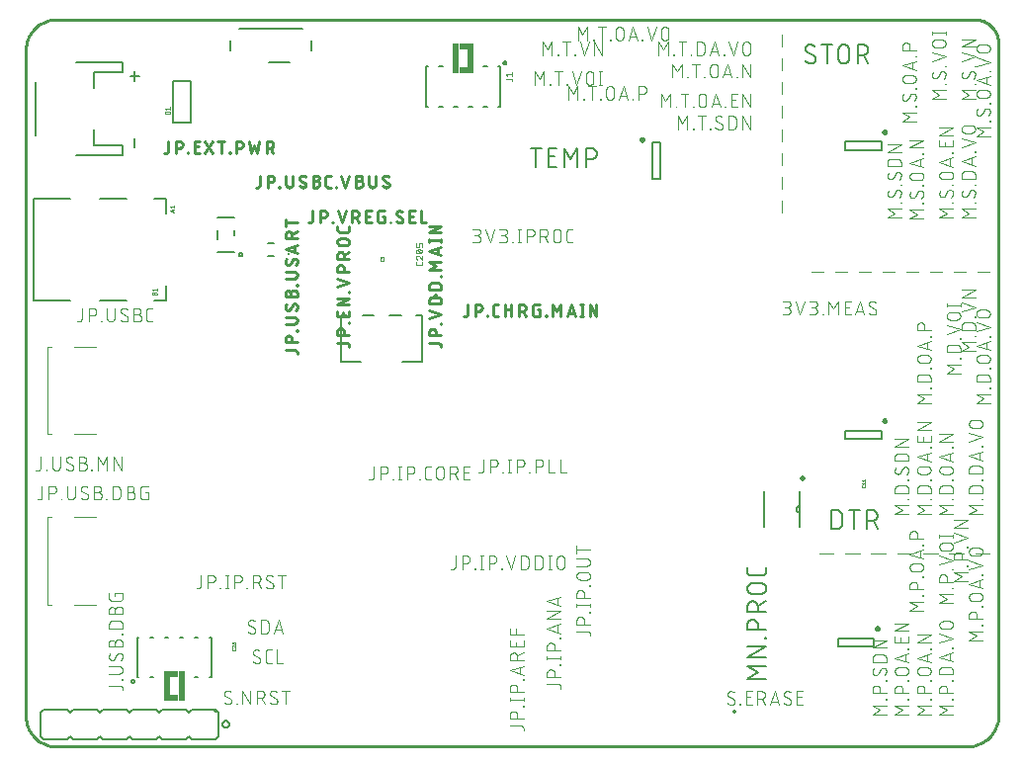
<source format=gbr>
G04 EAGLE Gerber RS-274X export*
G75*
%MOMM*%
%FSLAX34Y34*%
%LPD*%
%INSilkscreen Top*%
%IPPOS*%
%AMOC8*
5,1,8,0,0,1.08239X$1,22.5*%
G01*
%ADD10C,0.101600*%
%ADD11C,0.152400*%
%ADD12C,0.254000*%
%ADD13C,0.050800*%
%ADD14C,0.025400*%
%ADD15C,0.508000*%
%ADD16C,0.203200*%
%ADD17C,0.127000*%
%ADD18R,0.762000X0.508000*%
%ADD19R,0.508000X2.540000*%
%ADD20C,0.177800*%
%ADD21C,0.359206*%
%ADD22C,0.254000*%
%ADD23C,0.150000*%
%ADD24C,0.250000*%
%ADD25C,0.100000*%


D10*
X450850Y165100D02*
X463143Y165100D01*
X473143Y165100D02*
X485436Y165100D01*
X495436Y165100D02*
X507729Y165100D01*
X517729Y165100D02*
X530021Y165100D01*
X540021Y165100D02*
X552314Y165100D01*
X562314Y165100D02*
X574607Y165100D01*
X584607Y165100D02*
X596900Y165100D01*
X454800Y406400D02*
X444500Y406400D01*
X464800Y406400D02*
X475100Y406400D01*
X485100Y406400D02*
X495400Y406400D01*
X505400Y406400D02*
X515700Y406400D01*
X525700Y406400D02*
X536000Y406400D01*
X546000Y406400D02*
X556300Y406400D01*
X566300Y406400D02*
X576600Y406400D01*
X586600Y406400D02*
X596900Y406400D01*
X419100Y457200D02*
X419100Y467500D01*
X419100Y477500D02*
X419100Y487800D01*
X419100Y497800D02*
X419100Y508100D01*
X419100Y518100D02*
X419100Y528400D01*
X419100Y538400D02*
X419100Y548700D01*
X419100Y558700D02*
X419100Y569000D01*
X419100Y579000D02*
X419100Y589300D01*
X419100Y599300D02*
X419100Y609600D01*
D11*
X405638Y57912D02*
X389382Y57912D01*
X398413Y63331D01*
X389382Y68749D01*
X405638Y68749D01*
X405638Y76531D02*
X389382Y76531D01*
X405638Y85562D01*
X389382Y85562D01*
X404735Y92057D02*
X405638Y92057D01*
X404735Y92057D02*
X404735Y92961D01*
X405638Y92961D01*
X405638Y92057D01*
X405638Y99667D02*
X389382Y99667D01*
X389382Y104183D01*
X389384Y104316D01*
X389390Y104448D01*
X389400Y104580D01*
X389413Y104712D01*
X389431Y104844D01*
X389452Y104974D01*
X389477Y105105D01*
X389506Y105234D01*
X389539Y105362D01*
X389575Y105490D01*
X389615Y105616D01*
X389659Y105741D01*
X389707Y105865D01*
X389758Y105987D01*
X389813Y106108D01*
X389871Y106227D01*
X389933Y106345D01*
X389998Y106460D01*
X390067Y106574D01*
X390138Y106685D01*
X390214Y106794D01*
X390292Y106901D01*
X390373Y107006D01*
X390458Y107108D01*
X390545Y107208D01*
X390635Y107305D01*
X390728Y107400D01*
X390824Y107491D01*
X390922Y107580D01*
X391023Y107666D01*
X391127Y107749D01*
X391233Y107829D01*
X391341Y107905D01*
X391451Y107979D01*
X391564Y108049D01*
X391678Y108116D01*
X391795Y108179D01*
X391913Y108239D01*
X392033Y108296D01*
X392155Y108349D01*
X392278Y108398D01*
X392402Y108444D01*
X392528Y108486D01*
X392655Y108524D01*
X392783Y108559D01*
X392912Y108590D01*
X393041Y108617D01*
X393172Y108640D01*
X393303Y108660D01*
X393435Y108675D01*
X393567Y108687D01*
X393699Y108695D01*
X393832Y108699D01*
X393964Y108699D01*
X394097Y108695D01*
X394229Y108687D01*
X394361Y108675D01*
X394493Y108660D01*
X394624Y108640D01*
X394755Y108617D01*
X394884Y108590D01*
X395013Y108559D01*
X395141Y108524D01*
X395268Y108486D01*
X395394Y108444D01*
X395518Y108398D01*
X395641Y108349D01*
X395763Y108296D01*
X395883Y108239D01*
X396001Y108179D01*
X396118Y108116D01*
X396232Y108049D01*
X396345Y107979D01*
X396455Y107905D01*
X396563Y107829D01*
X396669Y107749D01*
X396773Y107666D01*
X396874Y107580D01*
X396972Y107491D01*
X397068Y107400D01*
X397161Y107305D01*
X397251Y107208D01*
X397338Y107108D01*
X397423Y107006D01*
X397504Y106901D01*
X397582Y106794D01*
X397658Y106685D01*
X397729Y106574D01*
X397798Y106460D01*
X397863Y106345D01*
X397925Y106227D01*
X397983Y106108D01*
X398038Y105987D01*
X398089Y105865D01*
X398137Y105741D01*
X398181Y105616D01*
X398221Y105490D01*
X398257Y105362D01*
X398290Y105234D01*
X398319Y105105D01*
X398344Y104974D01*
X398365Y104844D01*
X398383Y104712D01*
X398396Y104580D01*
X398406Y104448D01*
X398412Y104316D01*
X398414Y104183D01*
X398413Y104183D02*
X398413Y99667D01*
X405638Y115179D02*
X389382Y115179D01*
X389382Y119695D01*
X389384Y119828D01*
X389390Y119960D01*
X389400Y120092D01*
X389413Y120224D01*
X389431Y120356D01*
X389452Y120486D01*
X389477Y120617D01*
X389506Y120746D01*
X389539Y120874D01*
X389575Y121002D01*
X389615Y121128D01*
X389659Y121253D01*
X389707Y121377D01*
X389758Y121499D01*
X389813Y121620D01*
X389871Y121739D01*
X389933Y121857D01*
X389998Y121972D01*
X390067Y122086D01*
X390138Y122197D01*
X390214Y122306D01*
X390292Y122413D01*
X390373Y122518D01*
X390458Y122620D01*
X390545Y122720D01*
X390635Y122817D01*
X390728Y122912D01*
X390824Y123003D01*
X390922Y123092D01*
X391023Y123178D01*
X391127Y123261D01*
X391233Y123341D01*
X391341Y123417D01*
X391451Y123491D01*
X391564Y123561D01*
X391678Y123628D01*
X391795Y123691D01*
X391913Y123751D01*
X392033Y123808D01*
X392155Y123861D01*
X392278Y123910D01*
X392402Y123956D01*
X392528Y123998D01*
X392655Y124036D01*
X392783Y124071D01*
X392912Y124102D01*
X393041Y124129D01*
X393172Y124152D01*
X393303Y124172D01*
X393435Y124187D01*
X393567Y124199D01*
X393699Y124207D01*
X393832Y124211D01*
X393964Y124211D01*
X394097Y124207D01*
X394229Y124199D01*
X394361Y124187D01*
X394493Y124172D01*
X394624Y124152D01*
X394755Y124129D01*
X394884Y124102D01*
X395013Y124071D01*
X395141Y124036D01*
X395268Y123998D01*
X395394Y123956D01*
X395518Y123910D01*
X395641Y123861D01*
X395763Y123808D01*
X395883Y123751D01*
X396001Y123691D01*
X396118Y123628D01*
X396232Y123561D01*
X396345Y123491D01*
X396455Y123417D01*
X396563Y123341D01*
X396669Y123261D01*
X396773Y123178D01*
X396874Y123092D01*
X396972Y123003D01*
X397068Y122912D01*
X397161Y122817D01*
X397251Y122720D01*
X397338Y122620D01*
X397423Y122518D01*
X397504Y122413D01*
X397582Y122306D01*
X397658Y122197D01*
X397729Y122086D01*
X397798Y121972D01*
X397863Y121857D01*
X397925Y121739D01*
X397983Y121620D01*
X398038Y121499D01*
X398089Y121377D01*
X398137Y121253D01*
X398181Y121128D01*
X398221Y121002D01*
X398257Y120874D01*
X398290Y120746D01*
X398319Y120617D01*
X398344Y120486D01*
X398365Y120356D01*
X398383Y120224D01*
X398396Y120092D01*
X398406Y119960D01*
X398412Y119828D01*
X398414Y119695D01*
X398413Y119695D02*
X398413Y115179D01*
X398413Y120598D02*
X405638Y124210D01*
X401122Y130719D02*
X393898Y130719D01*
X393898Y130718D02*
X393765Y130720D01*
X393633Y130726D01*
X393501Y130736D01*
X393369Y130749D01*
X393237Y130767D01*
X393107Y130788D01*
X392976Y130813D01*
X392847Y130842D01*
X392719Y130875D01*
X392591Y130911D01*
X392465Y130951D01*
X392340Y130995D01*
X392216Y131043D01*
X392094Y131094D01*
X391973Y131149D01*
X391854Y131207D01*
X391736Y131269D01*
X391621Y131334D01*
X391507Y131403D01*
X391396Y131474D01*
X391287Y131550D01*
X391180Y131628D01*
X391075Y131709D01*
X390973Y131794D01*
X390873Y131881D01*
X390776Y131971D01*
X390681Y132064D01*
X390590Y132160D01*
X390501Y132258D01*
X390415Y132359D01*
X390332Y132463D01*
X390252Y132569D01*
X390176Y132677D01*
X390102Y132787D01*
X390032Y132900D01*
X389965Y133014D01*
X389902Y133131D01*
X389842Y133249D01*
X389785Y133369D01*
X389732Y133491D01*
X389683Y133614D01*
X389637Y133738D01*
X389595Y133864D01*
X389557Y133991D01*
X389522Y134119D01*
X389491Y134248D01*
X389464Y134377D01*
X389441Y134508D01*
X389421Y134639D01*
X389406Y134771D01*
X389394Y134903D01*
X389386Y135035D01*
X389382Y135168D01*
X389382Y135300D01*
X389386Y135433D01*
X389394Y135565D01*
X389406Y135697D01*
X389421Y135829D01*
X389441Y135960D01*
X389464Y136091D01*
X389491Y136220D01*
X389522Y136349D01*
X389557Y136477D01*
X389595Y136604D01*
X389637Y136730D01*
X389683Y136854D01*
X389732Y136977D01*
X389785Y137099D01*
X389842Y137219D01*
X389902Y137337D01*
X389965Y137454D01*
X390032Y137568D01*
X390102Y137681D01*
X390176Y137791D01*
X390252Y137899D01*
X390332Y138005D01*
X390415Y138109D01*
X390501Y138210D01*
X390590Y138308D01*
X390681Y138404D01*
X390776Y138497D01*
X390873Y138587D01*
X390973Y138674D01*
X391075Y138759D01*
X391180Y138840D01*
X391287Y138918D01*
X391396Y138994D01*
X391507Y139065D01*
X391621Y139134D01*
X391736Y139199D01*
X391854Y139261D01*
X391973Y139319D01*
X392094Y139374D01*
X392216Y139425D01*
X392340Y139473D01*
X392465Y139517D01*
X392591Y139557D01*
X392719Y139593D01*
X392847Y139626D01*
X392976Y139655D01*
X393107Y139680D01*
X393237Y139701D01*
X393369Y139719D01*
X393501Y139732D01*
X393633Y139742D01*
X393765Y139748D01*
X393898Y139750D01*
X401122Y139750D01*
X401255Y139748D01*
X401387Y139742D01*
X401519Y139732D01*
X401651Y139719D01*
X401783Y139701D01*
X401913Y139680D01*
X402044Y139655D01*
X402173Y139626D01*
X402301Y139593D01*
X402429Y139557D01*
X402555Y139517D01*
X402680Y139473D01*
X402804Y139425D01*
X402926Y139374D01*
X403047Y139319D01*
X403166Y139261D01*
X403284Y139199D01*
X403399Y139134D01*
X403513Y139065D01*
X403624Y138994D01*
X403733Y138918D01*
X403840Y138840D01*
X403945Y138759D01*
X404047Y138674D01*
X404147Y138587D01*
X404244Y138497D01*
X404339Y138404D01*
X404430Y138308D01*
X404519Y138210D01*
X404605Y138109D01*
X404688Y138005D01*
X404768Y137899D01*
X404844Y137791D01*
X404918Y137681D01*
X404988Y137568D01*
X405055Y137454D01*
X405118Y137337D01*
X405178Y137219D01*
X405235Y137099D01*
X405288Y136977D01*
X405337Y136854D01*
X405383Y136730D01*
X405425Y136604D01*
X405463Y136477D01*
X405498Y136349D01*
X405529Y136220D01*
X405556Y136091D01*
X405579Y135960D01*
X405599Y135829D01*
X405614Y135697D01*
X405626Y135565D01*
X405634Y135433D01*
X405638Y135300D01*
X405638Y135168D01*
X405634Y135035D01*
X405626Y134903D01*
X405614Y134771D01*
X405599Y134639D01*
X405579Y134508D01*
X405556Y134377D01*
X405529Y134248D01*
X405498Y134119D01*
X405463Y133991D01*
X405425Y133864D01*
X405383Y133738D01*
X405337Y133614D01*
X405288Y133491D01*
X405235Y133369D01*
X405178Y133249D01*
X405118Y133131D01*
X405055Y133014D01*
X404988Y132900D01*
X404918Y132787D01*
X404844Y132677D01*
X404768Y132569D01*
X404688Y132463D01*
X404605Y132359D01*
X404519Y132258D01*
X404430Y132160D01*
X404339Y132064D01*
X404244Y131971D01*
X404147Y131881D01*
X404047Y131794D01*
X403945Y131709D01*
X403840Y131628D01*
X403733Y131550D01*
X403624Y131474D01*
X403513Y131403D01*
X403399Y131334D01*
X403284Y131269D01*
X403166Y131207D01*
X403047Y131149D01*
X402926Y131094D01*
X402804Y131043D01*
X402680Y130995D01*
X402555Y130951D01*
X402429Y130911D01*
X402301Y130875D01*
X402173Y130842D01*
X402044Y130813D01*
X401913Y130788D01*
X401783Y130767D01*
X401651Y130749D01*
X401519Y130736D01*
X401387Y130726D01*
X401255Y130720D01*
X401122Y130718D01*
X405638Y149923D02*
X405638Y153535D01*
X405638Y149923D02*
X405636Y149805D01*
X405630Y149687D01*
X405621Y149569D01*
X405607Y149452D01*
X405590Y149335D01*
X405569Y149218D01*
X405544Y149103D01*
X405515Y148988D01*
X405482Y148874D01*
X405446Y148762D01*
X405406Y148651D01*
X405363Y148541D01*
X405316Y148432D01*
X405266Y148325D01*
X405211Y148220D01*
X405154Y148117D01*
X405093Y148016D01*
X405029Y147916D01*
X404962Y147819D01*
X404892Y147724D01*
X404818Y147632D01*
X404742Y147541D01*
X404662Y147454D01*
X404580Y147369D01*
X404495Y147287D01*
X404408Y147207D01*
X404317Y147131D01*
X404225Y147057D01*
X404130Y146987D01*
X404033Y146920D01*
X403933Y146856D01*
X403832Y146795D01*
X403729Y146738D01*
X403624Y146683D01*
X403517Y146633D01*
X403408Y146586D01*
X403298Y146543D01*
X403187Y146503D01*
X403075Y146467D01*
X402961Y146434D01*
X402846Y146405D01*
X402731Y146380D01*
X402614Y146359D01*
X402497Y146342D01*
X402380Y146328D01*
X402262Y146319D01*
X402144Y146313D01*
X402026Y146311D01*
X392994Y146311D01*
X392994Y146310D02*
X392876Y146312D01*
X392758Y146318D01*
X392640Y146327D01*
X392522Y146341D01*
X392405Y146358D01*
X392289Y146379D01*
X392174Y146404D01*
X392059Y146433D01*
X391945Y146466D01*
X391833Y146502D01*
X391721Y146542D01*
X391611Y146585D01*
X391503Y146632D01*
X391396Y146683D01*
X391291Y146737D01*
X391188Y146794D01*
X391086Y146855D01*
X390987Y146919D01*
X390890Y146986D01*
X390795Y147057D01*
X390702Y147130D01*
X390612Y147207D01*
X390524Y147286D01*
X390439Y147368D01*
X390357Y147453D01*
X390278Y147541D01*
X390201Y147631D01*
X390128Y147724D01*
X390057Y147818D01*
X389990Y147916D01*
X389926Y148015D01*
X389865Y148116D01*
X389808Y148220D01*
X389754Y148325D01*
X389703Y148432D01*
X389656Y148540D01*
X389613Y148650D01*
X389573Y148762D01*
X389537Y148874D01*
X389504Y148988D01*
X389475Y149103D01*
X389450Y149218D01*
X389429Y149334D01*
X389412Y149451D01*
X389398Y149569D01*
X389389Y149687D01*
X389383Y149805D01*
X389381Y149923D01*
X389382Y149923D02*
X389382Y153535D01*
X461545Y186182D02*
X461545Y202438D01*
X466060Y202438D01*
X466191Y202436D01*
X466323Y202430D01*
X466454Y202421D01*
X466584Y202407D01*
X466715Y202390D01*
X466844Y202369D01*
X466973Y202345D01*
X467101Y202316D01*
X467229Y202284D01*
X467355Y202248D01*
X467480Y202209D01*
X467605Y202166D01*
X467727Y202119D01*
X467849Y202069D01*
X467969Y202015D01*
X468087Y201958D01*
X468203Y201897D01*
X468318Y201833D01*
X468431Y201766D01*
X468542Y201695D01*
X468650Y201621D01*
X468757Y201544D01*
X468861Y201464D01*
X468963Y201381D01*
X469062Y201296D01*
X469159Y201207D01*
X469253Y201115D01*
X469345Y201021D01*
X469434Y200924D01*
X469519Y200825D01*
X469602Y200723D01*
X469682Y200619D01*
X469759Y200512D01*
X469833Y200404D01*
X469904Y200293D01*
X469971Y200180D01*
X470035Y200065D01*
X470096Y199949D01*
X470153Y199831D01*
X470207Y199711D01*
X470257Y199589D01*
X470304Y199467D01*
X470347Y199342D01*
X470386Y199217D01*
X470422Y199091D01*
X470454Y198963D01*
X470483Y198835D01*
X470507Y198706D01*
X470528Y198577D01*
X470545Y198446D01*
X470559Y198316D01*
X470568Y198185D01*
X470574Y198053D01*
X470576Y197922D01*
X470576Y190698D01*
X470574Y190567D01*
X470568Y190435D01*
X470559Y190304D01*
X470545Y190174D01*
X470528Y190043D01*
X470507Y189914D01*
X470483Y189785D01*
X470454Y189657D01*
X470422Y189529D01*
X470386Y189403D01*
X470347Y189278D01*
X470304Y189153D01*
X470257Y189031D01*
X470207Y188909D01*
X470153Y188789D01*
X470096Y188671D01*
X470035Y188555D01*
X469971Y188440D01*
X469904Y188327D01*
X469833Y188216D01*
X469759Y188108D01*
X469682Y188001D01*
X469602Y187897D01*
X469519Y187795D01*
X469434Y187696D01*
X469345Y187599D01*
X469253Y187505D01*
X469159Y187413D01*
X469062Y187324D01*
X468963Y187239D01*
X468861Y187156D01*
X468757Y187076D01*
X468650Y186999D01*
X468542Y186925D01*
X468431Y186854D01*
X468318Y186787D01*
X468203Y186723D01*
X468087Y186662D01*
X467969Y186605D01*
X467849Y186551D01*
X467727Y186501D01*
X467605Y186454D01*
X467480Y186411D01*
X467355Y186372D01*
X467229Y186336D01*
X467101Y186304D01*
X466973Y186275D01*
X466844Y186251D01*
X466714Y186230D01*
X466584Y186213D01*
X466454Y186199D01*
X466323Y186190D01*
X466191Y186184D01*
X466060Y186182D01*
X461545Y186182D01*
X481171Y186182D02*
X481171Y202438D01*
X485686Y202438D02*
X476655Y202438D01*
X491857Y202438D02*
X491857Y186182D01*
X491857Y202438D02*
X496372Y202438D01*
X496505Y202436D01*
X496637Y202430D01*
X496769Y202420D01*
X496901Y202407D01*
X497033Y202389D01*
X497163Y202368D01*
X497294Y202343D01*
X497423Y202314D01*
X497551Y202281D01*
X497679Y202245D01*
X497805Y202205D01*
X497930Y202161D01*
X498054Y202113D01*
X498176Y202062D01*
X498297Y202007D01*
X498416Y201949D01*
X498534Y201887D01*
X498649Y201822D01*
X498763Y201753D01*
X498874Y201682D01*
X498983Y201606D01*
X499090Y201528D01*
X499195Y201447D01*
X499297Y201362D01*
X499397Y201275D01*
X499494Y201185D01*
X499589Y201092D01*
X499680Y200996D01*
X499769Y200898D01*
X499855Y200797D01*
X499938Y200693D01*
X500018Y200587D01*
X500094Y200479D01*
X500168Y200369D01*
X500238Y200256D01*
X500305Y200142D01*
X500368Y200025D01*
X500428Y199907D01*
X500485Y199787D01*
X500538Y199665D01*
X500587Y199542D01*
X500633Y199418D01*
X500675Y199292D01*
X500713Y199165D01*
X500748Y199037D01*
X500779Y198908D01*
X500806Y198779D01*
X500829Y198648D01*
X500849Y198517D01*
X500864Y198385D01*
X500876Y198253D01*
X500884Y198121D01*
X500888Y197988D01*
X500888Y197856D01*
X500884Y197723D01*
X500876Y197591D01*
X500864Y197459D01*
X500849Y197327D01*
X500829Y197196D01*
X500806Y197065D01*
X500779Y196936D01*
X500748Y196807D01*
X500713Y196679D01*
X500675Y196552D01*
X500633Y196426D01*
X500587Y196302D01*
X500538Y196179D01*
X500485Y196057D01*
X500428Y195937D01*
X500368Y195819D01*
X500305Y195702D01*
X500238Y195588D01*
X500168Y195475D01*
X500094Y195365D01*
X500018Y195257D01*
X499938Y195151D01*
X499855Y195047D01*
X499769Y194946D01*
X499680Y194848D01*
X499589Y194752D01*
X499494Y194659D01*
X499397Y194569D01*
X499297Y194482D01*
X499195Y194397D01*
X499090Y194316D01*
X498983Y194238D01*
X498874Y194162D01*
X498763Y194091D01*
X498649Y194022D01*
X498534Y193957D01*
X498416Y193895D01*
X498297Y193837D01*
X498176Y193782D01*
X498054Y193731D01*
X497930Y193683D01*
X497805Y193639D01*
X497679Y193599D01*
X497551Y193563D01*
X497423Y193530D01*
X497294Y193501D01*
X497163Y193476D01*
X497033Y193455D01*
X496901Y193437D01*
X496769Y193424D01*
X496637Y193414D01*
X496505Y193408D01*
X496372Y193406D01*
X496372Y193407D02*
X491857Y193407D01*
X497276Y193407D02*
X500888Y186182D01*
X444331Y584962D02*
X444449Y584964D01*
X444567Y584970D01*
X444685Y584979D01*
X444802Y584993D01*
X444919Y585010D01*
X445036Y585031D01*
X445151Y585056D01*
X445266Y585085D01*
X445380Y585118D01*
X445492Y585154D01*
X445603Y585194D01*
X445713Y585237D01*
X445822Y585284D01*
X445929Y585334D01*
X446034Y585389D01*
X446137Y585446D01*
X446238Y585507D01*
X446338Y585571D01*
X446435Y585638D01*
X446530Y585708D01*
X446622Y585782D01*
X446713Y585858D01*
X446800Y585938D01*
X446885Y586020D01*
X446967Y586105D01*
X447047Y586192D01*
X447123Y586283D01*
X447197Y586375D01*
X447267Y586470D01*
X447334Y586567D01*
X447398Y586667D01*
X447459Y586768D01*
X447516Y586871D01*
X447571Y586976D01*
X447621Y587083D01*
X447668Y587192D01*
X447711Y587302D01*
X447751Y587413D01*
X447787Y587525D01*
X447820Y587639D01*
X447849Y587754D01*
X447874Y587869D01*
X447895Y587986D01*
X447912Y588103D01*
X447926Y588220D01*
X447935Y588338D01*
X447941Y588456D01*
X447943Y588574D01*
X444331Y584962D02*
X444148Y584964D01*
X443966Y584971D01*
X443784Y584982D01*
X443602Y584997D01*
X443420Y585017D01*
X443239Y585040D01*
X443059Y585069D01*
X442879Y585101D01*
X442700Y585138D01*
X442523Y585179D01*
X442346Y585225D01*
X442170Y585274D01*
X441996Y585328D01*
X441822Y585386D01*
X441651Y585448D01*
X441481Y585514D01*
X441312Y585585D01*
X441145Y585659D01*
X440980Y585737D01*
X440817Y585819D01*
X440656Y585905D01*
X440497Y585995D01*
X440340Y586089D01*
X440186Y586186D01*
X440034Y586287D01*
X439884Y586392D01*
X439737Y586500D01*
X439593Y586611D01*
X439451Y586726D01*
X439312Y586845D01*
X439176Y586967D01*
X439043Y587092D01*
X438913Y587220D01*
X439364Y597606D02*
X439366Y597724D01*
X439372Y597842D01*
X439381Y597960D01*
X439395Y598077D01*
X439412Y598194D01*
X439433Y598311D01*
X439458Y598426D01*
X439487Y598541D01*
X439520Y598655D01*
X439556Y598767D01*
X439596Y598878D01*
X439639Y598988D01*
X439686Y599097D01*
X439736Y599204D01*
X439791Y599309D01*
X439848Y599412D01*
X439909Y599513D01*
X439973Y599613D01*
X440040Y599710D01*
X440110Y599805D01*
X440184Y599897D01*
X440260Y599988D01*
X440340Y600075D01*
X440422Y600160D01*
X440507Y600242D01*
X440594Y600322D01*
X440685Y600398D01*
X440777Y600472D01*
X440872Y600542D01*
X440969Y600609D01*
X441069Y600673D01*
X441170Y600734D01*
X441273Y600792D01*
X441378Y600846D01*
X441485Y600896D01*
X441594Y600943D01*
X441704Y600987D01*
X441815Y601026D01*
X441928Y601062D01*
X442041Y601095D01*
X442156Y601124D01*
X442271Y601149D01*
X442388Y601170D01*
X442505Y601187D01*
X442622Y601201D01*
X442740Y601210D01*
X442858Y601216D01*
X442976Y601218D01*
X443137Y601216D01*
X443299Y601210D01*
X443460Y601201D01*
X443621Y601187D01*
X443781Y601170D01*
X443941Y601149D01*
X444101Y601124D01*
X444260Y601095D01*
X444418Y601063D01*
X444575Y601027D01*
X444731Y600987D01*
X444887Y600943D01*
X445041Y600895D01*
X445194Y600844D01*
X445346Y600790D01*
X445497Y600731D01*
X445646Y600670D01*
X445793Y600604D01*
X445939Y600535D01*
X446084Y600463D01*
X446226Y600387D01*
X446367Y600308D01*
X446506Y600226D01*
X446642Y600140D01*
X446777Y600051D01*
X446910Y599959D01*
X447040Y599863D01*
X441169Y594445D02*
X441068Y594507D01*
X440968Y594572D01*
X440871Y594641D01*
X440776Y594713D01*
X440683Y594787D01*
X440593Y594865D01*
X440505Y594946D01*
X440420Y595029D01*
X440338Y595115D01*
X440259Y595204D01*
X440182Y595295D01*
X440109Y595389D01*
X440038Y595485D01*
X439971Y595583D01*
X439907Y595683D01*
X439846Y595786D01*
X439789Y595890D01*
X439735Y595996D01*
X439685Y596104D01*
X439638Y596213D01*
X439594Y596324D01*
X439554Y596436D01*
X439518Y596550D01*
X439486Y596664D01*
X439457Y596780D01*
X439432Y596896D01*
X439411Y597013D01*
X439394Y597131D01*
X439380Y597249D01*
X439371Y597368D01*
X439365Y597487D01*
X439363Y597606D01*
X446137Y591735D02*
X446238Y591673D01*
X446338Y591608D01*
X446435Y591539D01*
X446530Y591467D01*
X446623Y591393D01*
X446713Y591315D01*
X446801Y591234D01*
X446886Y591151D01*
X446968Y591065D01*
X447047Y590976D01*
X447124Y590885D01*
X447197Y590791D01*
X447268Y590695D01*
X447335Y590597D01*
X447399Y590497D01*
X447460Y590394D01*
X447517Y590290D01*
X447571Y590184D01*
X447621Y590076D01*
X447668Y589967D01*
X447712Y589856D01*
X447752Y589744D01*
X447788Y589630D01*
X447820Y589516D01*
X447849Y589400D01*
X447874Y589284D01*
X447895Y589167D01*
X447912Y589049D01*
X447926Y588931D01*
X447935Y588812D01*
X447941Y588693D01*
X447943Y588574D01*
X446137Y591735D02*
X441170Y594445D01*
X457496Y601218D02*
X457496Y584962D01*
X452980Y601218D02*
X462011Y601218D01*
X467569Y596702D02*
X467569Y589478D01*
X467569Y596702D02*
X467571Y596835D01*
X467577Y596967D01*
X467587Y597099D01*
X467600Y597231D01*
X467618Y597363D01*
X467639Y597493D01*
X467664Y597624D01*
X467693Y597753D01*
X467726Y597881D01*
X467762Y598009D01*
X467802Y598135D01*
X467846Y598260D01*
X467894Y598384D01*
X467945Y598506D01*
X468000Y598627D01*
X468058Y598746D01*
X468120Y598864D01*
X468185Y598979D01*
X468254Y599093D01*
X468325Y599204D01*
X468401Y599313D01*
X468479Y599420D01*
X468560Y599525D01*
X468645Y599627D01*
X468732Y599727D01*
X468822Y599824D01*
X468915Y599919D01*
X469011Y600010D01*
X469109Y600099D01*
X469210Y600185D01*
X469314Y600268D01*
X469420Y600348D01*
X469528Y600424D01*
X469638Y600498D01*
X469751Y600568D01*
X469865Y600635D01*
X469982Y600698D01*
X470100Y600758D01*
X470220Y600815D01*
X470342Y600868D01*
X470465Y600917D01*
X470589Y600963D01*
X470715Y601005D01*
X470842Y601043D01*
X470970Y601078D01*
X471099Y601109D01*
X471228Y601136D01*
X471359Y601159D01*
X471490Y601179D01*
X471622Y601194D01*
X471754Y601206D01*
X471886Y601214D01*
X472019Y601218D01*
X472151Y601218D01*
X472284Y601214D01*
X472416Y601206D01*
X472548Y601194D01*
X472680Y601179D01*
X472811Y601159D01*
X472942Y601136D01*
X473071Y601109D01*
X473200Y601078D01*
X473328Y601043D01*
X473455Y601005D01*
X473581Y600963D01*
X473705Y600917D01*
X473828Y600868D01*
X473950Y600815D01*
X474070Y600758D01*
X474188Y600698D01*
X474305Y600635D01*
X474419Y600568D01*
X474532Y600498D01*
X474642Y600424D01*
X474750Y600348D01*
X474856Y600268D01*
X474960Y600185D01*
X475061Y600099D01*
X475159Y600010D01*
X475255Y599919D01*
X475348Y599824D01*
X475438Y599727D01*
X475525Y599627D01*
X475610Y599525D01*
X475691Y599420D01*
X475769Y599313D01*
X475845Y599204D01*
X475916Y599093D01*
X475985Y598979D01*
X476050Y598864D01*
X476112Y598746D01*
X476170Y598627D01*
X476225Y598506D01*
X476276Y598384D01*
X476324Y598260D01*
X476368Y598135D01*
X476408Y598009D01*
X476444Y597881D01*
X476477Y597753D01*
X476506Y597624D01*
X476531Y597493D01*
X476552Y597363D01*
X476570Y597231D01*
X476583Y597099D01*
X476593Y596967D01*
X476599Y596835D01*
X476601Y596702D01*
X476600Y596702D02*
X476600Y589478D01*
X476601Y589478D02*
X476599Y589345D01*
X476593Y589213D01*
X476583Y589081D01*
X476570Y588949D01*
X476552Y588817D01*
X476531Y588687D01*
X476506Y588556D01*
X476477Y588427D01*
X476444Y588299D01*
X476408Y588171D01*
X476368Y588045D01*
X476324Y587920D01*
X476276Y587796D01*
X476225Y587674D01*
X476170Y587553D01*
X476112Y587434D01*
X476050Y587316D01*
X475985Y587201D01*
X475916Y587087D01*
X475845Y586976D01*
X475769Y586867D01*
X475691Y586760D01*
X475610Y586655D01*
X475525Y586553D01*
X475438Y586453D01*
X475348Y586356D01*
X475255Y586261D01*
X475159Y586170D01*
X475061Y586081D01*
X474960Y585995D01*
X474856Y585912D01*
X474750Y585832D01*
X474642Y585756D01*
X474532Y585682D01*
X474419Y585612D01*
X474305Y585545D01*
X474188Y585482D01*
X474070Y585422D01*
X473950Y585365D01*
X473828Y585312D01*
X473705Y585263D01*
X473581Y585217D01*
X473455Y585175D01*
X473328Y585137D01*
X473200Y585102D01*
X473071Y585071D01*
X472942Y585044D01*
X472811Y585021D01*
X472680Y585001D01*
X472548Y584986D01*
X472416Y584974D01*
X472284Y584966D01*
X472151Y584962D01*
X472019Y584962D01*
X471886Y584966D01*
X471754Y584974D01*
X471622Y584986D01*
X471490Y585001D01*
X471359Y585021D01*
X471228Y585044D01*
X471099Y585071D01*
X470970Y585102D01*
X470842Y585137D01*
X470715Y585175D01*
X470589Y585217D01*
X470465Y585263D01*
X470342Y585312D01*
X470220Y585365D01*
X470100Y585422D01*
X469982Y585482D01*
X469865Y585545D01*
X469751Y585612D01*
X469638Y585682D01*
X469528Y585756D01*
X469420Y585832D01*
X469314Y585912D01*
X469210Y585995D01*
X469109Y586081D01*
X469011Y586170D01*
X468915Y586261D01*
X468822Y586356D01*
X468732Y586453D01*
X468645Y586553D01*
X468560Y586655D01*
X468479Y586760D01*
X468401Y586867D01*
X468325Y586976D01*
X468254Y587087D01*
X468185Y587201D01*
X468120Y587316D01*
X468058Y587434D01*
X468000Y587553D01*
X467945Y587674D01*
X467894Y587796D01*
X467846Y587920D01*
X467802Y588045D01*
X467762Y588171D01*
X467726Y588299D01*
X467693Y588427D01*
X467664Y588556D01*
X467639Y588687D01*
X467618Y588817D01*
X467600Y588949D01*
X467587Y589081D01*
X467577Y589213D01*
X467571Y589345D01*
X467569Y589478D01*
X483813Y584962D02*
X483813Y601218D01*
X488329Y601218D01*
X488462Y601216D01*
X488594Y601210D01*
X488726Y601200D01*
X488858Y601187D01*
X488990Y601169D01*
X489120Y601148D01*
X489251Y601123D01*
X489380Y601094D01*
X489508Y601061D01*
X489636Y601025D01*
X489762Y600985D01*
X489887Y600941D01*
X490011Y600893D01*
X490133Y600842D01*
X490254Y600787D01*
X490373Y600729D01*
X490491Y600667D01*
X490606Y600602D01*
X490720Y600533D01*
X490831Y600462D01*
X490940Y600386D01*
X491047Y600308D01*
X491152Y600227D01*
X491254Y600142D01*
X491354Y600055D01*
X491451Y599965D01*
X491546Y599872D01*
X491637Y599776D01*
X491726Y599678D01*
X491812Y599577D01*
X491895Y599473D01*
X491975Y599367D01*
X492051Y599259D01*
X492125Y599149D01*
X492195Y599036D01*
X492262Y598922D01*
X492325Y598805D01*
X492385Y598687D01*
X492442Y598567D01*
X492495Y598445D01*
X492544Y598322D01*
X492590Y598198D01*
X492632Y598072D01*
X492670Y597945D01*
X492705Y597817D01*
X492736Y597688D01*
X492763Y597559D01*
X492786Y597428D01*
X492806Y597297D01*
X492821Y597165D01*
X492833Y597033D01*
X492841Y596901D01*
X492845Y596768D01*
X492845Y596636D01*
X492841Y596503D01*
X492833Y596371D01*
X492821Y596239D01*
X492806Y596107D01*
X492786Y595976D01*
X492763Y595845D01*
X492736Y595716D01*
X492705Y595587D01*
X492670Y595459D01*
X492632Y595332D01*
X492590Y595206D01*
X492544Y595082D01*
X492495Y594959D01*
X492442Y594837D01*
X492385Y594717D01*
X492325Y594599D01*
X492262Y594482D01*
X492195Y594368D01*
X492125Y594255D01*
X492051Y594145D01*
X491975Y594037D01*
X491895Y593931D01*
X491812Y593827D01*
X491726Y593726D01*
X491637Y593628D01*
X491546Y593532D01*
X491451Y593439D01*
X491354Y593349D01*
X491254Y593262D01*
X491152Y593177D01*
X491047Y593096D01*
X490940Y593018D01*
X490831Y592942D01*
X490720Y592871D01*
X490606Y592802D01*
X490491Y592737D01*
X490373Y592675D01*
X490254Y592617D01*
X490133Y592562D01*
X490011Y592511D01*
X489887Y592463D01*
X489762Y592419D01*
X489636Y592379D01*
X489508Y592343D01*
X489380Y592310D01*
X489251Y592281D01*
X489120Y592256D01*
X488990Y592235D01*
X488858Y592217D01*
X488726Y592204D01*
X488594Y592194D01*
X488462Y592188D01*
X488329Y592186D01*
X488329Y592187D02*
X483813Y592187D01*
X489232Y592187D02*
X492844Y584962D01*
X208478Y512318D02*
X208478Y496062D01*
X203962Y512318D02*
X212993Y512318D01*
X219102Y496062D02*
X226327Y496062D01*
X219102Y496062D02*
X219102Y512318D01*
X226327Y512318D01*
X224521Y505093D02*
X219102Y505093D01*
X232758Y512318D02*
X232758Y496062D01*
X238177Y503287D02*
X232758Y512318D01*
X238177Y503287D02*
X243596Y512318D01*
X243596Y496062D01*
X251588Y496062D02*
X251588Y512318D01*
X256103Y512318D01*
X256236Y512316D01*
X256368Y512310D01*
X256500Y512300D01*
X256632Y512287D01*
X256764Y512269D01*
X256894Y512248D01*
X257025Y512223D01*
X257154Y512194D01*
X257282Y512161D01*
X257410Y512125D01*
X257536Y512085D01*
X257661Y512041D01*
X257785Y511993D01*
X257907Y511942D01*
X258028Y511887D01*
X258147Y511829D01*
X258265Y511767D01*
X258380Y511702D01*
X258494Y511633D01*
X258605Y511562D01*
X258714Y511486D01*
X258821Y511408D01*
X258926Y511327D01*
X259028Y511242D01*
X259128Y511155D01*
X259225Y511065D01*
X259320Y510972D01*
X259411Y510876D01*
X259500Y510778D01*
X259586Y510677D01*
X259669Y510573D01*
X259749Y510467D01*
X259825Y510359D01*
X259899Y510249D01*
X259969Y510136D01*
X260036Y510022D01*
X260099Y509905D01*
X260159Y509787D01*
X260216Y509667D01*
X260269Y509545D01*
X260318Y509422D01*
X260364Y509298D01*
X260406Y509172D01*
X260444Y509045D01*
X260479Y508917D01*
X260510Y508788D01*
X260537Y508659D01*
X260560Y508528D01*
X260580Y508397D01*
X260595Y508265D01*
X260607Y508133D01*
X260615Y508001D01*
X260619Y507868D01*
X260619Y507736D01*
X260615Y507603D01*
X260607Y507471D01*
X260595Y507339D01*
X260580Y507207D01*
X260560Y507076D01*
X260537Y506945D01*
X260510Y506816D01*
X260479Y506687D01*
X260444Y506559D01*
X260406Y506432D01*
X260364Y506306D01*
X260318Y506182D01*
X260269Y506059D01*
X260216Y505937D01*
X260159Y505817D01*
X260099Y505699D01*
X260036Y505582D01*
X259969Y505468D01*
X259899Y505355D01*
X259825Y505245D01*
X259749Y505137D01*
X259669Y505031D01*
X259586Y504927D01*
X259500Y504826D01*
X259411Y504728D01*
X259320Y504632D01*
X259225Y504539D01*
X259128Y504449D01*
X259028Y504362D01*
X258926Y504277D01*
X258821Y504196D01*
X258714Y504118D01*
X258605Y504042D01*
X258494Y503971D01*
X258380Y503902D01*
X258265Y503837D01*
X258147Y503775D01*
X258028Y503717D01*
X257907Y503662D01*
X257785Y503611D01*
X257661Y503563D01*
X257536Y503519D01*
X257410Y503479D01*
X257282Y503443D01*
X257154Y503410D01*
X257025Y503381D01*
X256894Y503356D01*
X256764Y503335D01*
X256632Y503317D01*
X256500Y503304D01*
X256368Y503294D01*
X256236Y503288D01*
X256103Y503286D01*
X256103Y503287D02*
X251588Y503287D01*
D10*
X195016Y17658D02*
X185928Y17658D01*
X195016Y17658D02*
X195115Y17656D01*
X195215Y17650D01*
X195314Y17641D01*
X195412Y17628D01*
X195510Y17611D01*
X195608Y17590D01*
X195704Y17565D01*
X195799Y17537D01*
X195893Y17505D01*
X195986Y17470D01*
X196078Y17431D01*
X196168Y17388D01*
X196256Y17343D01*
X196343Y17293D01*
X196427Y17241D01*
X196510Y17185D01*
X196590Y17127D01*
X196668Y17065D01*
X196743Y17000D01*
X196816Y16932D01*
X196886Y16862D01*
X196954Y16789D01*
X197019Y16714D01*
X197081Y16636D01*
X197139Y16556D01*
X197195Y16473D01*
X197247Y16389D01*
X197297Y16302D01*
X197342Y16214D01*
X197385Y16124D01*
X197424Y16032D01*
X197459Y15939D01*
X197491Y15845D01*
X197519Y15750D01*
X197544Y15654D01*
X197565Y15556D01*
X197582Y15458D01*
X197595Y15360D01*
X197604Y15261D01*
X197610Y15161D01*
X197612Y15062D01*
X197612Y13763D01*
X197612Y23482D02*
X185928Y23482D01*
X185928Y26727D01*
X185930Y26840D01*
X185936Y26953D01*
X185946Y27066D01*
X185960Y27179D01*
X185977Y27291D01*
X185999Y27402D01*
X186024Y27512D01*
X186054Y27622D01*
X186087Y27730D01*
X186124Y27837D01*
X186164Y27943D01*
X186209Y28047D01*
X186257Y28150D01*
X186308Y28251D01*
X186363Y28350D01*
X186421Y28447D01*
X186483Y28542D01*
X186548Y28635D01*
X186616Y28725D01*
X186687Y28813D01*
X186762Y28899D01*
X186839Y28982D01*
X186919Y29062D01*
X187002Y29139D01*
X187088Y29214D01*
X187176Y29285D01*
X187266Y29353D01*
X187359Y29418D01*
X187454Y29480D01*
X187551Y29538D01*
X187650Y29593D01*
X187751Y29644D01*
X187854Y29692D01*
X187958Y29737D01*
X188064Y29777D01*
X188171Y29814D01*
X188279Y29847D01*
X188389Y29877D01*
X188499Y29902D01*
X188610Y29924D01*
X188722Y29941D01*
X188835Y29955D01*
X188948Y29965D01*
X189061Y29971D01*
X189174Y29973D01*
X189287Y29971D01*
X189400Y29965D01*
X189513Y29955D01*
X189626Y29941D01*
X189738Y29924D01*
X189849Y29902D01*
X189959Y29877D01*
X190069Y29847D01*
X190177Y29814D01*
X190284Y29777D01*
X190390Y29737D01*
X190494Y29692D01*
X190597Y29644D01*
X190698Y29593D01*
X190797Y29538D01*
X190894Y29480D01*
X190989Y29418D01*
X191082Y29353D01*
X191172Y29285D01*
X191260Y29214D01*
X191346Y29139D01*
X191429Y29062D01*
X191509Y28982D01*
X191586Y28899D01*
X191661Y28813D01*
X191732Y28725D01*
X191800Y28635D01*
X191865Y28542D01*
X191927Y28447D01*
X191985Y28350D01*
X192040Y28251D01*
X192091Y28150D01*
X192139Y28047D01*
X192184Y27943D01*
X192224Y27837D01*
X192261Y27730D01*
X192294Y27622D01*
X192324Y27512D01*
X192349Y27402D01*
X192371Y27291D01*
X192388Y27179D01*
X192402Y27066D01*
X192412Y26953D01*
X192418Y26840D01*
X192420Y26727D01*
X192419Y26727D02*
X192419Y23482D01*
X196963Y33853D02*
X197612Y33853D01*
X196963Y33853D02*
X196963Y34502D01*
X197612Y34502D01*
X197612Y33853D01*
X197612Y39893D02*
X185928Y39893D01*
X197612Y38595D02*
X197612Y41191D01*
X185928Y41191D02*
X185928Y38595D01*
X185928Y46342D02*
X197612Y46342D01*
X185928Y46342D02*
X185928Y49587D01*
X185930Y49700D01*
X185936Y49813D01*
X185946Y49926D01*
X185960Y50039D01*
X185977Y50151D01*
X185999Y50262D01*
X186024Y50372D01*
X186054Y50482D01*
X186087Y50590D01*
X186124Y50697D01*
X186164Y50803D01*
X186209Y50907D01*
X186257Y51010D01*
X186308Y51111D01*
X186363Y51210D01*
X186421Y51307D01*
X186483Y51402D01*
X186548Y51495D01*
X186616Y51585D01*
X186687Y51673D01*
X186762Y51759D01*
X186839Y51842D01*
X186919Y51922D01*
X187002Y51999D01*
X187088Y52074D01*
X187176Y52145D01*
X187266Y52213D01*
X187359Y52278D01*
X187454Y52340D01*
X187551Y52398D01*
X187650Y52453D01*
X187751Y52504D01*
X187854Y52552D01*
X187958Y52597D01*
X188064Y52637D01*
X188171Y52674D01*
X188279Y52707D01*
X188389Y52737D01*
X188499Y52762D01*
X188610Y52784D01*
X188722Y52801D01*
X188835Y52815D01*
X188948Y52825D01*
X189061Y52831D01*
X189174Y52833D01*
X189287Y52831D01*
X189400Y52825D01*
X189513Y52815D01*
X189626Y52801D01*
X189738Y52784D01*
X189849Y52762D01*
X189959Y52737D01*
X190069Y52707D01*
X190177Y52674D01*
X190284Y52637D01*
X190390Y52597D01*
X190494Y52552D01*
X190597Y52504D01*
X190698Y52453D01*
X190797Y52398D01*
X190894Y52340D01*
X190989Y52278D01*
X191082Y52213D01*
X191172Y52145D01*
X191260Y52074D01*
X191346Y51999D01*
X191429Y51922D01*
X191509Y51842D01*
X191586Y51759D01*
X191661Y51673D01*
X191732Y51585D01*
X191800Y51495D01*
X191865Y51402D01*
X191927Y51307D01*
X191985Y51210D01*
X192040Y51111D01*
X192091Y51010D01*
X192139Y50907D01*
X192184Y50803D01*
X192224Y50697D01*
X192261Y50590D01*
X192294Y50482D01*
X192324Y50372D01*
X192349Y50262D01*
X192371Y50151D01*
X192388Y50039D01*
X192402Y49926D01*
X192412Y49813D01*
X192418Y49700D01*
X192420Y49587D01*
X192419Y49587D02*
X192419Y46342D01*
X196963Y56713D02*
X197612Y56713D01*
X196963Y56713D02*
X196963Y57362D01*
X197612Y57362D01*
X197612Y56713D01*
X197612Y61144D02*
X185928Y65039D01*
X197612Y68933D01*
X194691Y67960D02*
X194691Y62118D01*
X197612Y73678D02*
X185928Y73678D01*
X185928Y76923D01*
X185930Y77036D01*
X185936Y77149D01*
X185946Y77262D01*
X185960Y77375D01*
X185977Y77487D01*
X185999Y77598D01*
X186024Y77708D01*
X186054Y77818D01*
X186087Y77926D01*
X186124Y78033D01*
X186164Y78139D01*
X186209Y78243D01*
X186257Y78346D01*
X186308Y78447D01*
X186363Y78546D01*
X186421Y78643D01*
X186483Y78738D01*
X186548Y78831D01*
X186616Y78921D01*
X186687Y79009D01*
X186762Y79095D01*
X186839Y79178D01*
X186919Y79258D01*
X187002Y79335D01*
X187088Y79410D01*
X187176Y79481D01*
X187266Y79549D01*
X187359Y79614D01*
X187454Y79676D01*
X187551Y79734D01*
X187650Y79789D01*
X187751Y79840D01*
X187854Y79888D01*
X187958Y79933D01*
X188064Y79973D01*
X188171Y80010D01*
X188279Y80043D01*
X188389Y80073D01*
X188499Y80098D01*
X188610Y80120D01*
X188722Y80137D01*
X188835Y80151D01*
X188948Y80161D01*
X189061Y80167D01*
X189174Y80169D01*
X189287Y80167D01*
X189400Y80161D01*
X189513Y80151D01*
X189626Y80137D01*
X189738Y80120D01*
X189849Y80098D01*
X189959Y80073D01*
X190069Y80043D01*
X190177Y80010D01*
X190284Y79973D01*
X190390Y79933D01*
X190494Y79888D01*
X190597Y79840D01*
X190698Y79789D01*
X190797Y79734D01*
X190894Y79676D01*
X190989Y79614D01*
X191082Y79549D01*
X191172Y79481D01*
X191260Y79410D01*
X191346Y79335D01*
X191429Y79258D01*
X191509Y79178D01*
X191586Y79095D01*
X191661Y79009D01*
X191732Y78921D01*
X191800Y78831D01*
X191865Y78738D01*
X191927Y78643D01*
X191985Y78546D01*
X192040Y78447D01*
X192091Y78346D01*
X192139Y78243D01*
X192184Y78139D01*
X192224Y78033D01*
X192261Y77926D01*
X192294Y77818D01*
X192324Y77708D01*
X192349Y77598D01*
X192371Y77487D01*
X192388Y77375D01*
X192402Y77262D01*
X192412Y77149D01*
X192418Y77036D01*
X192420Y76923D01*
X192419Y76923D02*
X192419Y73678D01*
X192419Y77573D02*
X197612Y80169D01*
X197612Y85438D02*
X197612Y90631D01*
X197612Y85438D02*
X185928Y85438D01*
X185928Y90631D01*
X191121Y89332D02*
X191121Y85438D01*
X185928Y95344D02*
X197612Y95344D01*
X185928Y95344D02*
X185928Y100537D01*
X191121Y100537D02*
X191121Y95344D01*
X139448Y154234D02*
X139448Y163322D01*
X139448Y154234D02*
X139446Y154135D01*
X139440Y154035D01*
X139431Y153936D01*
X139418Y153838D01*
X139401Y153740D01*
X139380Y153642D01*
X139355Y153546D01*
X139327Y153451D01*
X139295Y153357D01*
X139260Y153264D01*
X139221Y153172D01*
X139178Y153082D01*
X139133Y152994D01*
X139083Y152907D01*
X139031Y152823D01*
X138975Y152740D01*
X138917Y152660D01*
X138855Y152582D01*
X138790Y152507D01*
X138722Y152434D01*
X138652Y152364D01*
X138579Y152296D01*
X138504Y152231D01*
X138426Y152169D01*
X138346Y152111D01*
X138263Y152055D01*
X138179Y152003D01*
X138092Y151953D01*
X138004Y151908D01*
X137914Y151865D01*
X137822Y151826D01*
X137729Y151791D01*
X137635Y151759D01*
X137540Y151731D01*
X137444Y151706D01*
X137346Y151685D01*
X137248Y151668D01*
X137150Y151655D01*
X137051Y151646D01*
X136951Y151640D01*
X136852Y151638D01*
X135554Y151638D01*
X145272Y151638D02*
X145272Y163322D01*
X148517Y163322D01*
X148630Y163320D01*
X148743Y163314D01*
X148856Y163304D01*
X148969Y163290D01*
X149081Y163273D01*
X149192Y163251D01*
X149302Y163226D01*
X149412Y163196D01*
X149520Y163163D01*
X149627Y163126D01*
X149733Y163086D01*
X149837Y163041D01*
X149940Y162993D01*
X150041Y162942D01*
X150140Y162887D01*
X150237Y162829D01*
X150332Y162767D01*
X150425Y162702D01*
X150515Y162634D01*
X150603Y162563D01*
X150689Y162488D01*
X150772Y162411D01*
X150852Y162331D01*
X150929Y162248D01*
X151004Y162162D01*
X151075Y162074D01*
X151143Y161984D01*
X151208Y161891D01*
X151270Y161796D01*
X151328Y161699D01*
X151383Y161600D01*
X151434Y161499D01*
X151482Y161396D01*
X151527Y161292D01*
X151567Y161186D01*
X151604Y161079D01*
X151637Y160971D01*
X151667Y160861D01*
X151692Y160751D01*
X151714Y160640D01*
X151731Y160528D01*
X151745Y160415D01*
X151755Y160302D01*
X151761Y160189D01*
X151763Y160076D01*
X151761Y159963D01*
X151755Y159850D01*
X151745Y159737D01*
X151731Y159624D01*
X151714Y159512D01*
X151692Y159401D01*
X151667Y159291D01*
X151637Y159181D01*
X151604Y159073D01*
X151567Y158966D01*
X151527Y158860D01*
X151482Y158756D01*
X151434Y158653D01*
X151383Y158552D01*
X151328Y158453D01*
X151270Y158356D01*
X151208Y158261D01*
X151143Y158168D01*
X151075Y158078D01*
X151004Y157990D01*
X150929Y157904D01*
X150852Y157821D01*
X150772Y157741D01*
X150689Y157664D01*
X150603Y157589D01*
X150515Y157518D01*
X150425Y157450D01*
X150332Y157385D01*
X150237Y157323D01*
X150140Y157265D01*
X150041Y157210D01*
X149940Y157159D01*
X149837Y157111D01*
X149733Y157066D01*
X149627Y157026D01*
X149520Y156989D01*
X149412Y156956D01*
X149302Y156926D01*
X149192Y156901D01*
X149081Y156879D01*
X148969Y156862D01*
X148856Y156848D01*
X148743Y156838D01*
X148630Y156832D01*
X148517Y156830D01*
X148517Y156831D02*
X145272Y156831D01*
X155644Y152287D02*
X155644Y151638D01*
X155644Y152287D02*
X156293Y152287D01*
X156293Y151638D01*
X155644Y151638D01*
X161683Y151638D02*
X161683Y163322D01*
X160385Y151638D02*
X162981Y151638D01*
X162981Y163322D02*
X160385Y163322D01*
X168132Y163322D02*
X168132Y151638D01*
X168132Y163322D02*
X171377Y163322D01*
X171490Y163320D01*
X171603Y163314D01*
X171716Y163304D01*
X171829Y163290D01*
X171941Y163273D01*
X172052Y163251D01*
X172162Y163226D01*
X172272Y163196D01*
X172380Y163163D01*
X172487Y163126D01*
X172593Y163086D01*
X172697Y163041D01*
X172800Y162993D01*
X172901Y162942D01*
X173000Y162887D01*
X173097Y162829D01*
X173192Y162767D01*
X173285Y162702D01*
X173375Y162634D01*
X173463Y162563D01*
X173549Y162488D01*
X173632Y162411D01*
X173712Y162331D01*
X173789Y162248D01*
X173864Y162162D01*
X173935Y162074D01*
X174003Y161984D01*
X174068Y161891D01*
X174130Y161796D01*
X174188Y161699D01*
X174243Y161600D01*
X174294Y161499D01*
X174342Y161396D01*
X174387Y161292D01*
X174427Y161186D01*
X174464Y161079D01*
X174497Y160971D01*
X174527Y160861D01*
X174552Y160751D01*
X174574Y160640D01*
X174591Y160528D01*
X174605Y160415D01*
X174615Y160302D01*
X174621Y160189D01*
X174623Y160076D01*
X174621Y159963D01*
X174615Y159850D01*
X174605Y159737D01*
X174591Y159624D01*
X174574Y159512D01*
X174552Y159401D01*
X174527Y159291D01*
X174497Y159181D01*
X174464Y159073D01*
X174427Y158966D01*
X174387Y158860D01*
X174342Y158756D01*
X174294Y158653D01*
X174243Y158552D01*
X174188Y158453D01*
X174130Y158356D01*
X174068Y158261D01*
X174003Y158168D01*
X173935Y158078D01*
X173864Y157990D01*
X173789Y157904D01*
X173712Y157821D01*
X173632Y157741D01*
X173549Y157664D01*
X173463Y157589D01*
X173375Y157518D01*
X173285Y157450D01*
X173192Y157385D01*
X173097Y157323D01*
X173000Y157265D01*
X172901Y157210D01*
X172800Y157159D01*
X172697Y157111D01*
X172593Y157066D01*
X172487Y157026D01*
X172380Y156989D01*
X172272Y156956D01*
X172162Y156926D01*
X172052Y156901D01*
X171941Y156879D01*
X171829Y156862D01*
X171716Y156848D01*
X171603Y156838D01*
X171490Y156832D01*
X171377Y156830D01*
X171377Y156831D02*
X168132Y156831D01*
X178503Y152287D02*
X178503Y151638D01*
X178503Y152287D02*
X179153Y152287D01*
X179153Y151638D01*
X178503Y151638D01*
X186829Y151638D02*
X182934Y163322D01*
X190724Y163322D02*
X186829Y151638D01*
X195394Y151638D02*
X195394Y163322D01*
X198640Y163322D01*
X198753Y163320D01*
X198866Y163314D01*
X198979Y163304D01*
X199092Y163290D01*
X199204Y163273D01*
X199315Y163251D01*
X199425Y163226D01*
X199535Y163196D01*
X199643Y163163D01*
X199750Y163126D01*
X199856Y163086D01*
X199960Y163041D01*
X200063Y162993D01*
X200164Y162942D01*
X200263Y162887D01*
X200360Y162829D01*
X200455Y162767D01*
X200548Y162702D01*
X200638Y162634D01*
X200726Y162563D01*
X200812Y162488D01*
X200895Y162411D01*
X200975Y162331D01*
X201052Y162248D01*
X201127Y162162D01*
X201198Y162074D01*
X201266Y161984D01*
X201331Y161891D01*
X201393Y161796D01*
X201451Y161699D01*
X201506Y161600D01*
X201557Y161499D01*
X201605Y161396D01*
X201650Y161292D01*
X201690Y161186D01*
X201727Y161079D01*
X201760Y160971D01*
X201790Y160861D01*
X201815Y160751D01*
X201837Y160640D01*
X201854Y160528D01*
X201868Y160415D01*
X201878Y160302D01*
X201884Y160189D01*
X201886Y160076D01*
X201886Y154884D01*
X201884Y154771D01*
X201878Y154658D01*
X201868Y154545D01*
X201854Y154432D01*
X201837Y154320D01*
X201815Y154209D01*
X201790Y154099D01*
X201760Y153989D01*
X201727Y153881D01*
X201690Y153774D01*
X201650Y153668D01*
X201605Y153564D01*
X201557Y153461D01*
X201506Y153360D01*
X201451Y153261D01*
X201393Y153164D01*
X201331Y153069D01*
X201266Y152976D01*
X201198Y152886D01*
X201127Y152798D01*
X201052Y152712D01*
X200975Y152629D01*
X200895Y152549D01*
X200812Y152472D01*
X200726Y152397D01*
X200638Y152326D01*
X200548Y152258D01*
X200455Y152193D01*
X200360Y152131D01*
X200263Y152073D01*
X200164Y152018D01*
X200063Y151967D01*
X199960Y151919D01*
X199856Y151874D01*
X199750Y151834D01*
X199643Y151797D01*
X199535Y151764D01*
X199425Y151734D01*
X199315Y151709D01*
X199204Y151687D01*
X199092Y151670D01*
X198979Y151656D01*
X198866Y151646D01*
X198753Y151640D01*
X198640Y151638D01*
X195394Y151638D01*
X207586Y151638D02*
X207586Y163322D01*
X210832Y163322D01*
X210945Y163320D01*
X211058Y163314D01*
X211171Y163304D01*
X211284Y163290D01*
X211396Y163273D01*
X211507Y163251D01*
X211617Y163226D01*
X211727Y163196D01*
X211835Y163163D01*
X211942Y163126D01*
X212048Y163086D01*
X212152Y163041D01*
X212255Y162993D01*
X212356Y162942D01*
X212455Y162887D01*
X212552Y162829D01*
X212647Y162767D01*
X212740Y162702D01*
X212830Y162634D01*
X212918Y162563D01*
X213004Y162488D01*
X213087Y162411D01*
X213167Y162331D01*
X213244Y162248D01*
X213319Y162162D01*
X213390Y162074D01*
X213458Y161984D01*
X213523Y161891D01*
X213585Y161796D01*
X213643Y161699D01*
X213698Y161600D01*
X213749Y161499D01*
X213797Y161396D01*
X213842Y161292D01*
X213882Y161186D01*
X213919Y161079D01*
X213952Y160971D01*
X213982Y160861D01*
X214007Y160751D01*
X214029Y160640D01*
X214046Y160528D01*
X214060Y160415D01*
X214070Y160302D01*
X214076Y160189D01*
X214078Y160076D01*
X214078Y154884D01*
X214076Y154771D01*
X214070Y154658D01*
X214060Y154545D01*
X214046Y154432D01*
X214029Y154320D01*
X214007Y154209D01*
X213982Y154099D01*
X213952Y153989D01*
X213919Y153881D01*
X213882Y153774D01*
X213842Y153668D01*
X213797Y153564D01*
X213749Y153461D01*
X213698Y153360D01*
X213643Y153261D01*
X213585Y153164D01*
X213523Y153069D01*
X213458Y152976D01*
X213390Y152886D01*
X213319Y152798D01*
X213244Y152712D01*
X213167Y152629D01*
X213087Y152549D01*
X213004Y152472D01*
X212918Y152397D01*
X212830Y152326D01*
X212740Y152258D01*
X212647Y152193D01*
X212552Y152131D01*
X212455Y152073D01*
X212356Y152018D01*
X212255Y151967D01*
X212152Y151919D01*
X212048Y151874D01*
X211942Y151834D01*
X211835Y151797D01*
X211727Y151764D01*
X211617Y151734D01*
X211507Y151709D01*
X211396Y151687D01*
X211284Y151670D01*
X211171Y151656D01*
X211058Y151646D01*
X210945Y151640D01*
X210832Y151638D01*
X207586Y151638D01*
X220357Y151638D02*
X220357Y163322D01*
X219059Y151638D02*
X221655Y151638D01*
X221655Y163322D02*
X219059Y163322D01*
X226255Y160076D02*
X226255Y154884D01*
X226255Y160076D02*
X226257Y160189D01*
X226263Y160302D01*
X226273Y160415D01*
X226287Y160528D01*
X226304Y160640D01*
X226326Y160751D01*
X226351Y160861D01*
X226381Y160971D01*
X226414Y161079D01*
X226451Y161186D01*
X226491Y161292D01*
X226536Y161396D01*
X226584Y161499D01*
X226635Y161600D01*
X226690Y161699D01*
X226748Y161796D01*
X226810Y161891D01*
X226875Y161984D01*
X226943Y162074D01*
X227014Y162162D01*
X227089Y162248D01*
X227166Y162331D01*
X227246Y162411D01*
X227329Y162488D01*
X227415Y162563D01*
X227503Y162634D01*
X227593Y162702D01*
X227686Y162767D01*
X227781Y162829D01*
X227878Y162887D01*
X227977Y162942D01*
X228078Y162993D01*
X228181Y163041D01*
X228285Y163086D01*
X228391Y163126D01*
X228498Y163163D01*
X228606Y163196D01*
X228716Y163226D01*
X228826Y163251D01*
X228937Y163273D01*
X229049Y163290D01*
X229162Y163304D01*
X229275Y163314D01*
X229388Y163320D01*
X229501Y163322D01*
X229614Y163320D01*
X229727Y163314D01*
X229840Y163304D01*
X229953Y163290D01*
X230065Y163273D01*
X230176Y163251D01*
X230286Y163226D01*
X230396Y163196D01*
X230504Y163163D01*
X230611Y163126D01*
X230717Y163086D01*
X230821Y163041D01*
X230924Y162993D01*
X231025Y162942D01*
X231124Y162887D01*
X231221Y162829D01*
X231316Y162767D01*
X231409Y162702D01*
X231499Y162634D01*
X231587Y162563D01*
X231673Y162488D01*
X231756Y162411D01*
X231836Y162331D01*
X231913Y162248D01*
X231988Y162162D01*
X232059Y162074D01*
X232127Y161984D01*
X232192Y161891D01*
X232254Y161796D01*
X232312Y161699D01*
X232367Y161600D01*
X232418Y161499D01*
X232466Y161396D01*
X232511Y161292D01*
X232551Y161186D01*
X232588Y161079D01*
X232621Y160971D01*
X232651Y160861D01*
X232676Y160751D01*
X232698Y160640D01*
X232715Y160528D01*
X232729Y160415D01*
X232739Y160302D01*
X232745Y160189D01*
X232747Y160076D01*
X232746Y160076D02*
X232746Y154884D01*
X232747Y154884D02*
X232745Y154771D01*
X232739Y154658D01*
X232729Y154545D01*
X232715Y154432D01*
X232698Y154320D01*
X232676Y154209D01*
X232651Y154099D01*
X232621Y153989D01*
X232588Y153881D01*
X232551Y153774D01*
X232511Y153668D01*
X232466Y153564D01*
X232418Y153461D01*
X232367Y153360D01*
X232312Y153261D01*
X232254Y153164D01*
X232192Y153069D01*
X232127Y152976D01*
X232059Y152886D01*
X231988Y152798D01*
X231913Y152712D01*
X231836Y152629D01*
X231756Y152549D01*
X231673Y152472D01*
X231587Y152397D01*
X231499Y152326D01*
X231409Y152258D01*
X231316Y152193D01*
X231221Y152131D01*
X231124Y152073D01*
X231025Y152018D01*
X230924Y151967D01*
X230821Y151919D01*
X230717Y151874D01*
X230611Y151834D01*
X230504Y151797D01*
X230396Y151764D01*
X230286Y151734D01*
X230176Y151709D01*
X230065Y151687D01*
X229953Y151670D01*
X229840Y151656D01*
X229727Y151646D01*
X229614Y151640D01*
X229501Y151638D01*
X229388Y151640D01*
X229275Y151646D01*
X229162Y151656D01*
X229049Y151670D01*
X228937Y151687D01*
X228826Y151709D01*
X228716Y151734D01*
X228606Y151764D01*
X228498Y151797D01*
X228391Y151834D01*
X228285Y151874D01*
X228181Y151919D01*
X228078Y151967D01*
X227977Y152018D01*
X227878Y152073D01*
X227781Y152131D01*
X227686Y152193D01*
X227593Y152258D01*
X227503Y152326D01*
X227415Y152397D01*
X227329Y152472D01*
X227246Y152549D01*
X227166Y152629D01*
X227089Y152712D01*
X227014Y152798D01*
X226943Y152886D01*
X226875Y152976D01*
X226810Y153069D01*
X226748Y153164D01*
X226690Y153261D01*
X226635Y153360D01*
X226584Y153461D01*
X226536Y153564D01*
X226491Y153668D01*
X226451Y153774D01*
X226414Y153881D01*
X226381Y153989D01*
X226351Y154099D01*
X226326Y154209D01*
X226304Y154320D01*
X226287Y154432D01*
X226273Y154545D01*
X226263Y154658D01*
X226257Y154771D01*
X226255Y154884D01*
X226766Y53399D02*
X217678Y53399D01*
X226766Y53398D02*
X226865Y53396D01*
X226965Y53390D01*
X227064Y53381D01*
X227162Y53368D01*
X227260Y53351D01*
X227358Y53330D01*
X227454Y53305D01*
X227549Y53277D01*
X227643Y53245D01*
X227736Y53210D01*
X227828Y53171D01*
X227918Y53128D01*
X228006Y53083D01*
X228093Y53033D01*
X228177Y52981D01*
X228260Y52925D01*
X228340Y52867D01*
X228418Y52805D01*
X228493Y52740D01*
X228566Y52672D01*
X228636Y52602D01*
X228704Y52529D01*
X228769Y52454D01*
X228831Y52376D01*
X228889Y52296D01*
X228945Y52213D01*
X228997Y52129D01*
X229047Y52042D01*
X229092Y51954D01*
X229135Y51864D01*
X229174Y51772D01*
X229209Y51679D01*
X229241Y51585D01*
X229269Y51490D01*
X229294Y51394D01*
X229315Y51296D01*
X229332Y51198D01*
X229345Y51100D01*
X229354Y51001D01*
X229360Y50901D01*
X229362Y50802D01*
X229362Y49504D01*
X229362Y59222D02*
X217678Y59222D01*
X217678Y62468D01*
X217680Y62581D01*
X217686Y62694D01*
X217696Y62807D01*
X217710Y62920D01*
X217727Y63032D01*
X217749Y63143D01*
X217774Y63253D01*
X217804Y63363D01*
X217837Y63471D01*
X217874Y63578D01*
X217914Y63684D01*
X217959Y63788D01*
X218007Y63891D01*
X218058Y63992D01*
X218113Y64091D01*
X218171Y64188D01*
X218233Y64283D01*
X218298Y64376D01*
X218366Y64466D01*
X218437Y64554D01*
X218512Y64640D01*
X218589Y64723D01*
X218669Y64803D01*
X218752Y64880D01*
X218838Y64955D01*
X218926Y65026D01*
X219016Y65094D01*
X219109Y65159D01*
X219204Y65221D01*
X219301Y65279D01*
X219400Y65334D01*
X219501Y65385D01*
X219604Y65433D01*
X219708Y65478D01*
X219814Y65518D01*
X219921Y65555D01*
X220029Y65588D01*
X220139Y65618D01*
X220249Y65643D01*
X220360Y65665D01*
X220472Y65682D01*
X220585Y65696D01*
X220698Y65706D01*
X220811Y65712D01*
X220924Y65714D01*
X221037Y65712D01*
X221150Y65706D01*
X221263Y65696D01*
X221376Y65682D01*
X221488Y65665D01*
X221599Y65643D01*
X221709Y65618D01*
X221819Y65588D01*
X221927Y65555D01*
X222034Y65518D01*
X222140Y65478D01*
X222244Y65433D01*
X222347Y65385D01*
X222448Y65334D01*
X222547Y65279D01*
X222644Y65221D01*
X222739Y65159D01*
X222832Y65094D01*
X222922Y65026D01*
X223010Y64955D01*
X223096Y64880D01*
X223179Y64803D01*
X223259Y64723D01*
X223336Y64640D01*
X223411Y64554D01*
X223482Y64466D01*
X223550Y64376D01*
X223615Y64283D01*
X223677Y64188D01*
X223735Y64091D01*
X223790Y63992D01*
X223841Y63891D01*
X223889Y63788D01*
X223934Y63684D01*
X223974Y63578D01*
X224011Y63471D01*
X224044Y63363D01*
X224074Y63253D01*
X224099Y63143D01*
X224121Y63032D01*
X224138Y62920D01*
X224152Y62807D01*
X224162Y62694D01*
X224168Y62581D01*
X224170Y62468D01*
X224169Y62468D02*
X224169Y59222D01*
X228713Y69594D02*
X229362Y69594D01*
X228713Y69594D02*
X228713Y70243D01*
X229362Y70243D01*
X229362Y69594D01*
X229362Y75634D02*
X217678Y75634D01*
X229362Y74335D02*
X229362Y76932D01*
X217678Y76932D02*
X217678Y74335D01*
X217678Y82082D02*
X229362Y82082D01*
X217678Y82082D02*
X217678Y85328D01*
X217680Y85441D01*
X217686Y85554D01*
X217696Y85667D01*
X217710Y85780D01*
X217727Y85892D01*
X217749Y86003D01*
X217774Y86113D01*
X217804Y86223D01*
X217837Y86331D01*
X217874Y86438D01*
X217914Y86544D01*
X217959Y86648D01*
X218007Y86751D01*
X218058Y86852D01*
X218113Y86951D01*
X218171Y87048D01*
X218233Y87143D01*
X218298Y87236D01*
X218366Y87326D01*
X218437Y87414D01*
X218512Y87500D01*
X218589Y87583D01*
X218669Y87663D01*
X218752Y87740D01*
X218838Y87815D01*
X218926Y87886D01*
X219016Y87954D01*
X219109Y88019D01*
X219204Y88081D01*
X219301Y88139D01*
X219400Y88194D01*
X219501Y88245D01*
X219604Y88293D01*
X219708Y88338D01*
X219814Y88378D01*
X219921Y88415D01*
X220029Y88448D01*
X220139Y88478D01*
X220249Y88503D01*
X220360Y88525D01*
X220472Y88542D01*
X220585Y88556D01*
X220698Y88566D01*
X220811Y88572D01*
X220924Y88574D01*
X221037Y88572D01*
X221150Y88566D01*
X221263Y88556D01*
X221376Y88542D01*
X221488Y88525D01*
X221599Y88503D01*
X221709Y88478D01*
X221819Y88448D01*
X221927Y88415D01*
X222034Y88378D01*
X222140Y88338D01*
X222244Y88293D01*
X222347Y88245D01*
X222448Y88194D01*
X222547Y88139D01*
X222644Y88081D01*
X222739Y88019D01*
X222832Y87954D01*
X222922Y87886D01*
X223010Y87815D01*
X223096Y87740D01*
X223179Y87663D01*
X223259Y87583D01*
X223336Y87500D01*
X223411Y87414D01*
X223482Y87326D01*
X223550Y87236D01*
X223615Y87143D01*
X223677Y87048D01*
X223735Y86951D01*
X223790Y86852D01*
X223841Y86751D01*
X223889Y86648D01*
X223934Y86544D01*
X223974Y86438D01*
X224011Y86331D01*
X224044Y86223D01*
X224074Y86113D01*
X224099Y86003D01*
X224121Y85892D01*
X224138Y85780D01*
X224152Y85667D01*
X224162Y85554D01*
X224168Y85441D01*
X224170Y85328D01*
X224169Y85328D02*
X224169Y82082D01*
X228713Y92454D02*
X229362Y92454D01*
X228713Y92454D02*
X228713Y93103D01*
X229362Y93103D01*
X229362Y92454D01*
X229362Y96885D02*
X217678Y100779D01*
X229362Y104674D01*
X226441Y103700D02*
X226441Y97858D01*
X229362Y109345D02*
X217678Y109345D01*
X229362Y115836D01*
X217678Y115836D01*
X217678Y124401D02*
X229362Y120507D01*
X229362Y128296D02*
X217678Y124401D01*
X226441Y127322D02*
X226441Y121480D01*
X243078Y98554D02*
X252166Y98554D01*
X252265Y98552D01*
X252365Y98546D01*
X252464Y98537D01*
X252562Y98524D01*
X252660Y98507D01*
X252758Y98486D01*
X252854Y98461D01*
X252949Y98433D01*
X253043Y98401D01*
X253136Y98366D01*
X253228Y98327D01*
X253318Y98284D01*
X253406Y98239D01*
X253493Y98189D01*
X253577Y98137D01*
X253660Y98081D01*
X253740Y98023D01*
X253818Y97961D01*
X253893Y97896D01*
X253966Y97828D01*
X254036Y97758D01*
X254104Y97685D01*
X254169Y97610D01*
X254231Y97532D01*
X254289Y97452D01*
X254345Y97369D01*
X254397Y97285D01*
X254447Y97198D01*
X254492Y97110D01*
X254535Y97020D01*
X254574Y96928D01*
X254609Y96835D01*
X254641Y96741D01*
X254669Y96646D01*
X254694Y96550D01*
X254715Y96452D01*
X254732Y96354D01*
X254745Y96256D01*
X254754Y96157D01*
X254760Y96057D01*
X254762Y95958D01*
X254762Y94660D01*
X254762Y104378D02*
X243078Y104378D01*
X243078Y107623D01*
X243080Y107736D01*
X243086Y107849D01*
X243096Y107962D01*
X243110Y108075D01*
X243127Y108187D01*
X243149Y108298D01*
X243174Y108408D01*
X243204Y108518D01*
X243237Y108626D01*
X243274Y108733D01*
X243314Y108839D01*
X243359Y108943D01*
X243407Y109046D01*
X243458Y109147D01*
X243513Y109246D01*
X243571Y109343D01*
X243633Y109438D01*
X243698Y109531D01*
X243766Y109621D01*
X243837Y109709D01*
X243912Y109795D01*
X243989Y109878D01*
X244069Y109958D01*
X244152Y110035D01*
X244238Y110110D01*
X244326Y110181D01*
X244416Y110249D01*
X244509Y110314D01*
X244604Y110376D01*
X244701Y110434D01*
X244800Y110489D01*
X244901Y110540D01*
X245004Y110588D01*
X245108Y110633D01*
X245214Y110673D01*
X245321Y110710D01*
X245429Y110743D01*
X245539Y110773D01*
X245649Y110798D01*
X245760Y110820D01*
X245872Y110837D01*
X245985Y110851D01*
X246098Y110861D01*
X246211Y110867D01*
X246324Y110869D01*
X246437Y110867D01*
X246550Y110861D01*
X246663Y110851D01*
X246776Y110837D01*
X246888Y110820D01*
X246999Y110798D01*
X247109Y110773D01*
X247219Y110743D01*
X247327Y110710D01*
X247434Y110673D01*
X247540Y110633D01*
X247644Y110588D01*
X247747Y110540D01*
X247848Y110489D01*
X247947Y110434D01*
X248044Y110376D01*
X248139Y110314D01*
X248232Y110249D01*
X248322Y110181D01*
X248410Y110110D01*
X248496Y110035D01*
X248579Y109958D01*
X248659Y109878D01*
X248736Y109795D01*
X248811Y109709D01*
X248882Y109621D01*
X248950Y109531D01*
X249015Y109438D01*
X249077Y109343D01*
X249135Y109246D01*
X249190Y109147D01*
X249241Y109046D01*
X249289Y108943D01*
X249334Y108839D01*
X249374Y108733D01*
X249411Y108626D01*
X249444Y108518D01*
X249474Y108408D01*
X249499Y108298D01*
X249521Y108187D01*
X249538Y108075D01*
X249552Y107962D01*
X249562Y107849D01*
X249568Y107736D01*
X249570Y107623D01*
X249569Y107623D02*
X249569Y104378D01*
X254113Y114750D02*
X254762Y114750D01*
X254113Y114750D02*
X254113Y115399D01*
X254762Y115399D01*
X254762Y114750D01*
X254762Y120789D02*
X243078Y120789D01*
X254762Y119491D02*
X254762Y122087D01*
X243078Y122087D02*
X243078Y119491D01*
X243078Y127238D02*
X254762Y127238D01*
X243078Y127238D02*
X243078Y130483D01*
X243080Y130596D01*
X243086Y130709D01*
X243096Y130822D01*
X243110Y130935D01*
X243127Y131047D01*
X243149Y131158D01*
X243174Y131268D01*
X243204Y131378D01*
X243237Y131486D01*
X243274Y131593D01*
X243314Y131699D01*
X243359Y131803D01*
X243407Y131906D01*
X243458Y132007D01*
X243513Y132106D01*
X243571Y132203D01*
X243633Y132298D01*
X243698Y132391D01*
X243766Y132481D01*
X243837Y132569D01*
X243912Y132655D01*
X243989Y132738D01*
X244069Y132818D01*
X244152Y132895D01*
X244238Y132970D01*
X244326Y133041D01*
X244416Y133109D01*
X244509Y133174D01*
X244604Y133236D01*
X244701Y133294D01*
X244800Y133349D01*
X244901Y133400D01*
X245004Y133448D01*
X245108Y133493D01*
X245214Y133533D01*
X245321Y133570D01*
X245429Y133603D01*
X245539Y133633D01*
X245649Y133658D01*
X245760Y133680D01*
X245872Y133697D01*
X245985Y133711D01*
X246098Y133721D01*
X246211Y133727D01*
X246324Y133729D01*
X246437Y133727D01*
X246550Y133721D01*
X246663Y133711D01*
X246776Y133697D01*
X246888Y133680D01*
X246999Y133658D01*
X247109Y133633D01*
X247219Y133603D01*
X247327Y133570D01*
X247434Y133533D01*
X247540Y133493D01*
X247644Y133448D01*
X247747Y133400D01*
X247848Y133349D01*
X247947Y133294D01*
X248044Y133236D01*
X248139Y133174D01*
X248232Y133109D01*
X248322Y133041D01*
X248410Y132970D01*
X248496Y132895D01*
X248579Y132818D01*
X248659Y132738D01*
X248736Y132655D01*
X248811Y132569D01*
X248882Y132481D01*
X248950Y132391D01*
X249015Y132298D01*
X249077Y132203D01*
X249135Y132106D01*
X249190Y132007D01*
X249241Y131906D01*
X249289Y131803D01*
X249334Y131699D01*
X249374Y131593D01*
X249411Y131486D01*
X249444Y131378D01*
X249474Y131268D01*
X249499Y131158D01*
X249521Y131047D01*
X249538Y130935D01*
X249552Y130822D01*
X249562Y130709D01*
X249568Y130596D01*
X249570Y130483D01*
X249569Y130483D02*
X249569Y127238D01*
X254113Y137609D02*
X254762Y137609D01*
X254113Y137609D02*
X254113Y138259D01*
X254762Y138259D01*
X254762Y137609D01*
X251516Y142689D02*
X246324Y142689D01*
X246211Y142691D01*
X246098Y142697D01*
X245985Y142707D01*
X245872Y142721D01*
X245760Y142738D01*
X245649Y142760D01*
X245539Y142785D01*
X245429Y142815D01*
X245321Y142848D01*
X245214Y142885D01*
X245108Y142925D01*
X245004Y142970D01*
X244901Y143018D01*
X244800Y143069D01*
X244701Y143124D01*
X244604Y143182D01*
X244509Y143244D01*
X244416Y143309D01*
X244326Y143377D01*
X244238Y143448D01*
X244152Y143523D01*
X244069Y143600D01*
X243989Y143680D01*
X243912Y143763D01*
X243837Y143849D01*
X243766Y143937D01*
X243698Y144027D01*
X243633Y144120D01*
X243571Y144215D01*
X243513Y144312D01*
X243458Y144411D01*
X243407Y144512D01*
X243359Y144615D01*
X243314Y144719D01*
X243274Y144825D01*
X243237Y144932D01*
X243204Y145040D01*
X243174Y145150D01*
X243149Y145260D01*
X243127Y145371D01*
X243110Y145483D01*
X243096Y145596D01*
X243086Y145709D01*
X243080Y145822D01*
X243078Y145935D01*
X243080Y146048D01*
X243086Y146161D01*
X243096Y146274D01*
X243110Y146387D01*
X243127Y146499D01*
X243149Y146610D01*
X243174Y146720D01*
X243204Y146830D01*
X243237Y146938D01*
X243274Y147045D01*
X243314Y147151D01*
X243359Y147255D01*
X243407Y147358D01*
X243458Y147459D01*
X243513Y147558D01*
X243571Y147655D01*
X243633Y147750D01*
X243698Y147843D01*
X243766Y147933D01*
X243837Y148021D01*
X243912Y148107D01*
X243989Y148190D01*
X244069Y148270D01*
X244152Y148347D01*
X244238Y148422D01*
X244326Y148493D01*
X244416Y148561D01*
X244509Y148626D01*
X244604Y148688D01*
X244701Y148746D01*
X244800Y148801D01*
X244901Y148852D01*
X245004Y148900D01*
X245108Y148945D01*
X245214Y148985D01*
X245321Y149022D01*
X245429Y149055D01*
X245539Y149085D01*
X245649Y149110D01*
X245760Y149132D01*
X245872Y149149D01*
X245985Y149163D01*
X246098Y149173D01*
X246211Y149179D01*
X246324Y149181D01*
X251516Y149181D01*
X251629Y149179D01*
X251742Y149173D01*
X251855Y149163D01*
X251968Y149149D01*
X252080Y149132D01*
X252191Y149110D01*
X252301Y149085D01*
X252411Y149055D01*
X252519Y149022D01*
X252626Y148985D01*
X252732Y148945D01*
X252836Y148900D01*
X252939Y148852D01*
X253040Y148801D01*
X253139Y148746D01*
X253236Y148688D01*
X253331Y148626D01*
X253424Y148561D01*
X253514Y148493D01*
X253602Y148422D01*
X253688Y148347D01*
X253771Y148270D01*
X253851Y148190D01*
X253928Y148107D01*
X254003Y148021D01*
X254074Y147933D01*
X254142Y147843D01*
X254207Y147750D01*
X254269Y147655D01*
X254327Y147558D01*
X254382Y147459D01*
X254433Y147358D01*
X254481Y147255D01*
X254526Y147151D01*
X254566Y147045D01*
X254603Y146938D01*
X254636Y146830D01*
X254666Y146720D01*
X254691Y146610D01*
X254713Y146499D01*
X254730Y146387D01*
X254744Y146274D01*
X254754Y146161D01*
X254760Y146048D01*
X254762Y145935D01*
X254760Y145822D01*
X254754Y145709D01*
X254744Y145596D01*
X254730Y145483D01*
X254713Y145371D01*
X254691Y145260D01*
X254666Y145150D01*
X254636Y145040D01*
X254603Y144932D01*
X254566Y144825D01*
X254526Y144719D01*
X254481Y144615D01*
X254433Y144512D01*
X254382Y144411D01*
X254327Y144312D01*
X254269Y144215D01*
X254207Y144120D01*
X254142Y144027D01*
X254074Y143937D01*
X254003Y143849D01*
X253928Y143763D01*
X253851Y143680D01*
X253771Y143600D01*
X253688Y143523D01*
X253602Y143448D01*
X253514Y143377D01*
X253424Y143309D01*
X253331Y143244D01*
X253236Y143182D01*
X253139Y143124D01*
X253040Y143069D01*
X252939Y143018D01*
X252836Y142970D01*
X252732Y142925D01*
X252626Y142885D01*
X252519Y142848D01*
X252411Y142815D01*
X252301Y142785D01*
X252191Y142760D01*
X252080Y142738D01*
X251968Y142721D01*
X251855Y142707D01*
X251742Y142697D01*
X251629Y142691D01*
X251516Y142689D01*
X251516Y154500D02*
X243078Y154500D01*
X251516Y154500D02*
X251629Y154502D01*
X251742Y154508D01*
X251855Y154518D01*
X251968Y154532D01*
X252080Y154549D01*
X252191Y154571D01*
X252301Y154596D01*
X252411Y154626D01*
X252519Y154659D01*
X252626Y154696D01*
X252732Y154736D01*
X252836Y154781D01*
X252939Y154829D01*
X253040Y154880D01*
X253139Y154935D01*
X253236Y154993D01*
X253331Y155055D01*
X253424Y155120D01*
X253514Y155188D01*
X253602Y155259D01*
X253688Y155334D01*
X253771Y155411D01*
X253851Y155491D01*
X253928Y155574D01*
X254003Y155660D01*
X254074Y155748D01*
X254142Y155838D01*
X254207Y155931D01*
X254269Y156026D01*
X254327Y156123D01*
X254382Y156222D01*
X254433Y156323D01*
X254481Y156426D01*
X254526Y156530D01*
X254566Y156636D01*
X254603Y156743D01*
X254636Y156851D01*
X254666Y156961D01*
X254691Y157071D01*
X254713Y157182D01*
X254730Y157294D01*
X254744Y157407D01*
X254754Y157520D01*
X254760Y157633D01*
X254762Y157746D01*
X254760Y157859D01*
X254754Y157972D01*
X254744Y158085D01*
X254730Y158198D01*
X254713Y158310D01*
X254691Y158421D01*
X254666Y158531D01*
X254636Y158641D01*
X254603Y158749D01*
X254566Y158856D01*
X254526Y158962D01*
X254481Y159066D01*
X254433Y159169D01*
X254382Y159270D01*
X254327Y159369D01*
X254269Y159466D01*
X254207Y159561D01*
X254142Y159654D01*
X254074Y159744D01*
X254003Y159832D01*
X253928Y159918D01*
X253851Y160001D01*
X253771Y160081D01*
X253688Y160158D01*
X253602Y160233D01*
X253514Y160304D01*
X253424Y160372D01*
X253331Y160437D01*
X253236Y160499D01*
X253139Y160557D01*
X253040Y160612D01*
X252939Y160663D01*
X252836Y160711D01*
X252732Y160756D01*
X252626Y160796D01*
X252519Y160833D01*
X252411Y160866D01*
X252301Y160896D01*
X252191Y160921D01*
X252080Y160943D01*
X251968Y160960D01*
X251855Y160974D01*
X251742Y160984D01*
X251629Y160990D01*
X251516Y160992D01*
X243078Y160992D01*
X243078Y168795D02*
X254762Y168795D01*
X243078Y165549D02*
X243078Y172040D01*
X69157Y230942D02*
X69157Y240030D01*
X69156Y230942D02*
X69154Y230843D01*
X69148Y230743D01*
X69139Y230644D01*
X69126Y230546D01*
X69109Y230448D01*
X69088Y230350D01*
X69063Y230254D01*
X69035Y230159D01*
X69003Y230065D01*
X68968Y229972D01*
X68929Y229880D01*
X68886Y229790D01*
X68841Y229702D01*
X68791Y229615D01*
X68739Y229531D01*
X68683Y229448D01*
X68625Y229368D01*
X68563Y229290D01*
X68498Y229215D01*
X68430Y229142D01*
X68360Y229072D01*
X68287Y229004D01*
X68212Y228939D01*
X68134Y228877D01*
X68054Y228819D01*
X67971Y228763D01*
X67887Y228711D01*
X67800Y228661D01*
X67712Y228616D01*
X67622Y228573D01*
X67530Y228534D01*
X67437Y228499D01*
X67343Y228467D01*
X67248Y228439D01*
X67152Y228414D01*
X67054Y228393D01*
X66956Y228376D01*
X66858Y228363D01*
X66759Y228354D01*
X66659Y228348D01*
X66560Y228346D01*
X65262Y228346D01*
X74980Y228346D02*
X74980Y240030D01*
X78226Y240030D01*
X78339Y240028D01*
X78452Y240022D01*
X78565Y240012D01*
X78678Y239998D01*
X78790Y239981D01*
X78901Y239959D01*
X79011Y239934D01*
X79121Y239904D01*
X79229Y239871D01*
X79336Y239834D01*
X79442Y239794D01*
X79546Y239749D01*
X79649Y239701D01*
X79750Y239650D01*
X79849Y239595D01*
X79946Y239537D01*
X80041Y239475D01*
X80134Y239410D01*
X80224Y239342D01*
X80312Y239271D01*
X80398Y239196D01*
X80481Y239119D01*
X80561Y239039D01*
X80638Y238956D01*
X80713Y238870D01*
X80784Y238782D01*
X80852Y238692D01*
X80917Y238599D01*
X80979Y238504D01*
X81037Y238407D01*
X81092Y238308D01*
X81143Y238207D01*
X81191Y238104D01*
X81236Y238000D01*
X81276Y237894D01*
X81313Y237787D01*
X81346Y237679D01*
X81376Y237569D01*
X81401Y237459D01*
X81423Y237348D01*
X81440Y237236D01*
X81454Y237123D01*
X81464Y237010D01*
X81470Y236897D01*
X81472Y236784D01*
X81470Y236671D01*
X81464Y236558D01*
X81454Y236445D01*
X81440Y236332D01*
X81423Y236220D01*
X81401Y236109D01*
X81376Y235999D01*
X81346Y235889D01*
X81313Y235781D01*
X81276Y235674D01*
X81236Y235568D01*
X81191Y235464D01*
X81143Y235361D01*
X81092Y235260D01*
X81037Y235161D01*
X80979Y235064D01*
X80917Y234969D01*
X80852Y234876D01*
X80784Y234786D01*
X80713Y234698D01*
X80638Y234612D01*
X80561Y234529D01*
X80481Y234449D01*
X80398Y234372D01*
X80312Y234297D01*
X80224Y234226D01*
X80134Y234158D01*
X80041Y234093D01*
X79946Y234031D01*
X79849Y233973D01*
X79750Y233918D01*
X79649Y233867D01*
X79546Y233819D01*
X79442Y233774D01*
X79336Y233734D01*
X79229Y233697D01*
X79121Y233664D01*
X79011Y233634D01*
X78901Y233609D01*
X78790Y233587D01*
X78678Y233570D01*
X78565Y233556D01*
X78452Y233546D01*
X78339Y233540D01*
X78226Y233538D01*
X78226Y233539D02*
X74980Y233539D01*
X85352Y228995D02*
X85352Y228346D01*
X85352Y228995D02*
X86001Y228995D01*
X86001Y228346D01*
X85352Y228346D01*
X91391Y228346D02*
X91391Y240030D01*
X90093Y228346D02*
X92690Y228346D01*
X92690Y240030D02*
X90093Y240030D01*
X97840Y240030D02*
X97840Y228346D01*
X97840Y240030D02*
X101086Y240030D01*
X101199Y240028D01*
X101312Y240022D01*
X101425Y240012D01*
X101538Y239998D01*
X101650Y239981D01*
X101761Y239959D01*
X101871Y239934D01*
X101981Y239904D01*
X102089Y239871D01*
X102196Y239834D01*
X102302Y239794D01*
X102406Y239749D01*
X102509Y239701D01*
X102610Y239650D01*
X102709Y239595D01*
X102806Y239537D01*
X102901Y239475D01*
X102994Y239410D01*
X103084Y239342D01*
X103172Y239271D01*
X103258Y239196D01*
X103341Y239119D01*
X103421Y239039D01*
X103498Y238956D01*
X103573Y238870D01*
X103644Y238782D01*
X103712Y238692D01*
X103777Y238599D01*
X103839Y238504D01*
X103897Y238407D01*
X103952Y238308D01*
X104003Y238207D01*
X104051Y238104D01*
X104096Y238000D01*
X104136Y237894D01*
X104173Y237787D01*
X104206Y237679D01*
X104236Y237569D01*
X104261Y237459D01*
X104283Y237348D01*
X104300Y237236D01*
X104314Y237123D01*
X104324Y237010D01*
X104330Y236897D01*
X104332Y236784D01*
X104330Y236671D01*
X104324Y236558D01*
X104314Y236445D01*
X104300Y236332D01*
X104283Y236220D01*
X104261Y236109D01*
X104236Y235999D01*
X104206Y235889D01*
X104173Y235781D01*
X104136Y235674D01*
X104096Y235568D01*
X104051Y235464D01*
X104003Y235361D01*
X103952Y235260D01*
X103897Y235161D01*
X103839Y235064D01*
X103777Y234969D01*
X103712Y234876D01*
X103644Y234786D01*
X103573Y234698D01*
X103498Y234612D01*
X103421Y234529D01*
X103341Y234449D01*
X103258Y234372D01*
X103172Y234297D01*
X103084Y234226D01*
X102994Y234158D01*
X102901Y234093D01*
X102806Y234031D01*
X102709Y233973D01*
X102610Y233918D01*
X102509Y233867D01*
X102406Y233819D01*
X102302Y233774D01*
X102196Y233734D01*
X102089Y233697D01*
X101981Y233664D01*
X101871Y233634D01*
X101761Y233609D01*
X101650Y233587D01*
X101538Y233570D01*
X101425Y233556D01*
X101312Y233546D01*
X101199Y233540D01*
X101086Y233538D01*
X101086Y233539D02*
X97840Y233539D01*
X108212Y228995D02*
X108212Y228346D01*
X108212Y228995D02*
X108861Y228995D01*
X108861Y228346D01*
X108212Y228346D01*
X115855Y228346D02*
X118451Y228346D01*
X115855Y228346D02*
X115756Y228348D01*
X115656Y228354D01*
X115557Y228363D01*
X115459Y228376D01*
X115361Y228393D01*
X115263Y228414D01*
X115167Y228439D01*
X115072Y228467D01*
X114978Y228499D01*
X114885Y228534D01*
X114793Y228573D01*
X114703Y228616D01*
X114615Y228661D01*
X114528Y228711D01*
X114444Y228763D01*
X114361Y228819D01*
X114281Y228877D01*
X114203Y228939D01*
X114128Y229004D01*
X114055Y229072D01*
X113985Y229142D01*
X113917Y229215D01*
X113852Y229290D01*
X113790Y229368D01*
X113732Y229448D01*
X113676Y229531D01*
X113624Y229615D01*
X113574Y229702D01*
X113529Y229790D01*
X113486Y229880D01*
X113447Y229972D01*
X113412Y230065D01*
X113380Y230159D01*
X113352Y230254D01*
X113327Y230350D01*
X113306Y230448D01*
X113289Y230546D01*
X113276Y230644D01*
X113267Y230743D01*
X113261Y230843D01*
X113259Y230942D01*
X113259Y237434D01*
X113261Y237533D01*
X113267Y237633D01*
X113276Y237732D01*
X113289Y237830D01*
X113306Y237928D01*
X113327Y238026D01*
X113352Y238122D01*
X113380Y238217D01*
X113412Y238311D01*
X113447Y238404D01*
X113486Y238496D01*
X113529Y238586D01*
X113574Y238674D01*
X113624Y238761D01*
X113676Y238845D01*
X113732Y238928D01*
X113790Y239008D01*
X113852Y239086D01*
X113917Y239161D01*
X113985Y239234D01*
X114055Y239304D01*
X114128Y239372D01*
X114203Y239437D01*
X114281Y239499D01*
X114361Y239557D01*
X114444Y239613D01*
X114528Y239665D01*
X114615Y239715D01*
X114703Y239760D01*
X114793Y239803D01*
X114885Y239842D01*
X114977Y239877D01*
X115072Y239909D01*
X115167Y239937D01*
X115263Y239962D01*
X115361Y239983D01*
X115459Y240000D01*
X115557Y240013D01*
X115656Y240022D01*
X115756Y240028D01*
X115855Y240030D01*
X118451Y240030D01*
X122817Y236784D02*
X122817Y231592D01*
X122816Y236784D02*
X122818Y236897D01*
X122824Y237010D01*
X122834Y237123D01*
X122848Y237236D01*
X122865Y237348D01*
X122887Y237459D01*
X122912Y237569D01*
X122942Y237679D01*
X122975Y237787D01*
X123012Y237894D01*
X123052Y238000D01*
X123097Y238104D01*
X123145Y238207D01*
X123196Y238308D01*
X123251Y238407D01*
X123309Y238504D01*
X123371Y238599D01*
X123436Y238692D01*
X123504Y238782D01*
X123575Y238870D01*
X123650Y238956D01*
X123727Y239039D01*
X123807Y239119D01*
X123890Y239196D01*
X123976Y239271D01*
X124064Y239342D01*
X124154Y239410D01*
X124247Y239475D01*
X124342Y239537D01*
X124439Y239595D01*
X124538Y239650D01*
X124639Y239701D01*
X124742Y239749D01*
X124846Y239794D01*
X124952Y239834D01*
X125059Y239871D01*
X125167Y239904D01*
X125277Y239934D01*
X125387Y239959D01*
X125498Y239981D01*
X125610Y239998D01*
X125723Y240012D01*
X125836Y240022D01*
X125949Y240028D01*
X126062Y240030D01*
X126175Y240028D01*
X126288Y240022D01*
X126401Y240012D01*
X126514Y239998D01*
X126626Y239981D01*
X126737Y239959D01*
X126847Y239934D01*
X126957Y239904D01*
X127065Y239871D01*
X127172Y239834D01*
X127278Y239794D01*
X127382Y239749D01*
X127485Y239701D01*
X127586Y239650D01*
X127685Y239595D01*
X127782Y239537D01*
X127877Y239475D01*
X127970Y239410D01*
X128060Y239342D01*
X128148Y239271D01*
X128234Y239196D01*
X128317Y239119D01*
X128397Y239039D01*
X128474Y238956D01*
X128549Y238870D01*
X128620Y238782D01*
X128688Y238692D01*
X128753Y238599D01*
X128815Y238504D01*
X128873Y238407D01*
X128928Y238308D01*
X128979Y238207D01*
X129027Y238104D01*
X129072Y238000D01*
X129112Y237894D01*
X129149Y237787D01*
X129182Y237679D01*
X129212Y237569D01*
X129237Y237459D01*
X129259Y237348D01*
X129276Y237236D01*
X129290Y237123D01*
X129300Y237010D01*
X129306Y236897D01*
X129308Y236784D01*
X129308Y231592D01*
X129306Y231479D01*
X129300Y231366D01*
X129290Y231253D01*
X129276Y231140D01*
X129259Y231028D01*
X129237Y230917D01*
X129212Y230807D01*
X129182Y230697D01*
X129149Y230589D01*
X129112Y230482D01*
X129072Y230376D01*
X129027Y230272D01*
X128979Y230169D01*
X128928Y230068D01*
X128873Y229969D01*
X128815Y229872D01*
X128753Y229777D01*
X128688Y229684D01*
X128620Y229594D01*
X128549Y229506D01*
X128474Y229420D01*
X128397Y229337D01*
X128317Y229257D01*
X128234Y229180D01*
X128148Y229105D01*
X128060Y229034D01*
X127970Y228966D01*
X127877Y228901D01*
X127782Y228839D01*
X127685Y228781D01*
X127586Y228726D01*
X127485Y228675D01*
X127382Y228627D01*
X127278Y228582D01*
X127172Y228542D01*
X127065Y228505D01*
X126957Y228472D01*
X126847Y228442D01*
X126737Y228417D01*
X126626Y228395D01*
X126514Y228378D01*
X126401Y228364D01*
X126288Y228354D01*
X126175Y228348D01*
X126062Y228346D01*
X125949Y228348D01*
X125836Y228354D01*
X125723Y228364D01*
X125610Y228378D01*
X125498Y228395D01*
X125387Y228417D01*
X125277Y228442D01*
X125167Y228472D01*
X125059Y228505D01*
X124952Y228542D01*
X124846Y228582D01*
X124742Y228627D01*
X124639Y228675D01*
X124538Y228726D01*
X124439Y228781D01*
X124342Y228839D01*
X124247Y228901D01*
X124154Y228966D01*
X124064Y229034D01*
X123976Y229105D01*
X123890Y229180D01*
X123807Y229257D01*
X123727Y229337D01*
X123650Y229420D01*
X123575Y229506D01*
X123504Y229594D01*
X123436Y229684D01*
X123371Y229777D01*
X123309Y229872D01*
X123251Y229969D01*
X123196Y230068D01*
X123145Y230169D01*
X123097Y230272D01*
X123052Y230376D01*
X123012Y230482D01*
X122975Y230589D01*
X122942Y230697D01*
X122912Y230807D01*
X122887Y230917D01*
X122865Y231028D01*
X122848Y231140D01*
X122834Y231253D01*
X122824Y231366D01*
X122818Y231479D01*
X122816Y231592D01*
X134701Y228346D02*
X134701Y240030D01*
X137947Y240030D01*
X138060Y240028D01*
X138173Y240022D01*
X138286Y240012D01*
X138399Y239998D01*
X138511Y239981D01*
X138622Y239959D01*
X138732Y239934D01*
X138842Y239904D01*
X138950Y239871D01*
X139057Y239834D01*
X139163Y239794D01*
X139267Y239749D01*
X139370Y239701D01*
X139471Y239650D01*
X139570Y239595D01*
X139667Y239537D01*
X139762Y239475D01*
X139855Y239410D01*
X139945Y239342D01*
X140033Y239271D01*
X140119Y239196D01*
X140202Y239119D01*
X140282Y239039D01*
X140359Y238956D01*
X140434Y238870D01*
X140505Y238782D01*
X140573Y238692D01*
X140638Y238599D01*
X140700Y238504D01*
X140758Y238407D01*
X140813Y238308D01*
X140864Y238207D01*
X140912Y238104D01*
X140957Y238000D01*
X140997Y237894D01*
X141034Y237787D01*
X141067Y237679D01*
X141097Y237569D01*
X141122Y237459D01*
X141144Y237348D01*
X141161Y237236D01*
X141175Y237123D01*
X141185Y237010D01*
X141191Y236897D01*
X141193Y236784D01*
X141191Y236671D01*
X141185Y236558D01*
X141175Y236445D01*
X141161Y236332D01*
X141144Y236220D01*
X141122Y236109D01*
X141097Y235999D01*
X141067Y235889D01*
X141034Y235781D01*
X140997Y235674D01*
X140957Y235568D01*
X140912Y235464D01*
X140864Y235361D01*
X140813Y235260D01*
X140758Y235161D01*
X140700Y235064D01*
X140638Y234969D01*
X140573Y234876D01*
X140505Y234786D01*
X140434Y234698D01*
X140359Y234612D01*
X140282Y234529D01*
X140202Y234449D01*
X140119Y234372D01*
X140033Y234297D01*
X139945Y234226D01*
X139855Y234158D01*
X139762Y234093D01*
X139667Y234031D01*
X139570Y233973D01*
X139471Y233918D01*
X139370Y233867D01*
X139267Y233819D01*
X139163Y233774D01*
X139057Y233734D01*
X138950Y233697D01*
X138842Y233664D01*
X138732Y233634D01*
X138622Y233609D01*
X138511Y233587D01*
X138399Y233570D01*
X138286Y233556D01*
X138173Y233546D01*
X138060Y233540D01*
X137947Y233538D01*
X137947Y233539D02*
X134701Y233539D01*
X138596Y233539D02*
X141192Y228346D01*
X146461Y228346D02*
X151654Y228346D01*
X146461Y228346D02*
X146461Y240030D01*
X151654Y240030D01*
X150356Y234837D02*
X146461Y234837D01*
X163263Y236784D02*
X163263Y245872D01*
X163263Y236784D02*
X163261Y236685D01*
X163255Y236585D01*
X163246Y236486D01*
X163233Y236388D01*
X163216Y236290D01*
X163195Y236192D01*
X163170Y236096D01*
X163142Y236001D01*
X163110Y235907D01*
X163075Y235814D01*
X163036Y235722D01*
X162993Y235632D01*
X162948Y235544D01*
X162898Y235457D01*
X162846Y235373D01*
X162790Y235290D01*
X162732Y235210D01*
X162670Y235132D01*
X162605Y235057D01*
X162537Y234984D01*
X162467Y234914D01*
X162394Y234846D01*
X162319Y234781D01*
X162241Y234719D01*
X162161Y234661D01*
X162078Y234605D01*
X161994Y234553D01*
X161907Y234503D01*
X161819Y234458D01*
X161729Y234415D01*
X161637Y234376D01*
X161544Y234341D01*
X161450Y234309D01*
X161355Y234281D01*
X161259Y234256D01*
X161161Y234235D01*
X161063Y234218D01*
X160965Y234205D01*
X160866Y234196D01*
X160766Y234190D01*
X160667Y234188D01*
X159369Y234188D01*
X169087Y234188D02*
X169087Y245872D01*
X172333Y245872D01*
X172446Y245870D01*
X172559Y245864D01*
X172672Y245854D01*
X172785Y245840D01*
X172897Y245823D01*
X173008Y245801D01*
X173118Y245776D01*
X173228Y245746D01*
X173336Y245713D01*
X173443Y245676D01*
X173549Y245636D01*
X173653Y245591D01*
X173756Y245543D01*
X173857Y245492D01*
X173956Y245437D01*
X174053Y245379D01*
X174148Y245317D01*
X174241Y245252D01*
X174331Y245184D01*
X174419Y245113D01*
X174505Y245038D01*
X174588Y244961D01*
X174668Y244881D01*
X174745Y244798D01*
X174820Y244712D01*
X174891Y244624D01*
X174959Y244534D01*
X175024Y244441D01*
X175086Y244346D01*
X175144Y244249D01*
X175199Y244150D01*
X175250Y244049D01*
X175298Y243946D01*
X175343Y243842D01*
X175383Y243736D01*
X175420Y243629D01*
X175453Y243521D01*
X175483Y243411D01*
X175508Y243301D01*
X175530Y243190D01*
X175547Y243078D01*
X175561Y242965D01*
X175571Y242852D01*
X175577Y242739D01*
X175579Y242626D01*
X175577Y242513D01*
X175571Y242400D01*
X175561Y242287D01*
X175547Y242174D01*
X175530Y242062D01*
X175508Y241951D01*
X175483Y241841D01*
X175453Y241731D01*
X175420Y241623D01*
X175383Y241516D01*
X175343Y241410D01*
X175298Y241306D01*
X175250Y241203D01*
X175199Y241102D01*
X175144Y241003D01*
X175086Y240906D01*
X175024Y240811D01*
X174959Y240718D01*
X174891Y240628D01*
X174820Y240540D01*
X174745Y240454D01*
X174668Y240371D01*
X174588Y240291D01*
X174505Y240214D01*
X174419Y240139D01*
X174331Y240068D01*
X174241Y240000D01*
X174148Y239935D01*
X174053Y239873D01*
X173956Y239815D01*
X173857Y239760D01*
X173756Y239709D01*
X173653Y239661D01*
X173549Y239616D01*
X173443Y239576D01*
X173336Y239539D01*
X173228Y239506D01*
X173118Y239476D01*
X173008Y239451D01*
X172897Y239429D01*
X172785Y239412D01*
X172672Y239398D01*
X172559Y239388D01*
X172446Y239382D01*
X172333Y239380D01*
X172333Y239381D02*
X169087Y239381D01*
X179459Y234837D02*
X179459Y234188D01*
X179459Y234837D02*
X180108Y234837D01*
X180108Y234188D01*
X179459Y234188D01*
X185498Y234188D02*
X185498Y245872D01*
X184200Y234188D02*
X186797Y234188D01*
X186797Y245872D02*
X184200Y245872D01*
X191947Y245872D02*
X191947Y234188D01*
X191947Y245872D02*
X195193Y245872D01*
X195306Y245870D01*
X195419Y245864D01*
X195532Y245854D01*
X195645Y245840D01*
X195757Y245823D01*
X195868Y245801D01*
X195978Y245776D01*
X196088Y245746D01*
X196196Y245713D01*
X196303Y245676D01*
X196409Y245636D01*
X196513Y245591D01*
X196616Y245543D01*
X196717Y245492D01*
X196816Y245437D01*
X196913Y245379D01*
X197008Y245317D01*
X197101Y245252D01*
X197191Y245184D01*
X197279Y245113D01*
X197365Y245038D01*
X197448Y244961D01*
X197528Y244881D01*
X197605Y244798D01*
X197680Y244712D01*
X197751Y244624D01*
X197819Y244534D01*
X197884Y244441D01*
X197946Y244346D01*
X198004Y244249D01*
X198059Y244150D01*
X198110Y244049D01*
X198158Y243946D01*
X198203Y243842D01*
X198243Y243736D01*
X198280Y243629D01*
X198313Y243521D01*
X198343Y243411D01*
X198368Y243301D01*
X198390Y243190D01*
X198407Y243078D01*
X198421Y242965D01*
X198431Y242852D01*
X198437Y242739D01*
X198439Y242626D01*
X198437Y242513D01*
X198431Y242400D01*
X198421Y242287D01*
X198407Y242174D01*
X198390Y242062D01*
X198368Y241951D01*
X198343Y241841D01*
X198313Y241731D01*
X198280Y241623D01*
X198243Y241516D01*
X198203Y241410D01*
X198158Y241306D01*
X198110Y241203D01*
X198059Y241102D01*
X198004Y241003D01*
X197946Y240906D01*
X197884Y240811D01*
X197819Y240718D01*
X197751Y240628D01*
X197680Y240540D01*
X197605Y240454D01*
X197528Y240371D01*
X197448Y240291D01*
X197365Y240214D01*
X197279Y240139D01*
X197191Y240068D01*
X197101Y240000D01*
X197008Y239935D01*
X196913Y239873D01*
X196816Y239815D01*
X196717Y239760D01*
X196616Y239709D01*
X196513Y239661D01*
X196409Y239616D01*
X196303Y239576D01*
X196196Y239539D01*
X196088Y239506D01*
X195978Y239476D01*
X195868Y239451D01*
X195757Y239429D01*
X195645Y239412D01*
X195532Y239398D01*
X195419Y239388D01*
X195306Y239382D01*
X195193Y239380D01*
X195193Y239381D02*
X191947Y239381D01*
X202319Y234837D02*
X202319Y234188D01*
X202319Y234837D02*
X202968Y234837D01*
X202968Y234188D01*
X202319Y234188D01*
X207949Y234188D02*
X207949Y245872D01*
X211195Y245872D01*
X211308Y245870D01*
X211421Y245864D01*
X211534Y245854D01*
X211647Y245840D01*
X211759Y245823D01*
X211870Y245801D01*
X211980Y245776D01*
X212090Y245746D01*
X212198Y245713D01*
X212305Y245676D01*
X212411Y245636D01*
X212515Y245591D01*
X212618Y245543D01*
X212719Y245492D01*
X212818Y245437D01*
X212915Y245379D01*
X213010Y245317D01*
X213103Y245252D01*
X213193Y245184D01*
X213281Y245113D01*
X213367Y245038D01*
X213450Y244961D01*
X213530Y244881D01*
X213607Y244798D01*
X213682Y244712D01*
X213753Y244624D01*
X213821Y244534D01*
X213886Y244441D01*
X213948Y244346D01*
X214006Y244249D01*
X214061Y244150D01*
X214112Y244049D01*
X214160Y243946D01*
X214205Y243842D01*
X214245Y243736D01*
X214282Y243629D01*
X214315Y243521D01*
X214345Y243411D01*
X214370Y243301D01*
X214392Y243190D01*
X214409Y243078D01*
X214423Y242965D01*
X214433Y242852D01*
X214439Y242739D01*
X214441Y242626D01*
X214439Y242513D01*
X214433Y242400D01*
X214423Y242287D01*
X214409Y242174D01*
X214392Y242062D01*
X214370Y241951D01*
X214345Y241841D01*
X214315Y241731D01*
X214282Y241623D01*
X214245Y241516D01*
X214205Y241410D01*
X214160Y241306D01*
X214112Y241203D01*
X214061Y241102D01*
X214006Y241003D01*
X213948Y240906D01*
X213886Y240811D01*
X213821Y240718D01*
X213753Y240628D01*
X213682Y240540D01*
X213607Y240454D01*
X213530Y240371D01*
X213450Y240291D01*
X213367Y240214D01*
X213281Y240139D01*
X213193Y240068D01*
X213103Y240000D01*
X213010Y239935D01*
X212915Y239873D01*
X212818Y239815D01*
X212719Y239760D01*
X212618Y239709D01*
X212515Y239661D01*
X212411Y239616D01*
X212305Y239576D01*
X212198Y239539D01*
X212090Y239506D01*
X211980Y239476D01*
X211870Y239451D01*
X211759Y239429D01*
X211647Y239412D01*
X211534Y239398D01*
X211421Y239388D01*
X211308Y239382D01*
X211195Y239380D01*
X211195Y239381D02*
X207949Y239381D01*
X219232Y234188D02*
X219232Y245872D01*
X219232Y234188D02*
X224425Y234188D01*
X229138Y234188D02*
X229138Y245872D01*
X229138Y234188D02*
X234331Y234188D01*
D11*
X110998Y369062D02*
X105918Y369062D01*
X41402Y369062D02*
X41402Y329438D01*
X58420Y329438D01*
X110998Y329438D02*
X110998Y369062D01*
X92710Y369062D02*
X82804Y369062D01*
X69596Y369062D02*
X59690Y369062D01*
X46482Y369062D02*
X41402Y369062D01*
X93980Y329438D02*
X110998Y329438D01*
X121158Y385826D02*
X121160Y385896D01*
X121166Y385966D01*
X121175Y386035D01*
X121189Y386104D01*
X121206Y386172D01*
X121227Y386238D01*
X121251Y386304D01*
X121279Y386368D01*
X121311Y386430D01*
X121346Y386491D01*
X121384Y386550D01*
X121426Y386606D01*
X121470Y386660D01*
X121518Y386712D01*
X121568Y386760D01*
X121621Y386806D01*
X121676Y386849D01*
X121733Y386889D01*
X121793Y386926D01*
X121855Y386959D01*
X121918Y386989D01*
X121983Y387015D01*
X122049Y387038D01*
X122116Y387057D01*
X122185Y387072D01*
X122254Y387084D01*
X122323Y387092D01*
X122393Y387096D01*
X122463Y387096D01*
X122533Y387092D01*
X122602Y387084D01*
X122671Y387072D01*
X122740Y387057D01*
X122807Y387038D01*
X122873Y387015D01*
X122938Y386989D01*
X123001Y386959D01*
X123063Y386926D01*
X123123Y386889D01*
X123180Y386849D01*
X123235Y386806D01*
X123288Y386760D01*
X123338Y386712D01*
X123386Y386660D01*
X123430Y386606D01*
X123472Y386550D01*
X123510Y386491D01*
X123545Y386430D01*
X123577Y386368D01*
X123605Y386304D01*
X123629Y386238D01*
X123650Y386172D01*
X123667Y386104D01*
X123681Y386035D01*
X123690Y385966D01*
X123696Y385896D01*
X123698Y385826D01*
X123696Y385756D01*
X123690Y385686D01*
X123681Y385617D01*
X123667Y385548D01*
X123650Y385480D01*
X123629Y385414D01*
X123605Y385348D01*
X123577Y385284D01*
X123545Y385222D01*
X123510Y385161D01*
X123472Y385102D01*
X123430Y385046D01*
X123386Y384992D01*
X123338Y384940D01*
X123288Y384892D01*
X123235Y384846D01*
X123180Y384803D01*
X123123Y384763D01*
X123063Y384726D01*
X123001Y384693D01*
X122938Y384663D01*
X122873Y384637D01*
X122807Y384614D01*
X122740Y384595D01*
X122671Y384580D01*
X122602Y384568D01*
X122533Y384560D01*
X122463Y384556D01*
X122393Y384556D01*
X122323Y384560D01*
X122254Y384568D01*
X122185Y384580D01*
X122116Y384595D01*
X122049Y384614D01*
X121983Y384637D01*
X121918Y384663D01*
X121855Y384693D01*
X121793Y384726D01*
X121733Y384763D01*
X121676Y384803D01*
X121621Y384846D01*
X121568Y384892D01*
X121518Y384940D01*
X121470Y384992D01*
X121426Y385046D01*
X121384Y385102D01*
X121346Y385161D01*
X121311Y385222D01*
X121279Y385284D01*
X121251Y385348D01*
X121227Y385414D01*
X121206Y385480D01*
X121189Y385548D01*
X121175Y385617D01*
X121166Y385686D01*
X121160Y385756D01*
X121158Y385826D01*
D12*
X46002Y345736D02*
X38100Y345736D01*
X46002Y345736D02*
X46095Y345734D01*
X46188Y345728D01*
X46281Y345719D01*
X46374Y345705D01*
X46465Y345688D01*
X46556Y345667D01*
X46646Y345642D01*
X46735Y345614D01*
X46823Y345582D01*
X46909Y345546D01*
X46994Y345507D01*
X47077Y345464D01*
X47158Y345418D01*
X47237Y345368D01*
X47314Y345316D01*
X47389Y345260D01*
X47461Y345201D01*
X47531Y345139D01*
X47599Y345075D01*
X47663Y345007D01*
X47725Y344937D01*
X47784Y344865D01*
X47840Y344790D01*
X47892Y344713D01*
X47942Y344634D01*
X47988Y344553D01*
X48031Y344470D01*
X48070Y344385D01*
X48106Y344299D01*
X48138Y344211D01*
X48166Y344122D01*
X48191Y344032D01*
X48212Y343941D01*
X48229Y343850D01*
X48243Y343757D01*
X48252Y343664D01*
X48258Y343571D01*
X48260Y343478D01*
X48260Y342349D01*
X48260Y352498D02*
X38100Y352498D01*
X38100Y355320D01*
X38102Y355426D01*
X38108Y355531D01*
X38118Y355636D01*
X38132Y355741D01*
X38149Y355845D01*
X38171Y355948D01*
X38196Y356050D01*
X38225Y356152D01*
X38258Y356252D01*
X38295Y356351D01*
X38335Y356448D01*
X38379Y356544D01*
X38427Y356639D01*
X38478Y356731D01*
X38533Y356821D01*
X38590Y356910D01*
X38651Y356996D01*
X38716Y357079D01*
X38783Y357161D01*
X38853Y357239D01*
X38927Y357315D01*
X39003Y357389D01*
X39081Y357459D01*
X39163Y357526D01*
X39246Y357591D01*
X39332Y357652D01*
X39421Y357709D01*
X39511Y357764D01*
X39603Y357815D01*
X39698Y357863D01*
X39794Y357907D01*
X39891Y357947D01*
X39990Y357984D01*
X40090Y358017D01*
X40192Y358046D01*
X40294Y358071D01*
X40397Y358093D01*
X40501Y358110D01*
X40606Y358124D01*
X40711Y358134D01*
X40816Y358140D01*
X40922Y358142D01*
X41028Y358140D01*
X41133Y358134D01*
X41238Y358124D01*
X41343Y358110D01*
X41447Y358093D01*
X41550Y358071D01*
X41652Y358046D01*
X41754Y358017D01*
X41854Y357984D01*
X41953Y357947D01*
X42050Y357907D01*
X42146Y357863D01*
X42241Y357815D01*
X42333Y357764D01*
X42423Y357709D01*
X42512Y357652D01*
X42598Y357591D01*
X42681Y357526D01*
X42763Y357459D01*
X42841Y357389D01*
X42917Y357315D01*
X42991Y357239D01*
X43061Y357161D01*
X43128Y357079D01*
X43193Y356996D01*
X43254Y356910D01*
X43311Y356821D01*
X43366Y356731D01*
X43417Y356639D01*
X43465Y356544D01*
X43509Y356448D01*
X43549Y356351D01*
X43586Y356252D01*
X43619Y356152D01*
X43648Y356050D01*
X43673Y355948D01*
X43695Y355845D01*
X43712Y355741D01*
X43726Y355636D01*
X43736Y355531D01*
X43742Y355426D01*
X43744Y355320D01*
X43744Y352498D01*
X47696Y362362D02*
X48260Y362362D01*
X47696Y362362D02*
X47696Y362926D01*
X48260Y362926D01*
X48260Y362362D01*
X48260Y368243D02*
X48260Y372759D01*
X48260Y368243D02*
X38100Y368243D01*
X38100Y372759D01*
X42616Y371630D02*
X42616Y368243D01*
X38100Y378110D02*
X48260Y378110D01*
X48260Y383754D02*
X38100Y378110D01*
X38100Y383754D02*
X48260Y383754D01*
X48260Y389032D02*
X47696Y389032D01*
X47696Y389596D01*
X48260Y389596D01*
X48260Y389032D01*
X48260Y397315D02*
X38100Y393928D01*
X38100Y400702D02*
X48260Y397315D01*
X48260Y406600D02*
X38100Y406600D01*
X38100Y409422D01*
X38102Y409528D01*
X38108Y409633D01*
X38118Y409738D01*
X38132Y409843D01*
X38149Y409947D01*
X38171Y410050D01*
X38196Y410152D01*
X38225Y410254D01*
X38258Y410354D01*
X38295Y410453D01*
X38335Y410550D01*
X38379Y410646D01*
X38427Y410741D01*
X38478Y410833D01*
X38533Y410923D01*
X38590Y411012D01*
X38651Y411098D01*
X38716Y411181D01*
X38783Y411263D01*
X38853Y411341D01*
X38927Y411417D01*
X39003Y411491D01*
X39081Y411561D01*
X39163Y411628D01*
X39246Y411693D01*
X39332Y411754D01*
X39421Y411811D01*
X39511Y411866D01*
X39603Y411917D01*
X39698Y411965D01*
X39794Y412009D01*
X39891Y412049D01*
X39990Y412086D01*
X40090Y412119D01*
X40192Y412148D01*
X40294Y412173D01*
X40397Y412195D01*
X40501Y412212D01*
X40606Y412226D01*
X40711Y412236D01*
X40816Y412242D01*
X40922Y412244D01*
X41028Y412242D01*
X41133Y412236D01*
X41238Y412226D01*
X41343Y412212D01*
X41447Y412195D01*
X41550Y412173D01*
X41652Y412148D01*
X41754Y412119D01*
X41854Y412086D01*
X41953Y412049D01*
X42050Y412009D01*
X42146Y411965D01*
X42241Y411917D01*
X42333Y411866D01*
X42423Y411811D01*
X42512Y411754D01*
X42598Y411693D01*
X42681Y411628D01*
X42763Y411561D01*
X42841Y411491D01*
X42917Y411417D01*
X42991Y411341D01*
X43061Y411263D01*
X43128Y411181D01*
X43193Y411098D01*
X43254Y411012D01*
X43311Y410923D01*
X43366Y410833D01*
X43417Y410741D01*
X43465Y410646D01*
X43509Y410550D01*
X43549Y410453D01*
X43586Y410354D01*
X43619Y410254D01*
X43648Y410152D01*
X43673Y410050D01*
X43695Y409947D01*
X43712Y409843D01*
X43726Y409738D01*
X43736Y409633D01*
X43742Y409528D01*
X43744Y409422D01*
X43744Y406600D01*
X48260Y417863D02*
X38100Y417863D01*
X38100Y420685D01*
X38102Y420791D01*
X38108Y420896D01*
X38118Y421001D01*
X38132Y421106D01*
X38149Y421210D01*
X38171Y421313D01*
X38196Y421415D01*
X38225Y421517D01*
X38258Y421617D01*
X38295Y421716D01*
X38335Y421813D01*
X38379Y421909D01*
X38427Y422004D01*
X38478Y422096D01*
X38533Y422186D01*
X38590Y422275D01*
X38651Y422361D01*
X38716Y422444D01*
X38783Y422526D01*
X38853Y422604D01*
X38927Y422680D01*
X39003Y422754D01*
X39081Y422824D01*
X39163Y422891D01*
X39246Y422956D01*
X39332Y423017D01*
X39421Y423074D01*
X39511Y423129D01*
X39603Y423180D01*
X39698Y423228D01*
X39794Y423272D01*
X39891Y423312D01*
X39990Y423349D01*
X40090Y423382D01*
X40192Y423411D01*
X40294Y423436D01*
X40397Y423458D01*
X40501Y423475D01*
X40606Y423489D01*
X40711Y423499D01*
X40816Y423505D01*
X40922Y423507D01*
X41028Y423505D01*
X41133Y423499D01*
X41238Y423489D01*
X41343Y423475D01*
X41447Y423458D01*
X41550Y423436D01*
X41652Y423411D01*
X41754Y423382D01*
X41854Y423349D01*
X41953Y423312D01*
X42050Y423272D01*
X42146Y423228D01*
X42241Y423180D01*
X42333Y423129D01*
X42423Y423074D01*
X42512Y423017D01*
X42598Y422956D01*
X42681Y422891D01*
X42763Y422824D01*
X42841Y422754D01*
X42917Y422680D01*
X42991Y422604D01*
X43061Y422526D01*
X43128Y422444D01*
X43193Y422361D01*
X43254Y422275D01*
X43311Y422186D01*
X43366Y422096D01*
X43417Y422004D01*
X43465Y421909D01*
X43509Y421813D01*
X43549Y421716D01*
X43586Y421617D01*
X43619Y421517D01*
X43648Y421415D01*
X43673Y421313D01*
X43695Y421210D01*
X43712Y421106D01*
X43726Y421001D01*
X43736Y420896D01*
X43742Y420791D01*
X43744Y420685D01*
X43744Y417863D01*
X43744Y421249D02*
X48260Y423507D01*
X45438Y429164D02*
X40922Y429164D01*
X40816Y429166D01*
X40711Y429172D01*
X40606Y429182D01*
X40501Y429196D01*
X40397Y429213D01*
X40294Y429235D01*
X40192Y429260D01*
X40090Y429289D01*
X39990Y429322D01*
X39891Y429359D01*
X39794Y429399D01*
X39698Y429443D01*
X39603Y429491D01*
X39511Y429542D01*
X39421Y429597D01*
X39332Y429654D01*
X39246Y429715D01*
X39163Y429780D01*
X39081Y429847D01*
X39003Y429917D01*
X38927Y429991D01*
X38853Y430067D01*
X38783Y430145D01*
X38716Y430227D01*
X38651Y430310D01*
X38590Y430396D01*
X38533Y430485D01*
X38478Y430575D01*
X38427Y430667D01*
X38379Y430762D01*
X38335Y430858D01*
X38295Y430955D01*
X38258Y431054D01*
X38225Y431154D01*
X38196Y431256D01*
X38171Y431358D01*
X38149Y431461D01*
X38132Y431565D01*
X38118Y431670D01*
X38108Y431775D01*
X38102Y431880D01*
X38100Y431986D01*
X38102Y432092D01*
X38108Y432197D01*
X38118Y432302D01*
X38132Y432407D01*
X38149Y432511D01*
X38171Y432614D01*
X38196Y432716D01*
X38225Y432818D01*
X38258Y432918D01*
X38295Y433017D01*
X38335Y433114D01*
X38379Y433210D01*
X38427Y433305D01*
X38478Y433397D01*
X38533Y433487D01*
X38590Y433576D01*
X38651Y433662D01*
X38716Y433745D01*
X38783Y433827D01*
X38853Y433905D01*
X38927Y433981D01*
X39003Y434055D01*
X39081Y434125D01*
X39163Y434192D01*
X39246Y434257D01*
X39332Y434318D01*
X39421Y434375D01*
X39511Y434430D01*
X39603Y434481D01*
X39698Y434529D01*
X39794Y434573D01*
X39891Y434613D01*
X39990Y434650D01*
X40090Y434683D01*
X40192Y434712D01*
X40294Y434737D01*
X40397Y434759D01*
X40501Y434776D01*
X40606Y434790D01*
X40711Y434800D01*
X40816Y434806D01*
X40922Y434808D01*
X45438Y434808D01*
X45544Y434806D01*
X45649Y434800D01*
X45754Y434790D01*
X45859Y434776D01*
X45963Y434759D01*
X46066Y434737D01*
X46168Y434712D01*
X46270Y434683D01*
X46370Y434650D01*
X46469Y434613D01*
X46566Y434573D01*
X46662Y434529D01*
X46757Y434481D01*
X46849Y434430D01*
X46939Y434375D01*
X47028Y434318D01*
X47114Y434257D01*
X47197Y434192D01*
X47279Y434125D01*
X47357Y434055D01*
X47433Y433981D01*
X47507Y433905D01*
X47577Y433827D01*
X47644Y433745D01*
X47709Y433662D01*
X47770Y433576D01*
X47827Y433487D01*
X47882Y433397D01*
X47933Y433305D01*
X47981Y433210D01*
X48025Y433114D01*
X48065Y433017D01*
X48102Y432918D01*
X48135Y432818D01*
X48164Y432716D01*
X48189Y432614D01*
X48211Y432511D01*
X48228Y432407D01*
X48242Y432302D01*
X48252Y432197D01*
X48258Y432092D01*
X48260Y431986D01*
X48258Y431880D01*
X48252Y431775D01*
X48242Y431670D01*
X48228Y431565D01*
X48211Y431461D01*
X48189Y431358D01*
X48164Y431256D01*
X48135Y431154D01*
X48102Y431054D01*
X48065Y430955D01*
X48025Y430858D01*
X47981Y430762D01*
X47933Y430667D01*
X47882Y430575D01*
X47827Y430485D01*
X47770Y430396D01*
X47709Y430310D01*
X47644Y430227D01*
X47577Y430145D01*
X47507Y430067D01*
X47433Y429991D01*
X47357Y429917D01*
X47279Y429847D01*
X47197Y429780D01*
X47114Y429715D01*
X47028Y429654D01*
X46939Y429597D01*
X46849Y429542D01*
X46757Y429491D01*
X46662Y429443D01*
X46566Y429399D01*
X46469Y429359D01*
X46370Y429322D01*
X46270Y429289D01*
X46168Y429260D01*
X46066Y429235D01*
X45963Y429213D01*
X45859Y429196D01*
X45754Y429182D01*
X45649Y429172D01*
X45544Y429166D01*
X45438Y429164D01*
X48260Y442793D02*
X48260Y445051D01*
X48260Y442793D02*
X48258Y442700D01*
X48252Y442607D01*
X48243Y442514D01*
X48229Y442421D01*
X48212Y442330D01*
X48191Y442239D01*
X48166Y442149D01*
X48138Y442060D01*
X48106Y441972D01*
X48070Y441886D01*
X48031Y441801D01*
X47988Y441718D01*
X47942Y441637D01*
X47892Y441558D01*
X47840Y441481D01*
X47784Y441406D01*
X47725Y441334D01*
X47663Y441264D01*
X47599Y441196D01*
X47531Y441132D01*
X47461Y441070D01*
X47389Y441011D01*
X47314Y440955D01*
X47237Y440903D01*
X47158Y440853D01*
X47077Y440807D01*
X46994Y440764D01*
X46909Y440725D01*
X46823Y440689D01*
X46735Y440657D01*
X46646Y440629D01*
X46556Y440604D01*
X46465Y440583D01*
X46374Y440566D01*
X46281Y440552D01*
X46188Y440543D01*
X46095Y440537D01*
X46002Y440535D01*
X46002Y440536D02*
X40358Y440536D01*
X40358Y440535D02*
X40265Y440537D01*
X40172Y440543D01*
X40079Y440552D01*
X39986Y440566D01*
X39895Y440583D01*
X39804Y440604D01*
X39714Y440629D01*
X39625Y440657D01*
X39537Y440689D01*
X39451Y440725D01*
X39366Y440764D01*
X39283Y440807D01*
X39202Y440853D01*
X39123Y440903D01*
X39046Y440955D01*
X38971Y441011D01*
X38899Y441070D01*
X38829Y441132D01*
X38761Y441196D01*
X38697Y441264D01*
X38635Y441334D01*
X38576Y441406D01*
X38520Y441481D01*
X38468Y441558D01*
X38418Y441637D01*
X38372Y441718D01*
X38329Y441801D01*
X38290Y441886D01*
X38254Y441972D01*
X38222Y442060D01*
X38194Y442149D01*
X38169Y442239D01*
X38148Y442330D01*
X38131Y442421D01*
X38117Y442514D01*
X38108Y442606D01*
X38102Y442700D01*
X38100Y442793D01*
X38100Y445051D01*
D13*
X110922Y414864D02*
X110922Y413622D01*
X110920Y413552D01*
X110914Y413483D01*
X110904Y413414D01*
X110891Y413346D01*
X110873Y413278D01*
X110852Y413212D01*
X110827Y413147D01*
X110799Y413083D01*
X110767Y413021D01*
X110732Y412961D01*
X110693Y412903D01*
X110651Y412848D01*
X110606Y412794D01*
X110558Y412744D01*
X110508Y412696D01*
X110454Y412651D01*
X110399Y412609D01*
X110341Y412570D01*
X110281Y412535D01*
X110219Y412503D01*
X110155Y412475D01*
X110090Y412450D01*
X110024Y412429D01*
X109956Y412411D01*
X109888Y412398D01*
X109819Y412388D01*
X109750Y412382D01*
X109680Y412380D01*
X109680Y412381D02*
X106576Y412381D01*
X106576Y412380D02*
X106506Y412382D01*
X106437Y412388D01*
X106368Y412398D01*
X106300Y412411D01*
X106232Y412429D01*
X106166Y412450D01*
X106101Y412475D01*
X106037Y412503D01*
X105975Y412535D01*
X105915Y412570D01*
X105857Y412609D01*
X105802Y412651D01*
X105748Y412696D01*
X105698Y412744D01*
X105650Y412794D01*
X105605Y412848D01*
X105563Y412903D01*
X105524Y412961D01*
X105489Y413021D01*
X105457Y413083D01*
X105429Y413147D01*
X105404Y413212D01*
X105383Y413278D01*
X105365Y413346D01*
X105352Y413414D01*
X105342Y413483D01*
X105336Y413552D01*
X105334Y413622D01*
X105334Y414864D01*
X105334Y418676D02*
X105336Y418749D01*
X105342Y418822D01*
X105351Y418895D01*
X105365Y418966D01*
X105382Y419038D01*
X105402Y419108D01*
X105427Y419177D01*
X105455Y419244D01*
X105486Y419310D01*
X105521Y419375D01*
X105559Y419437D01*
X105601Y419497D01*
X105645Y419555D01*
X105693Y419611D01*
X105743Y419664D01*
X105796Y419714D01*
X105852Y419762D01*
X105910Y419806D01*
X105970Y419848D01*
X106033Y419886D01*
X106097Y419921D01*
X106163Y419952D01*
X106230Y419980D01*
X106299Y420005D01*
X106369Y420025D01*
X106441Y420042D01*
X106512Y420056D01*
X106585Y420065D01*
X106658Y420071D01*
X106731Y420073D01*
X105334Y418676D02*
X105336Y418592D01*
X105342Y418509D01*
X105351Y418426D01*
X105365Y418343D01*
X105382Y418262D01*
X105404Y418181D01*
X105429Y418101D01*
X105457Y418023D01*
X105489Y417945D01*
X105525Y417870D01*
X105564Y417796D01*
X105607Y417724D01*
X105653Y417654D01*
X105702Y417587D01*
X105755Y417521D01*
X105810Y417459D01*
X105868Y417399D01*
X105929Y417341D01*
X105992Y417287D01*
X106058Y417235D01*
X106126Y417187D01*
X106197Y417142D01*
X106269Y417100D01*
X106344Y417062D01*
X106420Y417027D01*
X106497Y416996D01*
X106576Y416968D01*
X107817Y419607D02*
X107764Y419661D01*
X107707Y419712D01*
X107648Y419760D01*
X107587Y419805D01*
X107524Y419846D01*
X107458Y419885D01*
X107391Y419920D01*
X107322Y419952D01*
X107251Y419980D01*
X107180Y420004D01*
X107107Y420025D01*
X107033Y420042D01*
X106958Y420056D01*
X106883Y420065D01*
X106807Y420071D01*
X106731Y420073D01*
X107818Y419608D02*
X110922Y416969D01*
X110922Y420073D01*
X108128Y422455D02*
X107997Y422457D01*
X107867Y422462D01*
X107737Y422472D01*
X107607Y422485D01*
X107477Y422501D01*
X107348Y422521D01*
X107220Y422545D01*
X107093Y422573D01*
X106966Y422604D01*
X106840Y422639D01*
X106715Y422677D01*
X106591Y422719D01*
X106469Y422764D01*
X106348Y422813D01*
X106228Y422865D01*
X106110Y422921D01*
X106110Y422920D02*
X106050Y422943D01*
X105990Y422969D01*
X105933Y422998D01*
X105877Y423031D01*
X105823Y423067D01*
X105771Y423105D01*
X105721Y423147D01*
X105674Y423191D01*
X105629Y423238D01*
X105587Y423288D01*
X105548Y423339D01*
X105512Y423393D01*
X105479Y423449D01*
X105449Y423506D01*
X105422Y423565D01*
X105399Y423626D01*
X105379Y423687D01*
X105363Y423750D01*
X105350Y423814D01*
X105341Y423878D01*
X105336Y423942D01*
X105334Y424007D01*
X105336Y424072D01*
X105341Y424136D01*
X105350Y424200D01*
X105363Y424264D01*
X105379Y424327D01*
X105399Y424388D01*
X105422Y424449D01*
X105449Y424508D01*
X105479Y424565D01*
X105512Y424621D01*
X105548Y424675D01*
X105587Y424726D01*
X105629Y424776D01*
X105674Y424823D01*
X105721Y424867D01*
X105771Y424909D01*
X105823Y424947D01*
X105877Y424983D01*
X105933Y425016D01*
X105990Y425045D01*
X106050Y425071D01*
X106110Y425094D01*
X106228Y425150D01*
X106348Y425202D01*
X106469Y425251D01*
X106591Y425296D01*
X106715Y425338D01*
X106840Y425376D01*
X106966Y425411D01*
X107092Y425442D01*
X107220Y425470D01*
X107348Y425494D01*
X107477Y425514D01*
X107607Y425530D01*
X107737Y425543D01*
X107867Y425553D01*
X107997Y425558D01*
X108128Y425560D01*
X108128Y422455D02*
X108259Y422457D01*
X108389Y422462D01*
X108519Y422472D01*
X108649Y422485D01*
X108779Y422501D01*
X108908Y422521D01*
X109036Y422545D01*
X109163Y422573D01*
X109290Y422604D01*
X109416Y422639D01*
X109541Y422677D01*
X109665Y422719D01*
X109787Y422764D01*
X109908Y422813D01*
X110028Y422865D01*
X110146Y422921D01*
X110146Y422920D02*
X110206Y422943D01*
X110266Y422969D01*
X110323Y422998D01*
X110379Y423031D01*
X110433Y423067D01*
X110485Y423105D01*
X110535Y423147D01*
X110582Y423191D01*
X110627Y423238D01*
X110669Y423288D01*
X110708Y423339D01*
X110744Y423393D01*
X110777Y423449D01*
X110807Y423506D01*
X110834Y423565D01*
X110857Y423626D01*
X110877Y423687D01*
X110893Y423750D01*
X110906Y423814D01*
X110915Y423878D01*
X110920Y423942D01*
X110922Y424007D01*
X110146Y425094D02*
X110028Y425150D01*
X109908Y425202D01*
X109787Y425251D01*
X109665Y425296D01*
X109541Y425338D01*
X109416Y425376D01*
X109290Y425411D01*
X109164Y425442D01*
X109036Y425470D01*
X108908Y425494D01*
X108779Y425514D01*
X108649Y425530D01*
X108519Y425543D01*
X108389Y425553D01*
X108259Y425558D01*
X108128Y425560D01*
X110146Y425094D02*
X110206Y425071D01*
X110266Y425045D01*
X110323Y425016D01*
X110379Y424983D01*
X110433Y424947D01*
X110485Y424909D01*
X110535Y424867D01*
X110582Y424823D01*
X110627Y424776D01*
X110669Y424726D01*
X110708Y424675D01*
X110744Y424621D01*
X110777Y424565D01*
X110807Y424508D01*
X110834Y424449D01*
X110857Y424388D01*
X110877Y424327D01*
X110893Y424264D01*
X110906Y424200D01*
X110915Y424136D01*
X110920Y424072D01*
X110922Y424007D01*
X109680Y422766D02*
X106576Y425249D01*
X110922Y427942D02*
X110922Y429804D01*
X110920Y429874D01*
X110914Y429943D01*
X110904Y430012D01*
X110891Y430080D01*
X110873Y430148D01*
X110852Y430214D01*
X110827Y430279D01*
X110799Y430343D01*
X110767Y430405D01*
X110732Y430465D01*
X110693Y430523D01*
X110651Y430578D01*
X110606Y430632D01*
X110558Y430682D01*
X110508Y430730D01*
X110454Y430775D01*
X110399Y430817D01*
X110341Y430856D01*
X110281Y430891D01*
X110219Y430923D01*
X110155Y430951D01*
X110090Y430976D01*
X110024Y430997D01*
X109956Y431015D01*
X109888Y431028D01*
X109819Y431038D01*
X109750Y431044D01*
X109680Y431046D01*
X109059Y431046D01*
X108989Y431044D01*
X108920Y431038D01*
X108851Y431028D01*
X108783Y431015D01*
X108715Y430997D01*
X108649Y430976D01*
X108584Y430951D01*
X108520Y430923D01*
X108458Y430891D01*
X108398Y430856D01*
X108340Y430817D01*
X108285Y430775D01*
X108231Y430730D01*
X108181Y430682D01*
X108133Y430632D01*
X108088Y430578D01*
X108046Y430523D01*
X108007Y430465D01*
X107972Y430405D01*
X107940Y430343D01*
X107912Y430279D01*
X107887Y430214D01*
X107866Y430148D01*
X107848Y430080D01*
X107835Y430012D01*
X107825Y429943D01*
X107819Y429874D01*
X107817Y429804D01*
X107818Y429804D02*
X107818Y427942D01*
X105334Y427942D01*
X105334Y431046D01*
D14*
X77708Y416686D02*
X77708Y416066D01*
X77706Y416017D01*
X77700Y415969D01*
X77691Y415921D01*
X77678Y415874D01*
X77661Y415828D01*
X77640Y415784D01*
X77616Y415742D01*
X77589Y415701D01*
X77559Y415663D01*
X77526Y415627D01*
X77490Y415594D01*
X77452Y415564D01*
X77411Y415537D01*
X77369Y415513D01*
X77325Y415492D01*
X77279Y415475D01*
X77232Y415462D01*
X77184Y415453D01*
X77136Y415447D01*
X77087Y415445D01*
X75535Y415445D01*
X75486Y415447D01*
X75438Y415453D01*
X75390Y415462D01*
X75343Y415475D01*
X75297Y415492D01*
X75253Y415513D01*
X75211Y415536D01*
X75170Y415564D01*
X75132Y415594D01*
X75096Y415627D01*
X75063Y415663D01*
X75033Y415701D01*
X75006Y415741D01*
X74982Y415784D01*
X74961Y415828D01*
X74944Y415874D01*
X74931Y415921D01*
X74922Y415969D01*
X74916Y416017D01*
X74914Y416066D01*
X74914Y416686D01*
X77708Y417739D02*
X77708Y418515D01*
X77706Y418570D01*
X77700Y418625D01*
X77690Y418680D01*
X77677Y418734D01*
X77659Y418786D01*
X77638Y418837D01*
X77613Y418887D01*
X77585Y418935D01*
X77553Y418980D01*
X77518Y419023D01*
X77481Y419064D01*
X77440Y419101D01*
X77397Y419136D01*
X77352Y419168D01*
X77304Y419196D01*
X77254Y419221D01*
X77203Y419242D01*
X77151Y419260D01*
X77097Y419273D01*
X77042Y419283D01*
X76987Y419289D01*
X76932Y419291D01*
X76877Y419289D01*
X76822Y419283D01*
X76767Y419273D01*
X76713Y419260D01*
X76661Y419242D01*
X76610Y419221D01*
X76560Y419196D01*
X76512Y419168D01*
X76467Y419136D01*
X76424Y419101D01*
X76383Y419064D01*
X76346Y419023D01*
X76311Y418980D01*
X76279Y418935D01*
X76251Y418887D01*
X76226Y418837D01*
X76205Y418786D01*
X76187Y418734D01*
X76174Y418680D01*
X76164Y418625D01*
X76158Y418570D01*
X76156Y418515D01*
X74914Y418670D02*
X74914Y417739D01*
X74914Y418670D02*
X74916Y418719D01*
X74922Y418767D01*
X74931Y418815D01*
X74944Y418862D01*
X74961Y418908D01*
X74982Y418952D01*
X75006Y418994D01*
X75033Y419035D01*
X75063Y419073D01*
X75096Y419109D01*
X75132Y419142D01*
X75170Y419172D01*
X75211Y419199D01*
X75253Y419223D01*
X75297Y419244D01*
X75343Y419261D01*
X75390Y419274D01*
X75438Y419283D01*
X75486Y419289D01*
X75535Y419291D01*
X75584Y419289D01*
X75632Y419283D01*
X75680Y419274D01*
X75727Y419261D01*
X75773Y419244D01*
X75817Y419223D01*
X75859Y419199D01*
X75900Y419172D01*
X75938Y419142D01*
X75974Y419109D01*
X76007Y419073D01*
X76037Y419035D01*
X76064Y418994D01*
X76088Y418952D01*
X76109Y418908D01*
X76126Y418862D01*
X76139Y418815D01*
X76148Y418767D01*
X76154Y418719D01*
X76156Y418670D01*
X76156Y418049D01*
D12*
X116840Y345142D02*
X124742Y345142D01*
X124835Y345140D01*
X124928Y345134D01*
X125021Y345125D01*
X125114Y345111D01*
X125205Y345094D01*
X125296Y345073D01*
X125386Y345048D01*
X125475Y345020D01*
X125563Y344988D01*
X125649Y344952D01*
X125734Y344913D01*
X125817Y344870D01*
X125898Y344824D01*
X125977Y344774D01*
X126054Y344722D01*
X126129Y344666D01*
X126201Y344607D01*
X126271Y344545D01*
X126339Y344481D01*
X126403Y344413D01*
X126465Y344343D01*
X126524Y344271D01*
X126580Y344196D01*
X126632Y344119D01*
X126682Y344040D01*
X126728Y343959D01*
X126771Y343876D01*
X126810Y343791D01*
X126846Y343705D01*
X126878Y343617D01*
X126906Y343528D01*
X126931Y343438D01*
X126952Y343347D01*
X126969Y343256D01*
X126983Y343163D01*
X126992Y343070D01*
X126998Y342977D01*
X127000Y342884D01*
X127000Y341755D01*
X127000Y351905D02*
X116840Y351905D01*
X116840Y354727D01*
X116842Y354833D01*
X116848Y354938D01*
X116858Y355043D01*
X116872Y355148D01*
X116889Y355252D01*
X116911Y355355D01*
X116936Y355457D01*
X116965Y355559D01*
X116998Y355659D01*
X117035Y355758D01*
X117075Y355855D01*
X117119Y355951D01*
X117167Y356046D01*
X117218Y356138D01*
X117273Y356228D01*
X117330Y356317D01*
X117391Y356403D01*
X117456Y356486D01*
X117523Y356568D01*
X117593Y356646D01*
X117667Y356722D01*
X117743Y356796D01*
X117821Y356866D01*
X117903Y356933D01*
X117986Y356998D01*
X118072Y357059D01*
X118161Y357116D01*
X118251Y357171D01*
X118343Y357222D01*
X118438Y357270D01*
X118534Y357314D01*
X118631Y357354D01*
X118730Y357391D01*
X118830Y357424D01*
X118932Y357453D01*
X119034Y357478D01*
X119137Y357500D01*
X119241Y357517D01*
X119346Y357531D01*
X119451Y357541D01*
X119556Y357547D01*
X119662Y357549D01*
X119768Y357547D01*
X119873Y357541D01*
X119978Y357531D01*
X120083Y357517D01*
X120187Y357500D01*
X120290Y357478D01*
X120392Y357453D01*
X120494Y357424D01*
X120594Y357391D01*
X120693Y357354D01*
X120790Y357314D01*
X120886Y357270D01*
X120981Y357222D01*
X121073Y357171D01*
X121163Y357116D01*
X121252Y357059D01*
X121338Y356998D01*
X121421Y356933D01*
X121503Y356866D01*
X121581Y356796D01*
X121657Y356722D01*
X121731Y356646D01*
X121801Y356568D01*
X121868Y356486D01*
X121933Y356403D01*
X121994Y356317D01*
X122051Y356228D01*
X122106Y356138D01*
X122157Y356046D01*
X122205Y355951D01*
X122249Y355855D01*
X122289Y355758D01*
X122326Y355659D01*
X122359Y355559D01*
X122388Y355457D01*
X122413Y355355D01*
X122435Y355252D01*
X122452Y355148D01*
X122466Y355043D01*
X122476Y354938D01*
X122482Y354833D01*
X122484Y354727D01*
X122484Y351905D01*
X126436Y361768D02*
X127000Y361768D01*
X126436Y361768D02*
X126436Y362333D01*
X127000Y362333D01*
X127000Y361768D01*
X127000Y370051D02*
X116840Y366665D01*
X116840Y373438D02*
X127000Y370051D01*
X127000Y379040D02*
X116840Y379040D01*
X116840Y381862D01*
X116842Y381968D01*
X116848Y382073D01*
X116858Y382178D01*
X116872Y382283D01*
X116889Y382387D01*
X116911Y382490D01*
X116936Y382592D01*
X116965Y382694D01*
X116998Y382794D01*
X117035Y382893D01*
X117075Y382991D01*
X117119Y383086D01*
X117167Y383181D01*
X117218Y383273D01*
X117273Y383363D01*
X117330Y383452D01*
X117391Y383538D01*
X117456Y383621D01*
X117523Y383703D01*
X117593Y383781D01*
X117667Y383857D01*
X117743Y383931D01*
X117821Y384001D01*
X117903Y384068D01*
X117986Y384133D01*
X118072Y384194D01*
X118161Y384251D01*
X118251Y384306D01*
X118343Y384357D01*
X118438Y384405D01*
X118534Y384449D01*
X118631Y384489D01*
X118730Y384526D01*
X118830Y384559D01*
X118932Y384588D01*
X119034Y384613D01*
X119137Y384635D01*
X119241Y384652D01*
X119346Y384666D01*
X119451Y384676D01*
X119557Y384682D01*
X119662Y384684D01*
X119662Y384685D02*
X124178Y384685D01*
X124178Y384684D02*
X124284Y384682D01*
X124389Y384676D01*
X124494Y384666D01*
X124599Y384652D01*
X124703Y384635D01*
X124806Y384613D01*
X124908Y384588D01*
X125010Y384559D01*
X125110Y384526D01*
X125209Y384489D01*
X125306Y384449D01*
X125402Y384405D01*
X125497Y384357D01*
X125589Y384306D01*
X125679Y384251D01*
X125768Y384194D01*
X125854Y384133D01*
X125937Y384068D01*
X126019Y384001D01*
X126097Y383931D01*
X126173Y383857D01*
X126247Y383781D01*
X126317Y383703D01*
X126384Y383621D01*
X126449Y383538D01*
X126510Y383452D01*
X126567Y383363D01*
X126622Y383273D01*
X126673Y383181D01*
X126721Y383086D01*
X126765Y382990D01*
X126805Y382893D01*
X126842Y382794D01*
X126875Y382694D01*
X126904Y382592D01*
X126929Y382490D01*
X126951Y382387D01*
X126968Y382283D01*
X126982Y382178D01*
X126992Y382073D01*
X126998Y381968D01*
X127000Y381862D01*
X127000Y379040D01*
X127000Y391232D02*
X116840Y391232D01*
X116840Y394054D01*
X116842Y394160D01*
X116848Y394265D01*
X116858Y394370D01*
X116872Y394475D01*
X116889Y394579D01*
X116911Y394682D01*
X116936Y394784D01*
X116965Y394886D01*
X116998Y394986D01*
X117035Y395085D01*
X117075Y395183D01*
X117119Y395278D01*
X117167Y395373D01*
X117218Y395465D01*
X117273Y395555D01*
X117330Y395644D01*
X117391Y395730D01*
X117456Y395813D01*
X117523Y395895D01*
X117593Y395973D01*
X117667Y396049D01*
X117743Y396123D01*
X117821Y396193D01*
X117903Y396260D01*
X117986Y396325D01*
X118072Y396386D01*
X118161Y396443D01*
X118251Y396498D01*
X118343Y396549D01*
X118438Y396597D01*
X118534Y396641D01*
X118631Y396681D01*
X118730Y396718D01*
X118830Y396751D01*
X118932Y396780D01*
X119034Y396805D01*
X119137Y396827D01*
X119241Y396844D01*
X119346Y396858D01*
X119451Y396868D01*
X119557Y396874D01*
X119662Y396876D01*
X119662Y396877D02*
X124178Y396877D01*
X124178Y396876D02*
X124284Y396874D01*
X124389Y396868D01*
X124494Y396858D01*
X124599Y396844D01*
X124703Y396827D01*
X124806Y396805D01*
X124908Y396780D01*
X125010Y396751D01*
X125110Y396718D01*
X125209Y396681D01*
X125306Y396641D01*
X125402Y396597D01*
X125497Y396549D01*
X125589Y396498D01*
X125679Y396443D01*
X125768Y396386D01*
X125854Y396325D01*
X125937Y396260D01*
X126019Y396193D01*
X126097Y396123D01*
X126173Y396049D01*
X126247Y395973D01*
X126317Y395895D01*
X126384Y395813D01*
X126449Y395730D01*
X126510Y395644D01*
X126567Y395555D01*
X126622Y395465D01*
X126673Y395373D01*
X126721Y395278D01*
X126765Y395182D01*
X126805Y395085D01*
X126842Y394986D01*
X126875Y394886D01*
X126904Y394784D01*
X126929Y394682D01*
X126951Y394579D01*
X126968Y394475D01*
X126982Y394370D01*
X126992Y394265D01*
X126998Y394160D01*
X127000Y394054D01*
X127000Y391232D01*
X127000Y402154D02*
X126436Y402154D01*
X126436Y402719D01*
X127000Y402719D01*
X127000Y402154D01*
X127000Y408194D02*
X116840Y408194D01*
X122484Y411580D01*
X116840Y414967D01*
X127000Y414967D01*
X127000Y420767D02*
X116840Y424153D01*
X127000Y427540D01*
X124460Y426693D02*
X124460Y421613D01*
X127000Y433297D02*
X116840Y433297D01*
X127000Y432169D02*
X127000Y434426D01*
X116840Y434426D02*
X116840Y432169D01*
X116840Y440000D02*
X127000Y440000D01*
X127000Y445645D02*
X116840Y440000D01*
X116840Y445645D02*
X127000Y445645D01*
D11*
X403600Y218700D02*
X403600Y187700D01*
X434600Y187700D02*
X434600Y200152D01*
X434600Y206248D01*
X434600Y218700D01*
X434600Y206248D02*
X434491Y206246D01*
X434383Y206240D01*
X434274Y206231D01*
X434166Y206217D01*
X434059Y206200D01*
X433952Y206178D01*
X433846Y206153D01*
X433741Y206125D01*
X433637Y206092D01*
X433535Y206056D01*
X433434Y206016D01*
X433334Y205973D01*
X433236Y205926D01*
X433139Y205875D01*
X433045Y205821D01*
X432952Y205764D01*
X432862Y205704D01*
X432773Y205640D01*
X432687Y205573D01*
X432604Y205504D01*
X432523Y205431D01*
X432445Y205355D01*
X432369Y205277D01*
X432296Y205196D01*
X432227Y205113D01*
X432160Y205027D01*
X432096Y204938D01*
X432036Y204848D01*
X431979Y204755D01*
X431925Y204661D01*
X431874Y204564D01*
X431827Y204466D01*
X431784Y204366D01*
X431744Y204265D01*
X431708Y204163D01*
X431675Y204059D01*
X431647Y203954D01*
X431622Y203848D01*
X431600Y203741D01*
X431583Y203634D01*
X431569Y203526D01*
X431560Y203417D01*
X431554Y203309D01*
X431552Y203200D01*
X431554Y203091D01*
X431560Y202983D01*
X431569Y202874D01*
X431583Y202766D01*
X431600Y202659D01*
X431622Y202552D01*
X431647Y202446D01*
X431675Y202341D01*
X431708Y202237D01*
X431744Y202135D01*
X431784Y202034D01*
X431827Y201934D01*
X431874Y201836D01*
X431925Y201739D01*
X431979Y201645D01*
X432036Y201552D01*
X432096Y201462D01*
X432160Y201373D01*
X432227Y201287D01*
X432296Y201204D01*
X432369Y201123D01*
X432445Y201045D01*
X432523Y200969D01*
X432604Y200896D01*
X432687Y200827D01*
X432773Y200760D01*
X432862Y200696D01*
X432952Y200636D01*
X433045Y200579D01*
X433139Y200525D01*
X433236Y200474D01*
X433334Y200427D01*
X433434Y200384D01*
X433535Y200344D01*
X433637Y200308D01*
X433741Y200275D01*
X433846Y200247D01*
X433952Y200222D01*
X434059Y200200D01*
X434166Y200183D01*
X434274Y200169D01*
X434383Y200160D01*
X434491Y200154D01*
X434600Y200152D01*
D15*
X436880Y229870D03*
D16*
X177800Y548005D02*
X177800Y582295D01*
X177800Y548005D02*
X176276Y548005D01*
X115824Y548005D02*
X114300Y548005D01*
X114300Y582295D01*
X115824Y582295D01*
X176276Y582295D02*
X177800Y582295D01*
X166624Y548005D02*
X163576Y548005D01*
X153924Y548005D02*
X150876Y548005D01*
X141224Y548005D02*
X138176Y548005D01*
X128524Y548005D02*
X125476Y548005D01*
X125476Y582295D02*
X128524Y582295D01*
X163576Y582295D02*
X166624Y582295D01*
D17*
X180340Y585470D02*
X180342Y585541D01*
X180348Y585612D01*
X180358Y585683D01*
X180372Y585753D01*
X180390Y585822D01*
X180411Y585889D01*
X180437Y585956D01*
X180466Y586021D01*
X180498Y586084D01*
X180535Y586146D01*
X180574Y586205D01*
X180617Y586262D01*
X180663Y586316D01*
X180712Y586368D01*
X180764Y586417D01*
X180818Y586463D01*
X180875Y586506D01*
X180934Y586545D01*
X180996Y586582D01*
X181059Y586614D01*
X181124Y586643D01*
X181191Y586669D01*
X181258Y586690D01*
X181327Y586708D01*
X181397Y586722D01*
X181468Y586732D01*
X181539Y586738D01*
X181610Y586740D01*
X181681Y586738D01*
X181752Y586732D01*
X181823Y586722D01*
X181893Y586708D01*
X181962Y586690D01*
X182029Y586669D01*
X182096Y586643D01*
X182161Y586614D01*
X182224Y586582D01*
X182286Y586545D01*
X182345Y586506D01*
X182402Y586463D01*
X182456Y586417D01*
X182508Y586368D01*
X182557Y586316D01*
X182603Y586262D01*
X182646Y586205D01*
X182685Y586146D01*
X182722Y586084D01*
X182754Y586021D01*
X182783Y585956D01*
X182809Y585889D01*
X182830Y585822D01*
X182848Y585753D01*
X182862Y585683D01*
X182872Y585612D01*
X182878Y585541D01*
X182880Y585470D01*
X182878Y585399D01*
X182872Y585328D01*
X182862Y585257D01*
X182848Y585187D01*
X182830Y585118D01*
X182809Y585051D01*
X182783Y584984D01*
X182754Y584919D01*
X182722Y584856D01*
X182685Y584794D01*
X182646Y584735D01*
X182603Y584678D01*
X182557Y584624D01*
X182508Y584572D01*
X182456Y584523D01*
X182402Y584477D01*
X182345Y584434D01*
X182286Y584395D01*
X182224Y584358D01*
X182161Y584326D01*
X182096Y584297D01*
X182029Y584271D01*
X181962Y584250D01*
X181893Y584232D01*
X181823Y584218D01*
X181752Y584208D01*
X181681Y584202D01*
X181610Y584200D01*
X181539Y584202D01*
X181468Y584208D01*
X181397Y584218D01*
X181327Y584232D01*
X181258Y584250D01*
X181191Y584271D01*
X181124Y584297D01*
X181059Y584326D01*
X180996Y584358D01*
X180934Y584395D01*
X180875Y584434D01*
X180818Y584477D01*
X180764Y584523D01*
X180712Y584572D01*
X180663Y584624D01*
X180617Y584678D01*
X180574Y584735D01*
X180535Y584794D01*
X180498Y584856D01*
X180466Y584919D01*
X180437Y584984D01*
X180411Y585051D01*
X180390Y585118D01*
X180372Y585187D01*
X180358Y585257D01*
X180348Y585328D01*
X180342Y585399D01*
X180340Y585470D01*
D18*
X146050Y579120D03*
X146050Y599440D03*
D19*
X152400Y589280D03*
X139700Y589280D03*
D13*
X182626Y571442D02*
X186972Y571442D01*
X187042Y571440D01*
X187111Y571434D01*
X187180Y571424D01*
X187248Y571411D01*
X187316Y571393D01*
X187382Y571372D01*
X187447Y571347D01*
X187511Y571319D01*
X187573Y571287D01*
X187633Y571252D01*
X187691Y571213D01*
X187746Y571171D01*
X187800Y571126D01*
X187850Y571078D01*
X187898Y571028D01*
X187943Y570974D01*
X187985Y570919D01*
X188024Y570861D01*
X188059Y570801D01*
X188091Y570739D01*
X188119Y570675D01*
X188144Y570610D01*
X188165Y570544D01*
X188183Y570476D01*
X188196Y570408D01*
X188206Y570339D01*
X188212Y570270D01*
X188214Y570200D01*
X188214Y569579D01*
X183868Y573984D02*
X182626Y575536D01*
X188214Y575536D01*
X188214Y573984D02*
X188214Y577088D01*
D16*
X-133350Y93345D02*
X-133350Y59055D01*
X-133350Y93345D02*
X-131826Y93345D01*
X-71374Y93345D02*
X-69850Y93345D01*
X-69850Y59055D01*
X-71374Y59055D01*
X-131826Y59055D02*
X-133350Y59055D01*
X-122174Y93345D02*
X-119126Y93345D01*
X-109474Y93345D02*
X-106426Y93345D01*
X-96774Y93345D02*
X-93726Y93345D01*
X-84074Y93345D02*
X-81026Y93345D01*
X-81026Y59055D02*
X-84074Y59055D01*
X-119126Y59055D02*
X-122174Y59055D01*
D17*
X-138430Y55880D02*
X-138428Y55951D01*
X-138422Y56022D01*
X-138412Y56093D01*
X-138398Y56163D01*
X-138380Y56232D01*
X-138359Y56299D01*
X-138333Y56366D01*
X-138304Y56431D01*
X-138272Y56494D01*
X-138235Y56556D01*
X-138196Y56615D01*
X-138153Y56672D01*
X-138107Y56726D01*
X-138058Y56778D01*
X-138006Y56827D01*
X-137952Y56873D01*
X-137895Y56916D01*
X-137836Y56955D01*
X-137774Y56992D01*
X-137711Y57024D01*
X-137646Y57053D01*
X-137579Y57079D01*
X-137512Y57100D01*
X-137443Y57118D01*
X-137373Y57132D01*
X-137302Y57142D01*
X-137231Y57148D01*
X-137160Y57150D01*
X-137089Y57148D01*
X-137018Y57142D01*
X-136947Y57132D01*
X-136877Y57118D01*
X-136808Y57100D01*
X-136741Y57079D01*
X-136674Y57053D01*
X-136609Y57024D01*
X-136546Y56992D01*
X-136484Y56955D01*
X-136425Y56916D01*
X-136368Y56873D01*
X-136314Y56827D01*
X-136262Y56778D01*
X-136213Y56726D01*
X-136167Y56672D01*
X-136124Y56615D01*
X-136085Y56556D01*
X-136048Y56494D01*
X-136016Y56431D01*
X-135987Y56366D01*
X-135961Y56299D01*
X-135940Y56232D01*
X-135922Y56163D01*
X-135908Y56093D01*
X-135898Y56022D01*
X-135892Y55951D01*
X-135890Y55880D01*
X-135892Y55809D01*
X-135898Y55738D01*
X-135908Y55667D01*
X-135922Y55597D01*
X-135940Y55528D01*
X-135961Y55461D01*
X-135987Y55394D01*
X-136016Y55329D01*
X-136048Y55266D01*
X-136085Y55204D01*
X-136124Y55145D01*
X-136167Y55088D01*
X-136213Y55034D01*
X-136262Y54982D01*
X-136314Y54933D01*
X-136368Y54887D01*
X-136425Y54844D01*
X-136484Y54805D01*
X-136546Y54768D01*
X-136609Y54736D01*
X-136674Y54707D01*
X-136741Y54681D01*
X-136808Y54660D01*
X-136877Y54642D01*
X-136947Y54628D01*
X-137018Y54618D01*
X-137089Y54612D01*
X-137160Y54610D01*
X-137231Y54612D01*
X-137302Y54618D01*
X-137373Y54628D01*
X-137443Y54642D01*
X-137512Y54660D01*
X-137579Y54681D01*
X-137646Y54707D01*
X-137711Y54736D01*
X-137774Y54768D01*
X-137836Y54805D01*
X-137895Y54844D01*
X-137952Y54887D01*
X-138006Y54933D01*
X-138058Y54982D01*
X-138107Y55034D01*
X-138153Y55088D01*
X-138196Y55145D01*
X-138235Y55204D01*
X-138272Y55266D01*
X-138304Y55329D01*
X-138333Y55394D01*
X-138359Y55461D01*
X-138380Y55528D01*
X-138398Y55597D01*
X-138412Y55667D01*
X-138422Y55738D01*
X-138428Y55809D01*
X-138430Y55880D01*
D18*
X-101600Y62230D03*
X-101600Y41910D03*
D19*
X-107950Y52070D03*
X-95250Y52070D03*
D17*
X-220500Y523600D02*
X-220500Y568600D01*
X-185500Y586100D02*
X-145500Y586100D01*
X-145500Y577600D01*
X-170500Y577600D01*
X-170500Y563600D01*
X-170500Y528600D02*
X-170500Y514600D01*
X-145500Y514600D01*
X-145500Y506100D01*
X-185500Y506100D01*
D20*
X-135269Y569849D02*
X-135269Y578146D01*
X-131120Y573998D02*
X-139418Y573998D01*
X-135269Y520996D02*
X-135269Y512699D01*
D17*
X-102870Y534670D02*
X-102870Y570230D01*
X-87630Y570230D01*
X-87630Y534670D01*
X-102870Y534670D01*
D14*
X-105377Y541577D02*
X-109187Y541577D01*
X-109187Y542635D01*
X-109185Y542699D01*
X-109179Y542763D01*
X-109170Y542826D01*
X-109156Y542888D01*
X-109139Y542950D01*
X-109118Y543010D01*
X-109094Y543069D01*
X-109066Y543127D01*
X-109034Y543182D01*
X-109000Y543236D01*
X-108962Y543287D01*
X-108921Y543337D01*
X-108877Y543383D01*
X-108831Y543427D01*
X-108781Y543468D01*
X-108730Y543506D01*
X-108676Y543540D01*
X-108621Y543572D01*
X-108563Y543600D01*
X-108504Y543624D01*
X-108444Y543645D01*
X-108382Y543662D01*
X-108320Y543676D01*
X-108257Y543685D01*
X-108193Y543691D01*
X-108129Y543693D01*
X-108129Y543694D02*
X-106435Y543694D01*
X-106435Y543693D02*
X-106371Y543691D01*
X-106307Y543685D01*
X-106244Y543676D01*
X-106182Y543662D01*
X-106120Y543645D01*
X-106060Y543624D01*
X-106001Y543600D01*
X-105943Y543572D01*
X-105888Y543540D01*
X-105834Y543506D01*
X-105783Y543468D01*
X-105733Y543427D01*
X-105687Y543383D01*
X-105643Y543337D01*
X-105602Y543287D01*
X-105564Y543236D01*
X-105530Y543182D01*
X-105498Y543127D01*
X-105470Y543069D01*
X-105446Y543010D01*
X-105425Y542950D01*
X-105408Y542888D01*
X-105394Y542826D01*
X-105385Y542763D01*
X-105379Y542699D01*
X-105377Y542635D01*
X-105377Y541577D01*
X-108340Y545357D02*
X-109187Y546415D01*
X-105377Y546415D01*
X-105377Y545357D02*
X-105377Y547473D01*
D16*
X-53566Y595932D02*
X-53566Y604472D01*
X15974Y604472D02*
X15974Y595932D01*
X8204Y614472D02*
X-45796Y614472D01*
X-20066Y585932D02*
X-2526Y585932D01*
D12*
X149689Y378460D02*
X149689Y370558D01*
X149687Y370465D01*
X149681Y370372D01*
X149672Y370279D01*
X149658Y370186D01*
X149641Y370095D01*
X149620Y370004D01*
X149595Y369914D01*
X149567Y369825D01*
X149535Y369737D01*
X149499Y369651D01*
X149460Y369566D01*
X149417Y369483D01*
X149371Y369402D01*
X149321Y369323D01*
X149269Y369246D01*
X149213Y369171D01*
X149154Y369099D01*
X149092Y369029D01*
X149028Y368961D01*
X148960Y368897D01*
X148890Y368835D01*
X148818Y368776D01*
X148743Y368720D01*
X148666Y368668D01*
X148587Y368618D01*
X148506Y368572D01*
X148423Y368529D01*
X148338Y368490D01*
X148252Y368454D01*
X148164Y368422D01*
X148075Y368394D01*
X147985Y368369D01*
X147894Y368348D01*
X147803Y368331D01*
X147710Y368317D01*
X147617Y368308D01*
X147524Y368302D01*
X147431Y368300D01*
X146302Y368300D01*
X156452Y368300D02*
X156452Y378460D01*
X159274Y378460D01*
X159380Y378458D01*
X159485Y378452D01*
X159590Y378442D01*
X159695Y378428D01*
X159799Y378411D01*
X159902Y378389D01*
X160004Y378364D01*
X160106Y378335D01*
X160206Y378302D01*
X160305Y378265D01*
X160402Y378225D01*
X160498Y378181D01*
X160593Y378133D01*
X160685Y378082D01*
X160775Y378027D01*
X160864Y377970D01*
X160950Y377909D01*
X161033Y377844D01*
X161115Y377777D01*
X161193Y377707D01*
X161269Y377633D01*
X161343Y377557D01*
X161413Y377479D01*
X161480Y377397D01*
X161545Y377314D01*
X161606Y377228D01*
X161663Y377139D01*
X161718Y377049D01*
X161769Y376957D01*
X161817Y376862D01*
X161861Y376766D01*
X161901Y376669D01*
X161938Y376570D01*
X161971Y376470D01*
X162000Y376368D01*
X162025Y376266D01*
X162047Y376163D01*
X162064Y376059D01*
X162078Y375954D01*
X162088Y375849D01*
X162094Y375744D01*
X162096Y375638D01*
X162094Y375532D01*
X162088Y375427D01*
X162078Y375322D01*
X162064Y375217D01*
X162047Y375113D01*
X162025Y375010D01*
X162000Y374908D01*
X161971Y374806D01*
X161938Y374706D01*
X161901Y374607D01*
X161861Y374510D01*
X161817Y374414D01*
X161769Y374319D01*
X161718Y374227D01*
X161663Y374137D01*
X161606Y374048D01*
X161545Y373962D01*
X161480Y373879D01*
X161413Y373797D01*
X161343Y373719D01*
X161269Y373643D01*
X161193Y373569D01*
X161115Y373499D01*
X161033Y373432D01*
X160950Y373367D01*
X160864Y373306D01*
X160775Y373249D01*
X160685Y373194D01*
X160593Y373143D01*
X160498Y373095D01*
X160402Y373051D01*
X160305Y373011D01*
X160206Y372974D01*
X160106Y372941D01*
X160004Y372912D01*
X159902Y372887D01*
X159799Y372865D01*
X159695Y372848D01*
X159590Y372834D01*
X159485Y372824D01*
X159380Y372818D01*
X159274Y372816D01*
X156452Y372816D01*
X166315Y368864D02*
X166315Y368300D01*
X166315Y368864D02*
X166880Y368864D01*
X166880Y368300D01*
X166315Y368300D01*
X173976Y368300D02*
X176234Y368300D01*
X173976Y368300D02*
X173883Y368302D01*
X173790Y368308D01*
X173697Y368317D01*
X173604Y368331D01*
X173513Y368348D01*
X173422Y368369D01*
X173332Y368394D01*
X173243Y368422D01*
X173155Y368454D01*
X173069Y368490D01*
X172984Y368529D01*
X172901Y368572D01*
X172820Y368618D01*
X172741Y368668D01*
X172664Y368720D01*
X172589Y368776D01*
X172517Y368835D01*
X172447Y368897D01*
X172379Y368961D01*
X172315Y369029D01*
X172253Y369099D01*
X172194Y369171D01*
X172138Y369246D01*
X172086Y369323D01*
X172036Y369402D01*
X171990Y369483D01*
X171947Y369566D01*
X171908Y369651D01*
X171872Y369737D01*
X171840Y369825D01*
X171812Y369914D01*
X171787Y370004D01*
X171766Y370095D01*
X171749Y370186D01*
X171735Y370279D01*
X171726Y370372D01*
X171720Y370465D01*
X171718Y370558D01*
X171718Y376202D01*
X171720Y376295D01*
X171726Y376388D01*
X171735Y376481D01*
X171749Y376574D01*
X171766Y376665D01*
X171787Y376756D01*
X171812Y376846D01*
X171840Y376935D01*
X171872Y377023D01*
X171908Y377109D01*
X171947Y377194D01*
X171990Y377277D01*
X172036Y377358D01*
X172086Y377437D01*
X172138Y377514D01*
X172194Y377589D01*
X172253Y377661D01*
X172315Y377731D01*
X172379Y377799D01*
X172447Y377863D01*
X172517Y377925D01*
X172589Y377984D01*
X172664Y378040D01*
X172741Y378092D01*
X172820Y378142D01*
X172901Y378188D01*
X172984Y378231D01*
X173069Y378270D01*
X173155Y378306D01*
X173243Y378338D01*
X173332Y378366D01*
X173422Y378391D01*
X173513Y378412D01*
X173604Y378429D01*
X173697Y378443D01*
X173790Y378452D01*
X173883Y378458D01*
X173976Y378460D01*
X176234Y378460D01*
X181682Y378460D02*
X181682Y368300D01*
X181682Y373944D02*
X187327Y373944D01*
X187327Y378460D02*
X187327Y368300D01*
X194003Y368300D02*
X194003Y378460D01*
X196825Y378460D01*
X196931Y378458D01*
X197036Y378452D01*
X197141Y378442D01*
X197246Y378428D01*
X197350Y378411D01*
X197453Y378389D01*
X197555Y378364D01*
X197657Y378335D01*
X197757Y378302D01*
X197856Y378265D01*
X197953Y378225D01*
X198049Y378181D01*
X198144Y378133D01*
X198236Y378082D01*
X198326Y378027D01*
X198415Y377970D01*
X198501Y377909D01*
X198584Y377844D01*
X198666Y377777D01*
X198744Y377707D01*
X198820Y377633D01*
X198894Y377557D01*
X198964Y377479D01*
X199031Y377397D01*
X199096Y377314D01*
X199157Y377228D01*
X199214Y377139D01*
X199269Y377049D01*
X199320Y376957D01*
X199368Y376862D01*
X199412Y376766D01*
X199452Y376669D01*
X199489Y376570D01*
X199522Y376470D01*
X199551Y376368D01*
X199576Y376266D01*
X199598Y376163D01*
X199615Y376059D01*
X199629Y375954D01*
X199639Y375849D01*
X199645Y375744D01*
X199647Y375638D01*
X199645Y375532D01*
X199639Y375427D01*
X199629Y375322D01*
X199615Y375217D01*
X199598Y375113D01*
X199576Y375010D01*
X199551Y374908D01*
X199522Y374806D01*
X199489Y374706D01*
X199452Y374607D01*
X199412Y374510D01*
X199368Y374414D01*
X199320Y374319D01*
X199269Y374227D01*
X199214Y374137D01*
X199157Y374048D01*
X199096Y373962D01*
X199031Y373879D01*
X198964Y373797D01*
X198894Y373719D01*
X198820Y373643D01*
X198744Y373569D01*
X198666Y373499D01*
X198584Y373432D01*
X198501Y373367D01*
X198415Y373306D01*
X198326Y373249D01*
X198236Y373194D01*
X198144Y373143D01*
X198049Y373095D01*
X197953Y373051D01*
X197856Y373011D01*
X197757Y372974D01*
X197657Y372941D01*
X197555Y372912D01*
X197453Y372887D01*
X197350Y372865D01*
X197246Y372848D01*
X197141Y372834D01*
X197036Y372824D01*
X196931Y372818D01*
X196825Y372816D01*
X194003Y372816D01*
X197390Y372816D02*
X199647Y368300D01*
X209636Y373944D02*
X211330Y373944D01*
X211330Y368300D01*
X207943Y368300D01*
X207850Y368302D01*
X207757Y368308D01*
X207664Y368317D01*
X207571Y368331D01*
X207480Y368348D01*
X207389Y368369D01*
X207299Y368394D01*
X207210Y368422D01*
X207122Y368454D01*
X207036Y368490D01*
X206951Y368529D01*
X206868Y368572D01*
X206787Y368618D01*
X206708Y368668D01*
X206631Y368720D01*
X206556Y368776D01*
X206484Y368835D01*
X206414Y368897D01*
X206346Y368961D01*
X206282Y369029D01*
X206220Y369099D01*
X206161Y369171D01*
X206105Y369246D01*
X206053Y369323D01*
X206003Y369402D01*
X205957Y369483D01*
X205914Y369566D01*
X205875Y369651D01*
X205839Y369737D01*
X205807Y369825D01*
X205779Y369914D01*
X205754Y370004D01*
X205733Y370095D01*
X205716Y370186D01*
X205702Y370279D01*
X205693Y370372D01*
X205687Y370465D01*
X205685Y370558D01*
X205685Y376202D01*
X205687Y376295D01*
X205693Y376388D01*
X205702Y376481D01*
X205716Y376574D01*
X205733Y376665D01*
X205754Y376756D01*
X205779Y376846D01*
X205807Y376935D01*
X205839Y377023D01*
X205875Y377109D01*
X205914Y377194D01*
X205957Y377277D01*
X206003Y377358D01*
X206053Y377437D01*
X206105Y377514D01*
X206161Y377589D01*
X206220Y377661D01*
X206282Y377731D01*
X206346Y377799D01*
X206414Y377863D01*
X206484Y377925D01*
X206556Y377984D01*
X206631Y378040D01*
X206708Y378092D01*
X206787Y378142D01*
X206868Y378188D01*
X206951Y378231D01*
X207036Y378270D01*
X207122Y378306D01*
X207210Y378338D01*
X207299Y378366D01*
X207389Y378391D01*
X207480Y378412D01*
X207571Y378429D01*
X207664Y378443D01*
X207757Y378452D01*
X207850Y378458D01*
X207943Y378460D01*
X211330Y378460D01*
X216607Y368864D02*
X216607Y368300D01*
X216607Y368864D02*
X217172Y368864D01*
X217172Y368300D01*
X216607Y368300D01*
X222647Y368300D02*
X222647Y378460D01*
X226033Y372816D01*
X229420Y378460D01*
X229420Y368300D01*
X235220Y368300D02*
X238606Y378460D01*
X241993Y368300D01*
X241146Y370840D02*
X236066Y370840D01*
X247750Y368300D02*
X247750Y378460D01*
X246622Y368300D02*
X248879Y368300D01*
X248879Y378460D02*
X246622Y378460D01*
X254453Y378460D02*
X254453Y368300D01*
X260098Y368300D02*
X254453Y378460D01*
X260098Y378460D02*
X260098Y368300D01*
X16947Y450822D02*
X16947Y458724D01*
X16948Y450822D02*
X16946Y450729D01*
X16940Y450636D01*
X16931Y450543D01*
X16917Y450450D01*
X16900Y450359D01*
X16879Y450268D01*
X16854Y450178D01*
X16826Y450089D01*
X16794Y450001D01*
X16758Y449915D01*
X16719Y449830D01*
X16676Y449747D01*
X16630Y449666D01*
X16580Y449587D01*
X16528Y449510D01*
X16472Y449435D01*
X16413Y449363D01*
X16351Y449293D01*
X16287Y449225D01*
X16219Y449161D01*
X16149Y449099D01*
X16077Y449040D01*
X16002Y448984D01*
X15925Y448932D01*
X15846Y448882D01*
X15765Y448836D01*
X15682Y448793D01*
X15597Y448754D01*
X15511Y448718D01*
X15423Y448686D01*
X15334Y448658D01*
X15244Y448633D01*
X15153Y448612D01*
X15062Y448595D01*
X14969Y448581D01*
X14876Y448572D01*
X14783Y448566D01*
X14690Y448564D01*
X13561Y448564D01*
X23710Y448564D02*
X23710Y458724D01*
X26532Y458724D01*
X26638Y458722D01*
X26743Y458716D01*
X26848Y458706D01*
X26953Y458692D01*
X27057Y458675D01*
X27160Y458653D01*
X27262Y458628D01*
X27364Y458599D01*
X27464Y458566D01*
X27563Y458529D01*
X27660Y458489D01*
X27756Y458445D01*
X27851Y458397D01*
X27943Y458346D01*
X28033Y458291D01*
X28122Y458234D01*
X28208Y458173D01*
X28291Y458108D01*
X28373Y458041D01*
X28451Y457971D01*
X28527Y457897D01*
X28601Y457821D01*
X28671Y457743D01*
X28738Y457661D01*
X28803Y457578D01*
X28864Y457492D01*
X28921Y457403D01*
X28976Y457313D01*
X29027Y457221D01*
X29075Y457126D01*
X29119Y457030D01*
X29159Y456933D01*
X29196Y456834D01*
X29229Y456734D01*
X29258Y456632D01*
X29283Y456530D01*
X29305Y456427D01*
X29322Y456323D01*
X29336Y456218D01*
X29346Y456113D01*
X29352Y456008D01*
X29354Y455902D01*
X29352Y455796D01*
X29346Y455691D01*
X29336Y455586D01*
X29322Y455481D01*
X29305Y455377D01*
X29283Y455274D01*
X29258Y455172D01*
X29229Y455070D01*
X29196Y454970D01*
X29159Y454871D01*
X29119Y454774D01*
X29075Y454678D01*
X29027Y454583D01*
X28976Y454491D01*
X28921Y454401D01*
X28864Y454312D01*
X28803Y454226D01*
X28738Y454143D01*
X28671Y454061D01*
X28601Y453983D01*
X28527Y453907D01*
X28451Y453833D01*
X28373Y453763D01*
X28291Y453696D01*
X28208Y453631D01*
X28122Y453570D01*
X28033Y453513D01*
X27943Y453458D01*
X27851Y453407D01*
X27756Y453359D01*
X27660Y453315D01*
X27563Y453275D01*
X27464Y453238D01*
X27364Y453205D01*
X27262Y453176D01*
X27160Y453151D01*
X27057Y453129D01*
X26953Y453112D01*
X26848Y453098D01*
X26743Y453088D01*
X26638Y453082D01*
X26532Y453080D01*
X23710Y453080D01*
X33573Y449128D02*
X33573Y448564D01*
X33573Y449128D02*
X34138Y449128D01*
X34138Y448564D01*
X33573Y448564D01*
X41857Y448564D02*
X38470Y458724D01*
X45243Y458724D02*
X41857Y448564D01*
X50974Y448564D02*
X50974Y458724D01*
X53797Y458724D01*
X53903Y458722D01*
X54008Y458716D01*
X54113Y458706D01*
X54218Y458692D01*
X54322Y458675D01*
X54425Y458653D01*
X54527Y458628D01*
X54629Y458599D01*
X54729Y458566D01*
X54828Y458529D01*
X54925Y458489D01*
X55021Y458445D01*
X55116Y458397D01*
X55208Y458346D01*
X55298Y458291D01*
X55387Y458234D01*
X55473Y458173D01*
X55556Y458108D01*
X55638Y458041D01*
X55716Y457971D01*
X55792Y457897D01*
X55866Y457821D01*
X55936Y457743D01*
X56003Y457661D01*
X56068Y457578D01*
X56129Y457492D01*
X56186Y457403D01*
X56241Y457313D01*
X56292Y457221D01*
X56340Y457126D01*
X56384Y457030D01*
X56424Y456933D01*
X56461Y456834D01*
X56494Y456734D01*
X56523Y456632D01*
X56548Y456530D01*
X56570Y456427D01*
X56587Y456323D01*
X56601Y456218D01*
X56611Y456113D01*
X56617Y456008D01*
X56619Y455902D01*
X56617Y455796D01*
X56611Y455691D01*
X56601Y455586D01*
X56587Y455481D01*
X56570Y455377D01*
X56548Y455274D01*
X56523Y455172D01*
X56494Y455070D01*
X56461Y454970D01*
X56424Y454871D01*
X56384Y454774D01*
X56340Y454678D01*
X56292Y454583D01*
X56241Y454491D01*
X56186Y454401D01*
X56129Y454312D01*
X56068Y454226D01*
X56003Y454143D01*
X55936Y454061D01*
X55866Y453983D01*
X55792Y453907D01*
X55716Y453833D01*
X55638Y453763D01*
X55556Y453696D01*
X55473Y453631D01*
X55387Y453570D01*
X55298Y453513D01*
X55208Y453458D01*
X55116Y453407D01*
X55021Y453359D01*
X54925Y453315D01*
X54828Y453275D01*
X54729Y453238D01*
X54629Y453205D01*
X54527Y453176D01*
X54425Y453151D01*
X54322Y453129D01*
X54218Y453112D01*
X54113Y453098D01*
X54008Y453088D01*
X53903Y453082D01*
X53797Y453080D01*
X50974Y453080D01*
X54361Y453080D02*
X56619Y448564D01*
X62696Y448564D02*
X67211Y448564D01*
X62696Y448564D02*
X62696Y458724D01*
X67211Y458724D01*
X66083Y454208D02*
X62696Y454208D01*
X76514Y454208D02*
X78207Y454208D01*
X78207Y448564D01*
X74820Y448564D01*
X74727Y448566D01*
X74634Y448572D01*
X74541Y448581D01*
X74448Y448595D01*
X74357Y448612D01*
X74266Y448633D01*
X74176Y448658D01*
X74087Y448686D01*
X73999Y448718D01*
X73913Y448754D01*
X73828Y448793D01*
X73745Y448836D01*
X73664Y448882D01*
X73585Y448932D01*
X73508Y448984D01*
X73433Y449040D01*
X73361Y449099D01*
X73291Y449161D01*
X73223Y449225D01*
X73159Y449293D01*
X73097Y449363D01*
X73038Y449435D01*
X72982Y449510D01*
X72930Y449587D01*
X72880Y449666D01*
X72834Y449747D01*
X72791Y449830D01*
X72752Y449915D01*
X72716Y450001D01*
X72684Y450089D01*
X72656Y450178D01*
X72631Y450268D01*
X72610Y450359D01*
X72593Y450450D01*
X72579Y450543D01*
X72570Y450636D01*
X72564Y450729D01*
X72562Y450822D01*
X72562Y456466D01*
X72564Y456559D01*
X72570Y456652D01*
X72579Y456745D01*
X72593Y456838D01*
X72610Y456929D01*
X72631Y457020D01*
X72656Y457110D01*
X72684Y457199D01*
X72716Y457287D01*
X72752Y457373D01*
X72791Y457458D01*
X72834Y457541D01*
X72880Y457622D01*
X72930Y457701D01*
X72982Y457778D01*
X73038Y457853D01*
X73097Y457925D01*
X73159Y457995D01*
X73223Y458063D01*
X73291Y458127D01*
X73361Y458189D01*
X73433Y458248D01*
X73508Y458304D01*
X73585Y458356D01*
X73664Y458406D01*
X73745Y458452D01*
X73828Y458495D01*
X73913Y458534D01*
X73999Y458570D01*
X74087Y458602D01*
X74176Y458630D01*
X74266Y458655D01*
X74357Y458676D01*
X74448Y458693D01*
X74541Y458707D01*
X74634Y458716D01*
X74727Y458722D01*
X74820Y458724D01*
X78207Y458724D01*
X83484Y449128D02*
X83484Y448564D01*
X83484Y449128D02*
X84049Y449128D01*
X84049Y448564D01*
X83484Y448564D01*
X91951Y448564D02*
X92044Y448566D01*
X92137Y448572D01*
X92230Y448581D01*
X92323Y448595D01*
X92414Y448612D01*
X92505Y448633D01*
X92595Y448658D01*
X92684Y448686D01*
X92772Y448718D01*
X92858Y448754D01*
X92943Y448793D01*
X93026Y448836D01*
X93107Y448882D01*
X93186Y448932D01*
X93263Y448984D01*
X93338Y449040D01*
X93410Y449099D01*
X93480Y449161D01*
X93548Y449225D01*
X93612Y449293D01*
X93674Y449363D01*
X93733Y449435D01*
X93789Y449510D01*
X93841Y449587D01*
X93891Y449666D01*
X93937Y449747D01*
X93980Y449830D01*
X94019Y449915D01*
X94055Y450001D01*
X94087Y450089D01*
X94115Y450178D01*
X94140Y450268D01*
X94161Y450359D01*
X94178Y450450D01*
X94192Y450543D01*
X94201Y450636D01*
X94207Y450729D01*
X94209Y450822D01*
X91951Y448564D02*
X91817Y448566D01*
X91682Y448572D01*
X91548Y448581D01*
X91414Y448594D01*
X91281Y448611D01*
X91148Y448632D01*
X91016Y448657D01*
X90884Y448685D01*
X90753Y448717D01*
X90624Y448752D01*
X90495Y448792D01*
X90368Y448835D01*
X90241Y448881D01*
X90116Y448931D01*
X89993Y448984D01*
X89871Y449041D01*
X89751Y449102D01*
X89632Y449165D01*
X89516Y449232D01*
X89401Y449303D01*
X89289Y449376D01*
X89178Y449453D01*
X89070Y449533D01*
X88964Y449615D01*
X88860Y449701D01*
X88759Y449790D01*
X88660Y449881D01*
X88564Y449975D01*
X88846Y456466D02*
X88848Y456559D01*
X88854Y456652D01*
X88863Y456745D01*
X88877Y456838D01*
X88894Y456929D01*
X88915Y457020D01*
X88940Y457110D01*
X88968Y457199D01*
X89000Y457287D01*
X89036Y457373D01*
X89075Y457458D01*
X89118Y457541D01*
X89164Y457622D01*
X89214Y457701D01*
X89266Y457778D01*
X89322Y457853D01*
X89381Y457925D01*
X89443Y457995D01*
X89507Y458063D01*
X89575Y458127D01*
X89645Y458189D01*
X89717Y458248D01*
X89792Y458304D01*
X89869Y458356D01*
X89948Y458406D01*
X90029Y458452D01*
X90112Y458495D01*
X90197Y458534D01*
X90283Y458570D01*
X90371Y458602D01*
X90460Y458630D01*
X90550Y458655D01*
X90641Y458676D01*
X90732Y458693D01*
X90825Y458707D01*
X90918Y458716D01*
X91011Y458722D01*
X91104Y458724D01*
X91234Y458722D01*
X91363Y458716D01*
X91493Y458706D01*
X91622Y458692D01*
X91750Y458674D01*
X91878Y458653D01*
X92005Y458627D01*
X92131Y458597D01*
X92257Y458564D01*
X92381Y458527D01*
X92504Y458486D01*
X92626Y458441D01*
X92746Y458393D01*
X92865Y458340D01*
X92982Y458285D01*
X93097Y458225D01*
X93211Y458163D01*
X93322Y458096D01*
X93432Y458027D01*
X93539Y457954D01*
X93644Y457877D01*
X89976Y454491D02*
X89895Y454541D01*
X89816Y454594D01*
X89739Y454650D01*
X89665Y454710D01*
X89594Y454773D01*
X89525Y454839D01*
X89458Y454907D01*
X89395Y454978D01*
X89335Y455052D01*
X89278Y455128D01*
X89224Y455207D01*
X89173Y455287D01*
X89126Y455370D01*
X89082Y455455D01*
X89042Y455541D01*
X89005Y455629D01*
X88972Y455718D01*
X88943Y455809D01*
X88918Y455901D01*
X88896Y455993D01*
X88879Y456087D01*
X88865Y456181D01*
X88855Y456276D01*
X88849Y456371D01*
X88847Y456466D01*
X93080Y452798D02*
X93161Y452747D01*
X93240Y452694D01*
X93317Y452638D01*
X93391Y452578D01*
X93462Y452515D01*
X93531Y452449D01*
X93598Y452381D01*
X93661Y452310D01*
X93721Y452236D01*
X93778Y452160D01*
X93832Y452081D01*
X93883Y452001D01*
X93930Y451918D01*
X93974Y451833D01*
X94014Y451747D01*
X94051Y451659D01*
X94084Y451570D01*
X94113Y451479D01*
X94138Y451388D01*
X94160Y451295D01*
X94177Y451201D01*
X94191Y451107D01*
X94201Y451012D01*
X94207Y450917D01*
X94209Y450822D01*
X93080Y452797D02*
X89976Y454491D01*
X100034Y448564D02*
X104549Y448564D01*
X100034Y448564D02*
X100034Y458724D01*
X104549Y458724D01*
X103421Y454208D02*
X100034Y454208D01*
X109940Y458724D02*
X109940Y448564D01*
X114455Y448564D01*
D21*
X-65786Y30226D03*
D10*
X-55093Y36034D02*
X-54994Y36036D01*
X-54894Y36042D01*
X-54795Y36051D01*
X-54697Y36064D01*
X-54599Y36081D01*
X-54501Y36102D01*
X-54405Y36127D01*
X-54310Y36155D01*
X-54216Y36187D01*
X-54123Y36222D01*
X-54031Y36261D01*
X-53941Y36304D01*
X-53853Y36349D01*
X-53766Y36399D01*
X-53682Y36451D01*
X-53599Y36507D01*
X-53519Y36565D01*
X-53441Y36627D01*
X-53366Y36692D01*
X-53293Y36760D01*
X-53223Y36830D01*
X-53155Y36903D01*
X-53090Y36978D01*
X-53028Y37056D01*
X-52970Y37136D01*
X-52914Y37219D01*
X-52862Y37303D01*
X-52812Y37390D01*
X-52767Y37478D01*
X-52724Y37568D01*
X-52685Y37660D01*
X-52650Y37753D01*
X-52618Y37847D01*
X-52590Y37942D01*
X-52565Y38038D01*
X-52544Y38136D01*
X-52527Y38234D01*
X-52514Y38332D01*
X-52505Y38431D01*
X-52499Y38531D01*
X-52497Y38630D01*
X-55093Y36034D02*
X-55237Y36036D01*
X-55382Y36042D01*
X-55526Y36051D01*
X-55669Y36064D01*
X-55813Y36081D01*
X-55956Y36102D01*
X-56098Y36127D01*
X-56239Y36155D01*
X-56380Y36187D01*
X-56520Y36223D01*
X-56659Y36262D01*
X-56797Y36305D01*
X-56933Y36352D01*
X-57069Y36402D01*
X-57203Y36456D01*
X-57335Y36513D01*
X-57466Y36574D01*
X-57595Y36638D01*
X-57723Y36706D01*
X-57849Y36777D01*
X-57973Y36851D01*
X-58094Y36928D01*
X-58214Y37009D01*
X-58332Y37092D01*
X-58447Y37179D01*
X-58560Y37269D01*
X-58671Y37362D01*
X-58779Y37457D01*
X-58885Y37556D01*
X-58988Y37657D01*
X-58663Y45122D02*
X-58661Y45221D01*
X-58655Y45321D01*
X-58646Y45420D01*
X-58633Y45518D01*
X-58616Y45616D01*
X-58595Y45714D01*
X-58570Y45810D01*
X-58542Y45905D01*
X-58510Y45999D01*
X-58475Y46092D01*
X-58436Y46184D01*
X-58393Y46274D01*
X-58348Y46362D01*
X-58298Y46449D01*
X-58246Y46533D01*
X-58190Y46616D01*
X-58132Y46696D01*
X-58070Y46774D01*
X-58005Y46849D01*
X-57937Y46922D01*
X-57867Y46992D01*
X-57794Y47060D01*
X-57719Y47125D01*
X-57641Y47187D01*
X-57561Y47245D01*
X-57478Y47301D01*
X-57394Y47353D01*
X-57307Y47403D01*
X-57219Y47448D01*
X-57129Y47491D01*
X-57037Y47530D01*
X-56944Y47565D01*
X-56850Y47597D01*
X-56755Y47625D01*
X-56659Y47650D01*
X-56561Y47671D01*
X-56463Y47688D01*
X-56365Y47701D01*
X-56266Y47710D01*
X-56166Y47716D01*
X-56067Y47718D01*
X-55931Y47716D01*
X-55795Y47710D01*
X-55659Y47701D01*
X-55523Y47688D01*
X-55388Y47670D01*
X-55254Y47650D01*
X-55120Y47625D01*
X-54986Y47597D01*
X-54854Y47564D01*
X-54723Y47529D01*
X-54592Y47489D01*
X-54463Y47446D01*
X-54335Y47400D01*
X-54209Y47349D01*
X-54083Y47296D01*
X-53960Y47238D01*
X-53838Y47178D01*
X-53718Y47114D01*
X-53599Y47046D01*
X-53483Y46976D01*
X-53369Y46902D01*
X-53256Y46825D01*
X-53146Y46744D01*
X-57365Y42850D02*
X-57451Y42903D01*
X-57535Y42960D01*
X-57617Y43019D01*
X-57697Y43082D01*
X-57774Y43148D01*
X-57849Y43216D01*
X-57921Y43288D01*
X-57990Y43362D01*
X-58056Y43439D01*
X-58119Y43518D01*
X-58179Y43600D01*
X-58236Y43684D01*
X-58290Y43770D01*
X-58340Y43858D01*
X-58387Y43948D01*
X-58431Y44039D01*
X-58470Y44133D01*
X-58507Y44227D01*
X-58539Y44323D01*
X-58568Y44421D01*
X-58593Y44519D01*
X-58614Y44618D01*
X-58632Y44718D01*
X-58645Y44818D01*
X-58655Y44919D01*
X-58661Y45021D01*
X-58663Y45122D01*
X-53795Y40902D02*
X-53709Y40849D01*
X-53625Y40792D01*
X-53543Y40733D01*
X-53463Y40670D01*
X-53386Y40604D01*
X-53311Y40536D01*
X-53239Y40464D01*
X-53170Y40390D01*
X-53104Y40313D01*
X-53041Y40234D01*
X-52981Y40152D01*
X-52924Y40068D01*
X-52870Y39982D01*
X-52820Y39894D01*
X-52773Y39804D01*
X-52729Y39713D01*
X-52690Y39619D01*
X-52653Y39525D01*
X-52621Y39429D01*
X-52592Y39331D01*
X-52567Y39233D01*
X-52546Y39134D01*
X-52528Y39034D01*
X-52515Y38934D01*
X-52505Y38833D01*
X-52499Y38731D01*
X-52497Y38630D01*
X-53795Y40902D02*
X-57365Y42850D01*
X-48447Y36683D02*
X-48447Y36034D01*
X-48447Y36683D02*
X-47798Y36683D01*
X-47798Y36034D01*
X-48447Y36034D01*
X-42986Y36034D02*
X-42986Y47718D01*
X-36495Y36034D01*
X-36495Y47718D01*
X-30720Y47718D02*
X-30720Y36034D01*
X-30720Y47718D02*
X-27475Y47718D01*
X-27362Y47716D01*
X-27249Y47710D01*
X-27136Y47700D01*
X-27023Y47686D01*
X-26911Y47669D01*
X-26800Y47647D01*
X-26690Y47622D01*
X-26580Y47592D01*
X-26472Y47559D01*
X-26365Y47522D01*
X-26259Y47482D01*
X-26155Y47437D01*
X-26052Y47389D01*
X-25951Y47338D01*
X-25852Y47283D01*
X-25755Y47225D01*
X-25660Y47163D01*
X-25567Y47098D01*
X-25477Y47030D01*
X-25389Y46959D01*
X-25303Y46884D01*
X-25220Y46807D01*
X-25140Y46727D01*
X-25063Y46644D01*
X-24988Y46558D01*
X-24917Y46470D01*
X-24849Y46380D01*
X-24784Y46287D01*
X-24722Y46192D01*
X-24664Y46095D01*
X-24609Y45996D01*
X-24558Y45895D01*
X-24510Y45792D01*
X-24465Y45688D01*
X-24425Y45582D01*
X-24388Y45475D01*
X-24355Y45367D01*
X-24325Y45257D01*
X-24300Y45147D01*
X-24278Y45036D01*
X-24261Y44924D01*
X-24247Y44811D01*
X-24237Y44698D01*
X-24231Y44585D01*
X-24229Y44472D01*
X-24231Y44359D01*
X-24237Y44246D01*
X-24247Y44133D01*
X-24261Y44020D01*
X-24278Y43908D01*
X-24300Y43797D01*
X-24325Y43687D01*
X-24355Y43577D01*
X-24388Y43469D01*
X-24425Y43362D01*
X-24465Y43256D01*
X-24510Y43152D01*
X-24558Y43049D01*
X-24609Y42948D01*
X-24664Y42849D01*
X-24722Y42752D01*
X-24784Y42657D01*
X-24849Y42564D01*
X-24917Y42474D01*
X-24988Y42386D01*
X-25063Y42300D01*
X-25140Y42217D01*
X-25220Y42137D01*
X-25303Y42060D01*
X-25389Y41985D01*
X-25477Y41914D01*
X-25567Y41846D01*
X-25660Y41781D01*
X-25755Y41719D01*
X-25852Y41661D01*
X-25951Y41606D01*
X-26052Y41555D01*
X-26155Y41507D01*
X-26259Y41462D01*
X-26365Y41422D01*
X-26472Y41385D01*
X-26580Y41352D01*
X-26690Y41322D01*
X-26800Y41297D01*
X-26911Y41275D01*
X-27023Y41258D01*
X-27136Y41244D01*
X-27249Y41234D01*
X-27362Y41228D01*
X-27475Y41226D01*
X-27475Y41227D02*
X-30720Y41227D01*
X-26826Y41227D02*
X-24229Y36034D01*
X-15850Y36034D02*
X-15751Y36036D01*
X-15651Y36042D01*
X-15552Y36051D01*
X-15454Y36064D01*
X-15356Y36081D01*
X-15258Y36102D01*
X-15162Y36127D01*
X-15067Y36155D01*
X-14973Y36187D01*
X-14880Y36222D01*
X-14788Y36261D01*
X-14698Y36304D01*
X-14610Y36349D01*
X-14523Y36399D01*
X-14439Y36451D01*
X-14356Y36507D01*
X-14276Y36565D01*
X-14198Y36627D01*
X-14123Y36692D01*
X-14050Y36760D01*
X-13980Y36830D01*
X-13912Y36903D01*
X-13847Y36978D01*
X-13785Y37056D01*
X-13727Y37136D01*
X-13671Y37219D01*
X-13619Y37303D01*
X-13569Y37390D01*
X-13524Y37478D01*
X-13481Y37568D01*
X-13442Y37660D01*
X-13407Y37753D01*
X-13375Y37847D01*
X-13347Y37942D01*
X-13322Y38038D01*
X-13301Y38136D01*
X-13284Y38234D01*
X-13271Y38332D01*
X-13262Y38431D01*
X-13256Y38531D01*
X-13254Y38630D01*
X-15850Y36034D02*
X-15994Y36036D01*
X-16139Y36042D01*
X-16283Y36051D01*
X-16426Y36064D01*
X-16570Y36081D01*
X-16713Y36102D01*
X-16855Y36127D01*
X-16996Y36155D01*
X-17137Y36187D01*
X-17277Y36223D01*
X-17416Y36262D01*
X-17554Y36305D01*
X-17690Y36352D01*
X-17826Y36402D01*
X-17960Y36456D01*
X-18092Y36513D01*
X-18223Y36574D01*
X-18352Y36638D01*
X-18480Y36706D01*
X-18606Y36777D01*
X-18730Y36851D01*
X-18851Y36928D01*
X-18971Y37009D01*
X-19089Y37092D01*
X-19204Y37179D01*
X-19317Y37269D01*
X-19428Y37362D01*
X-19536Y37457D01*
X-19642Y37556D01*
X-19745Y37657D01*
X-19420Y45122D02*
X-19418Y45221D01*
X-19412Y45321D01*
X-19403Y45420D01*
X-19390Y45518D01*
X-19373Y45616D01*
X-19352Y45714D01*
X-19327Y45810D01*
X-19299Y45905D01*
X-19267Y45999D01*
X-19232Y46092D01*
X-19193Y46184D01*
X-19150Y46274D01*
X-19105Y46362D01*
X-19055Y46449D01*
X-19003Y46533D01*
X-18947Y46616D01*
X-18889Y46696D01*
X-18827Y46774D01*
X-18762Y46849D01*
X-18694Y46922D01*
X-18624Y46992D01*
X-18551Y47060D01*
X-18476Y47125D01*
X-18398Y47187D01*
X-18318Y47245D01*
X-18235Y47301D01*
X-18151Y47353D01*
X-18064Y47403D01*
X-17976Y47448D01*
X-17886Y47491D01*
X-17794Y47530D01*
X-17701Y47565D01*
X-17607Y47597D01*
X-17512Y47625D01*
X-17416Y47650D01*
X-17318Y47671D01*
X-17220Y47688D01*
X-17122Y47701D01*
X-17023Y47710D01*
X-16923Y47716D01*
X-16824Y47718D01*
X-16688Y47716D01*
X-16552Y47710D01*
X-16416Y47701D01*
X-16280Y47688D01*
X-16145Y47670D01*
X-16011Y47650D01*
X-15877Y47625D01*
X-15743Y47597D01*
X-15611Y47564D01*
X-15480Y47529D01*
X-15349Y47489D01*
X-15220Y47446D01*
X-15092Y47400D01*
X-14966Y47349D01*
X-14840Y47296D01*
X-14717Y47238D01*
X-14595Y47178D01*
X-14475Y47114D01*
X-14356Y47046D01*
X-14240Y46976D01*
X-14126Y46902D01*
X-14013Y46825D01*
X-13903Y46744D01*
X-18123Y42850D02*
X-18209Y42903D01*
X-18293Y42960D01*
X-18375Y43019D01*
X-18455Y43082D01*
X-18532Y43148D01*
X-18607Y43216D01*
X-18679Y43288D01*
X-18748Y43362D01*
X-18814Y43439D01*
X-18877Y43518D01*
X-18937Y43600D01*
X-18994Y43684D01*
X-19048Y43770D01*
X-19098Y43858D01*
X-19145Y43948D01*
X-19189Y44039D01*
X-19228Y44133D01*
X-19265Y44227D01*
X-19297Y44323D01*
X-19326Y44421D01*
X-19351Y44519D01*
X-19372Y44618D01*
X-19390Y44718D01*
X-19403Y44818D01*
X-19413Y44919D01*
X-19419Y45021D01*
X-19421Y45122D01*
X-14552Y40902D02*
X-14466Y40849D01*
X-14382Y40792D01*
X-14300Y40733D01*
X-14220Y40670D01*
X-14143Y40604D01*
X-14068Y40536D01*
X-13996Y40464D01*
X-13927Y40390D01*
X-13861Y40313D01*
X-13798Y40234D01*
X-13738Y40152D01*
X-13681Y40068D01*
X-13627Y39982D01*
X-13577Y39894D01*
X-13530Y39804D01*
X-13486Y39713D01*
X-13447Y39619D01*
X-13410Y39525D01*
X-13378Y39429D01*
X-13349Y39331D01*
X-13324Y39233D01*
X-13303Y39134D01*
X-13285Y39034D01*
X-13272Y38934D01*
X-13262Y38833D01*
X-13256Y38731D01*
X-13254Y38630D01*
X-14552Y40902D02*
X-18122Y42850D01*
X-6213Y47718D02*
X-6213Y36034D01*
X-9458Y47718D02*
X-2967Y47718D01*
D14*
X-49292Y83122D02*
X-49292Y83743D01*
X-49292Y83122D02*
X-49294Y83073D01*
X-49300Y83025D01*
X-49309Y82977D01*
X-49322Y82930D01*
X-49339Y82884D01*
X-49360Y82840D01*
X-49384Y82798D01*
X-49411Y82757D01*
X-49441Y82719D01*
X-49474Y82683D01*
X-49510Y82650D01*
X-49548Y82620D01*
X-49589Y82593D01*
X-49631Y82569D01*
X-49675Y82548D01*
X-49721Y82531D01*
X-49768Y82518D01*
X-49816Y82509D01*
X-49864Y82503D01*
X-49913Y82501D01*
X-51465Y82501D01*
X-51514Y82503D01*
X-51562Y82509D01*
X-51610Y82518D01*
X-51657Y82531D01*
X-51703Y82548D01*
X-51747Y82569D01*
X-51789Y82593D01*
X-51830Y82620D01*
X-51868Y82650D01*
X-51904Y82683D01*
X-51937Y82719D01*
X-51967Y82757D01*
X-51994Y82798D01*
X-52018Y82840D01*
X-52039Y82884D01*
X-52056Y82930D01*
X-52069Y82977D01*
X-52078Y83025D01*
X-52084Y83073D01*
X-52086Y83122D01*
X-52086Y83743D01*
X-52087Y85649D02*
X-52085Y85699D01*
X-52080Y85748D01*
X-52071Y85798D01*
X-52059Y85846D01*
X-52043Y85893D01*
X-52024Y85939D01*
X-52001Y85984D01*
X-51976Y86027D01*
X-51948Y86068D01*
X-51916Y86107D01*
X-51882Y86143D01*
X-51846Y86177D01*
X-51807Y86209D01*
X-51766Y86237D01*
X-51723Y86262D01*
X-51678Y86285D01*
X-51632Y86304D01*
X-51585Y86320D01*
X-51537Y86332D01*
X-51487Y86341D01*
X-51438Y86346D01*
X-51388Y86348D01*
X-52086Y85649D02*
X-52084Y85593D01*
X-52079Y85536D01*
X-52070Y85481D01*
X-52058Y85426D01*
X-52042Y85372D01*
X-52023Y85319D01*
X-52001Y85267D01*
X-51975Y85217D01*
X-51946Y85168D01*
X-51914Y85121D01*
X-51880Y85077D01*
X-51843Y85035D01*
X-51803Y84995D01*
X-51760Y84957D01*
X-51716Y84923D01*
X-51669Y84891D01*
X-51621Y84863D01*
X-51570Y84837D01*
X-51518Y84815D01*
X-51465Y84796D01*
X-50845Y86115D02*
X-50881Y86151D01*
X-50919Y86184D01*
X-50960Y86214D01*
X-51003Y86241D01*
X-51047Y86266D01*
X-51093Y86287D01*
X-51140Y86306D01*
X-51188Y86321D01*
X-51237Y86333D01*
X-51287Y86341D01*
X-51337Y86346D01*
X-51388Y86348D01*
X-50844Y86115D02*
X-49292Y84796D01*
X-49292Y86348D01*
X-50068Y87539D02*
X-50123Y87541D01*
X-50178Y87547D01*
X-50233Y87557D01*
X-50287Y87570D01*
X-50339Y87588D01*
X-50390Y87609D01*
X-50440Y87634D01*
X-50488Y87662D01*
X-50533Y87694D01*
X-50576Y87729D01*
X-50617Y87766D01*
X-50654Y87807D01*
X-50689Y87850D01*
X-50721Y87895D01*
X-50749Y87943D01*
X-50774Y87993D01*
X-50795Y88044D01*
X-50813Y88096D01*
X-50826Y88150D01*
X-50836Y88205D01*
X-50842Y88260D01*
X-50844Y88315D01*
X-50842Y88370D01*
X-50836Y88425D01*
X-50826Y88480D01*
X-50813Y88534D01*
X-50795Y88586D01*
X-50774Y88637D01*
X-50749Y88687D01*
X-50721Y88735D01*
X-50689Y88780D01*
X-50654Y88823D01*
X-50617Y88864D01*
X-50576Y88901D01*
X-50533Y88936D01*
X-50488Y88968D01*
X-50440Y88996D01*
X-50390Y89021D01*
X-50339Y89042D01*
X-50287Y89060D01*
X-50233Y89073D01*
X-50178Y89083D01*
X-50123Y89089D01*
X-50068Y89091D01*
X-50013Y89089D01*
X-49958Y89083D01*
X-49903Y89073D01*
X-49849Y89060D01*
X-49797Y89042D01*
X-49746Y89021D01*
X-49696Y88996D01*
X-49648Y88968D01*
X-49603Y88936D01*
X-49560Y88901D01*
X-49519Y88864D01*
X-49482Y88823D01*
X-49447Y88780D01*
X-49415Y88735D01*
X-49387Y88687D01*
X-49362Y88637D01*
X-49341Y88586D01*
X-49323Y88534D01*
X-49310Y88480D01*
X-49300Y88425D01*
X-49294Y88370D01*
X-49292Y88315D01*
X-49294Y88260D01*
X-49300Y88205D01*
X-49310Y88150D01*
X-49323Y88096D01*
X-49341Y88044D01*
X-49362Y87993D01*
X-49387Y87943D01*
X-49415Y87895D01*
X-49447Y87850D01*
X-49482Y87807D01*
X-49519Y87766D01*
X-49560Y87729D01*
X-49603Y87694D01*
X-49648Y87662D01*
X-49696Y87634D01*
X-49746Y87609D01*
X-49797Y87588D01*
X-49849Y87570D01*
X-49903Y87557D01*
X-49958Y87547D01*
X-50013Y87541D01*
X-50068Y87539D01*
X-51465Y87694D02*
X-51514Y87696D01*
X-51562Y87702D01*
X-51610Y87711D01*
X-51657Y87724D01*
X-51703Y87741D01*
X-51747Y87762D01*
X-51789Y87786D01*
X-51830Y87813D01*
X-51868Y87843D01*
X-51904Y87876D01*
X-51937Y87912D01*
X-51967Y87950D01*
X-51994Y87991D01*
X-52018Y88033D01*
X-52039Y88077D01*
X-52056Y88123D01*
X-52069Y88170D01*
X-52078Y88218D01*
X-52084Y88266D01*
X-52086Y88315D01*
X-52084Y88364D01*
X-52078Y88412D01*
X-52069Y88460D01*
X-52056Y88507D01*
X-52039Y88553D01*
X-52018Y88597D01*
X-51994Y88639D01*
X-51967Y88680D01*
X-51937Y88718D01*
X-51904Y88754D01*
X-51868Y88787D01*
X-51830Y88817D01*
X-51789Y88844D01*
X-51747Y88868D01*
X-51703Y88889D01*
X-51657Y88906D01*
X-51610Y88919D01*
X-51562Y88928D01*
X-51514Y88934D01*
X-51465Y88936D01*
X-51416Y88934D01*
X-51368Y88928D01*
X-51320Y88919D01*
X-51273Y88906D01*
X-51227Y88889D01*
X-51183Y88868D01*
X-51141Y88844D01*
X-51100Y88817D01*
X-51062Y88787D01*
X-51026Y88754D01*
X-50993Y88718D01*
X-50963Y88680D01*
X-50936Y88639D01*
X-50912Y88597D01*
X-50891Y88553D01*
X-50874Y88507D01*
X-50861Y88460D01*
X-50852Y88412D01*
X-50846Y88364D01*
X-50844Y88315D01*
X-50846Y88266D01*
X-50852Y88218D01*
X-50861Y88170D01*
X-50874Y88123D01*
X-50891Y88077D01*
X-50912Y88033D01*
X-50936Y87991D01*
X-50963Y87950D01*
X-50993Y87912D01*
X-51026Y87876D01*
X-51062Y87843D01*
X-51100Y87813D01*
X-51141Y87786D01*
X-51183Y87762D01*
X-51227Y87741D01*
X-51273Y87724D01*
X-51320Y87711D01*
X-51368Y87702D01*
X-51416Y87696D01*
X-51465Y87694D01*
D10*
X-78674Y137724D02*
X-78674Y146812D01*
X-78675Y137724D02*
X-78677Y137625D01*
X-78683Y137525D01*
X-78692Y137426D01*
X-78705Y137328D01*
X-78722Y137230D01*
X-78743Y137132D01*
X-78768Y137036D01*
X-78796Y136941D01*
X-78828Y136847D01*
X-78863Y136754D01*
X-78902Y136662D01*
X-78945Y136572D01*
X-78990Y136484D01*
X-79040Y136397D01*
X-79092Y136313D01*
X-79148Y136230D01*
X-79206Y136150D01*
X-79268Y136072D01*
X-79333Y135997D01*
X-79401Y135924D01*
X-79471Y135854D01*
X-79544Y135786D01*
X-79619Y135721D01*
X-79697Y135659D01*
X-79777Y135601D01*
X-79860Y135545D01*
X-79944Y135493D01*
X-80031Y135443D01*
X-80119Y135398D01*
X-80209Y135355D01*
X-80301Y135316D01*
X-80394Y135281D01*
X-80488Y135249D01*
X-80583Y135221D01*
X-80679Y135196D01*
X-80777Y135175D01*
X-80875Y135158D01*
X-80973Y135145D01*
X-81072Y135136D01*
X-81172Y135130D01*
X-81271Y135128D01*
X-82569Y135128D01*
X-72851Y135128D02*
X-72851Y146812D01*
X-69605Y146812D01*
X-69492Y146810D01*
X-69379Y146804D01*
X-69266Y146794D01*
X-69153Y146780D01*
X-69041Y146763D01*
X-68930Y146741D01*
X-68820Y146716D01*
X-68710Y146686D01*
X-68602Y146653D01*
X-68495Y146616D01*
X-68389Y146576D01*
X-68285Y146531D01*
X-68182Y146483D01*
X-68081Y146432D01*
X-67982Y146377D01*
X-67885Y146319D01*
X-67790Y146257D01*
X-67697Y146192D01*
X-67607Y146124D01*
X-67519Y146053D01*
X-67433Y145978D01*
X-67350Y145901D01*
X-67270Y145821D01*
X-67193Y145738D01*
X-67118Y145652D01*
X-67047Y145564D01*
X-66979Y145474D01*
X-66914Y145381D01*
X-66852Y145286D01*
X-66794Y145189D01*
X-66739Y145090D01*
X-66688Y144989D01*
X-66640Y144886D01*
X-66595Y144782D01*
X-66555Y144676D01*
X-66518Y144569D01*
X-66485Y144461D01*
X-66455Y144351D01*
X-66430Y144241D01*
X-66408Y144130D01*
X-66391Y144018D01*
X-66377Y143905D01*
X-66367Y143792D01*
X-66361Y143679D01*
X-66359Y143566D01*
X-66361Y143453D01*
X-66367Y143340D01*
X-66377Y143227D01*
X-66391Y143114D01*
X-66408Y143002D01*
X-66430Y142891D01*
X-66455Y142781D01*
X-66485Y142671D01*
X-66518Y142563D01*
X-66555Y142456D01*
X-66595Y142350D01*
X-66640Y142246D01*
X-66688Y142143D01*
X-66739Y142042D01*
X-66794Y141943D01*
X-66852Y141846D01*
X-66914Y141751D01*
X-66979Y141658D01*
X-67047Y141568D01*
X-67118Y141480D01*
X-67193Y141394D01*
X-67270Y141311D01*
X-67350Y141231D01*
X-67433Y141154D01*
X-67519Y141079D01*
X-67607Y141008D01*
X-67697Y140940D01*
X-67790Y140875D01*
X-67885Y140813D01*
X-67982Y140755D01*
X-68081Y140700D01*
X-68182Y140649D01*
X-68285Y140601D01*
X-68389Y140556D01*
X-68495Y140516D01*
X-68602Y140479D01*
X-68710Y140446D01*
X-68820Y140416D01*
X-68930Y140391D01*
X-69041Y140369D01*
X-69153Y140352D01*
X-69266Y140338D01*
X-69379Y140328D01*
X-69492Y140322D01*
X-69605Y140320D01*
X-69605Y140321D02*
X-72851Y140321D01*
X-62479Y135777D02*
X-62479Y135128D01*
X-62479Y135777D02*
X-61830Y135777D01*
X-61830Y135128D01*
X-62479Y135128D01*
X-56439Y135128D02*
X-56439Y146812D01*
X-57738Y135128D02*
X-55141Y135128D01*
X-55141Y146812D02*
X-57738Y146812D01*
X-49991Y146812D02*
X-49991Y135128D01*
X-49991Y146812D02*
X-46745Y146812D01*
X-46632Y146810D01*
X-46519Y146804D01*
X-46406Y146794D01*
X-46293Y146780D01*
X-46181Y146763D01*
X-46070Y146741D01*
X-45960Y146716D01*
X-45850Y146686D01*
X-45742Y146653D01*
X-45635Y146616D01*
X-45529Y146576D01*
X-45425Y146531D01*
X-45322Y146483D01*
X-45221Y146432D01*
X-45122Y146377D01*
X-45025Y146319D01*
X-44930Y146257D01*
X-44837Y146192D01*
X-44747Y146124D01*
X-44659Y146053D01*
X-44573Y145978D01*
X-44490Y145901D01*
X-44410Y145821D01*
X-44333Y145738D01*
X-44258Y145652D01*
X-44187Y145564D01*
X-44119Y145474D01*
X-44054Y145381D01*
X-43992Y145286D01*
X-43934Y145189D01*
X-43879Y145090D01*
X-43828Y144989D01*
X-43780Y144886D01*
X-43735Y144782D01*
X-43695Y144676D01*
X-43658Y144569D01*
X-43625Y144461D01*
X-43595Y144351D01*
X-43570Y144241D01*
X-43548Y144130D01*
X-43531Y144018D01*
X-43517Y143905D01*
X-43507Y143792D01*
X-43501Y143679D01*
X-43499Y143566D01*
X-43501Y143453D01*
X-43507Y143340D01*
X-43517Y143227D01*
X-43531Y143114D01*
X-43548Y143002D01*
X-43570Y142891D01*
X-43595Y142781D01*
X-43625Y142671D01*
X-43658Y142563D01*
X-43695Y142456D01*
X-43735Y142350D01*
X-43780Y142246D01*
X-43828Y142143D01*
X-43879Y142042D01*
X-43934Y141943D01*
X-43992Y141846D01*
X-44054Y141751D01*
X-44119Y141658D01*
X-44187Y141568D01*
X-44258Y141480D01*
X-44333Y141394D01*
X-44410Y141311D01*
X-44490Y141231D01*
X-44573Y141154D01*
X-44659Y141079D01*
X-44747Y141008D01*
X-44837Y140940D01*
X-44930Y140875D01*
X-45025Y140813D01*
X-45122Y140755D01*
X-45221Y140700D01*
X-45322Y140649D01*
X-45425Y140601D01*
X-45529Y140556D01*
X-45635Y140516D01*
X-45742Y140479D01*
X-45850Y140446D01*
X-45960Y140416D01*
X-46070Y140391D01*
X-46181Y140369D01*
X-46293Y140352D01*
X-46406Y140338D01*
X-46519Y140328D01*
X-46632Y140322D01*
X-46745Y140320D01*
X-46745Y140321D02*
X-49991Y140321D01*
X-39619Y135777D02*
X-39619Y135128D01*
X-39619Y135777D02*
X-38970Y135777D01*
X-38970Y135128D01*
X-39619Y135128D01*
X-34084Y135128D02*
X-34084Y146812D01*
X-30839Y146812D01*
X-30726Y146810D01*
X-30613Y146804D01*
X-30500Y146794D01*
X-30387Y146780D01*
X-30275Y146763D01*
X-30164Y146741D01*
X-30054Y146716D01*
X-29944Y146686D01*
X-29836Y146653D01*
X-29729Y146616D01*
X-29623Y146576D01*
X-29519Y146531D01*
X-29416Y146483D01*
X-29315Y146432D01*
X-29216Y146377D01*
X-29119Y146319D01*
X-29024Y146257D01*
X-28931Y146192D01*
X-28841Y146124D01*
X-28753Y146053D01*
X-28667Y145978D01*
X-28584Y145901D01*
X-28504Y145821D01*
X-28427Y145738D01*
X-28352Y145652D01*
X-28281Y145564D01*
X-28213Y145474D01*
X-28148Y145381D01*
X-28086Y145286D01*
X-28028Y145189D01*
X-27973Y145090D01*
X-27922Y144989D01*
X-27874Y144886D01*
X-27829Y144782D01*
X-27789Y144676D01*
X-27752Y144569D01*
X-27719Y144461D01*
X-27689Y144351D01*
X-27664Y144241D01*
X-27642Y144130D01*
X-27625Y144018D01*
X-27611Y143905D01*
X-27601Y143792D01*
X-27595Y143679D01*
X-27593Y143566D01*
X-27595Y143453D01*
X-27601Y143340D01*
X-27611Y143227D01*
X-27625Y143114D01*
X-27642Y143002D01*
X-27664Y142891D01*
X-27689Y142781D01*
X-27719Y142671D01*
X-27752Y142563D01*
X-27789Y142456D01*
X-27829Y142350D01*
X-27874Y142246D01*
X-27922Y142143D01*
X-27973Y142042D01*
X-28028Y141943D01*
X-28086Y141846D01*
X-28148Y141751D01*
X-28213Y141658D01*
X-28281Y141568D01*
X-28352Y141480D01*
X-28427Y141394D01*
X-28504Y141311D01*
X-28584Y141231D01*
X-28667Y141154D01*
X-28753Y141079D01*
X-28841Y141008D01*
X-28931Y140940D01*
X-29024Y140875D01*
X-29119Y140813D01*
X-29216Y140755D01*
X-29315Y140700D01*
X-29416Y140649D01*
X-29519Y140601D01*
X-29623Y140556D01*
X-29729Y140516D01*
X-29836Y140479D01*
X-29944Y140446D01*
X-30054Y140416D01*
X-30164Y140391D01*
X-30275Y140369D01*
X-30387Y140352D01*
X-30500Y140338D01*
X-30613Y140328D01*
X-30726Y140322D01*
X-30839Y140320D01*
X-30839Y140321D02*
X-34084Y140321D01*
X-30190Y140321D02*
X-27593Y135128D01*
X-19214Y135128D02*
X-19115Y135130D01*
X-19015Y135136D01*
X-18916Y135145D01*
X-18818Y135158D01*
X-18720Y135175D01*
X-18622Y135196D01*
X-18526Y135221D01*
X-18431Y135249D01*
X-18337Y135281D01*
X-18244Y135316D01*
X-18152Y135355D01*
X-18062Y135398D01*
X-17974Y135443D01*
X-17887Y135493D01*
X-17803Y135545D01*
X-17720Y135601D01*
X-17640Y135659D01*
X-17562Y135721D01*
X-17487Y135786D01*
X-17414Y135854D01*
X-17344Y135924D01*
X-17276Y135997D01*
X-17211Y136072D01*
X-17149Y136150D01*
X-17091Y136230D01*
X-17035Y136313D01*
X-16983Y136397D01*
X-16933Y136484D01*
X-16888Y136572D01*
X-16845Y136662D01*
X-16806Y136754D01*
X-16771Y136847D01*
X-16739Y136941D01*
X-16711Y137036D01*
X-16686Y137132D01*
X-16665Y137230D01*
X-16648Y137328D01*
X-16635Y137426D01*
X-16626Y137525D01*
X-16620Y137625D01*
X-16618Y137724D01*
X-19214Y135128D02*
X-19358Y135130D01*
X-19503Y135136D01*
X-19647Y135145D01*
X-19790Y135158D01*
X-19934Y135175D01*
X-20077Y135196D01*
X-20219Y135221D01*
X-20360Y135249D01*
X-20501Y135281D01*
X-20641Y135317D01*
X-20780Y135356D01*
X-20918Y135399D01*
X-21054Y135446D01*
X-21190Y135496D01*
X-21324Y135550D01*
X-21456Y135607D01*
X-21587Y135668D01*
X-21716Y135732D01*
X-21844Y135800D01*
X-21970Y135871D01*
X-22094Y135945D01*
X-22215Y136022D01*
X-22335Y136103D01*
X-22453Y136186D01*
X-22568Y136273D01*
X-22681Y136363D01*
X-22792Y136456D01*
X-22900Y136551D01*
X-23006Y136650D01*
X-23109Y136751D01*
X-22784Y144216D02*
X-22782Y144315D01*
X-22776Y144415D01*
X-22767Y144514D01*
X-22754Y144612D01*
X-22737Y144710D01*
X-22716Y144808D01*
X-22691Y144904D01*
X-22663Y144999D01*
X-22631Y145093D01*
X-22596Y145186D01*
X-22557Y145278D01*
X-22514Y145368D01*
X-22469Y145456D01*
X-22419Y145543D01*
X-22367Y145627D01*
X-22311Y145710D01*
X-22253Y145790D01*
X-22191Y145868D01*
X-22126Y145943D01*
X-22058Y146016D01*
X-21988Y146086D01*
X-21915Y146154D01*
X-21840Y146219D01*
X-21762Y146281D01*
X-21682Y146339D01*
X-21599Y146395D01*
X-21515Y146447D01*
X-21428Y146497D01*
X-21340Y146542D01*
X-21250Y146585D01*
X-21158Y146624D01*
X-21065Y146659D01*
X-20971Y146691D01*
X-20876Y146719D01*
X-20780Y146744D01*
X-20682Y146765D01*
X-20584Y146782D01*
X-20486Y146795D01*
X-20387Y146804D01*
X-20287Y146810D01*
X-20188Y146812D01*
X-20052Y146810D01*
X-19916Y146804D01*
X-19780Y146795D01*
X-19644Y146782D01*
X-19509Y146764D01*
X-19375Y146744D01*
X-19241Y146719D01*
X-19107Y146691D01*
X-18975Y146658D01*
X-18844Y146623D01*
X-18713Y146583D01*
X-18584Y146540D01*
X-18456Y146494D01*
X-18330Y146443D01*
X-18204Y146390D01*
X-18081Y146332D01*
X-17959Y146272D01*
X-17839Y146208D01*
X-17720Y146140D01*
X-17604Y146070D01*
X-17490Y145996D01*
X-17377Y145919D01*
X-17267Y145838D01*
X-21487Y141944D02*
X-21573Y141997D01*
X-21657Y142054D01*
X-21739Y142113D01*
X-21819Y142176D01*
X-21896Y142242D01*
X-21971Y142310D01*
X-22043Y142382D01*
X-22112Y142456D01*
X-22178Y142533D01*
X-22241Y142612D01*
X-22301Y142694D01*
X-22358Y142778D01*
X-22412Y142864D01*
X-22462Y142952D01*
X-22509Y143042D01*
X-22553Y143133D01*
X-22592Y143227D01*
X-22629Y143321D01*
X-22661Y143417D01*
X-22690Y143515D01*
X-22715Y143613D01*
X-22736Y143712D01*
X-22754Y143812D01*
X-22767Y143912D01*
X-22777Y144013D01*
X-22783Y144115D01*
X-22785Y144216D01*
X-17916Y139996D02*
X-17830Y139943D01*
X-17746Y139886D01*
X-17664Y139827D01*
X-17584Y139764D01*
X-17507Y139698D01*
X-17432Y139630D01*
X-17360Y139558D01*
X-17291Y139484D01*
X-17225Y139407D01*
X-17162Y139328D01*
X-17102Y139246D01*
X-17045Y139162D01*
X-16991Y139076D01*
X-16941Y138988D01*
X-16894Y138898D01*
X-16850Y138807D01*
X-16811Y138713D01*
X-16774Y138619D01*
X-16742Y138523D01*
X-16713Y138425D01*
X-16688Y138327D01*
X-16667Y138228D01*
X-16649Y138128D01*
X-16636Y138028D01*
X-16626Y137927D01*
X-16620Y137825D01*
X-16618Y137724D01*
X-17916Y139996D02*
X-21486Y141944D01*
X-9577Y146812D02*
X-9577Y135128D01*
X-12822Y146812D02*
X-6331Y146812D01*
D11*
X-139700Y8890D02*
X-142240Y6350D01*
X-139700Y8890D02*
X-137160Y6350D01*
X-139700Y29210D02*
X-142240Y31750D01*
X-139700Y29210D02*
X-137160Y31750D01*
X-116840Y31750D01*
X-114300Y29210D01*
X-162560Y31750D02*
X-165100Y29210D01*
X-162560Y31750D02*
X-142240Y31750D01*
X-165100Y8890D02*
X-162560Y6350D01*
X-142240Y6350D01*
X-137160Y6350D02*
X-116840Y6350D01*
X-114300Y8890D01*
X-91440Y6350D02*
X-88900Y8890D01*
X-86360Y6350D01*
X-88900Y29210D02*
X-91440Y31750D01*
X-88900Y29210D02*
X-86360Y31750D01*
X-66040Y31750D01*
X-63500Y29210D01*
X-111760Y31750D02*
X-114300Y29210D01*
X-111760Y31750D02*
X-91440Y31750D01*
X-114300Y8890D02*
X-111760Y6350D01*
X-91440Y6350D01*
X-86360Y6350D02*
X-66040Y6350D01*
X-63500Y8890D01*
X-63500Y29210D01*
X-190500Y8890D02*
X-193040Y6350D01*
X-190500Y8890D02*
X-187960Y6350D01*
X-190500Y29210D02*
X-193040Y31750D01*
X-190500Y29210D02*
X-187960Y31750D01*
X-167640Y31750D01*
X-165100Y29210D01*
X-213360Y31750D02*
X-215900Y29210D01*
X-213360Y31750D02*
X-193040Y31750D01*
X-215900Y29210D02*
X-215900Y8890D01*
X-213360Y6350D01*
X-193040Y6350D01*
X-187960Y6350D02*
X-167640Y6350D01*
X-165100Y8890D01*
D17*
X-59990Y19050D02*
X-59988Y19156D01*
X-59982Y19262D01*
X-59972Y19368D01*
X-59958Y19473D01*
X-59940Y19578D01*
X-59919Y19682D01*
X-59893Y19785D01*
X-59864Y19887D01*
X-59831Y19988D01*
X-59794Y20088D01*
X-59753Y20186D01*
X-59709Y20282D01*
X-59661Y20377D01*
X-59610Y20470D01*
X-59555Y20561D01*
X-59497Y20650D01*
X-59435Y20736D01*
X-59370Y20821D01*
X-59303Y20902D01*
X-59232Y20982D01*
X-59158Y21058D01*
X-59082Y21132D01*
X-59002Y21203D01*
X-58921Y21270D01*
X-58836Y21335D01*
X-58750Y21397D01*
X-58661Y21455D01*
X-58570Y21510D01*
X-58477Y21561D01*
X-58382Y21609D01*
X-58286Y21653D01*
X-58188Y21694D01*
X-58088Y21731D01*
X-57987Y21764D01*
X-57885Y21793D01*
X-57782Y21819D01*
X-57678Y21840D01*
X-57573Y21858D01*
X-57468Y21872D01*
X-57362Y21882D01*
X-57256Y21888D01*
X-57150Y21890D01*
X-57044Y21888D01*
X-56938Y21882D01*
X-56832Y21872D01*
X-56727Y21858D01*
X-56622Y21840D01*
X-56518Y21819D01*
X-56415Y21793D01*
X-56313Y21764D01*
X-56212Y21731D01*
X-56112Y21694D01*
X-56014Y21653D01*
X-55918Y21609D01*
X-55823Y21561D01*
X-55730Y21510D01*
X-55639Y21455D01*
X-55550Y21397D01*
X-55464Y21335D01*
X-55379Y21270D01*
X-55298Y21203D01*
X-55218Y21132D01*
X-55142Y21058D01*
X-55068Y20982D01*
X-54997Y20902D01*
X-54930Y20821D01*
X-54865Y20736D01*
X-54803Y20650D01*
X-54745Y20561D01*
X-54690Y20470D01*
X-54639Y20377D01*
X-54591Y20282D01*
X-54547Y20186D01*
X-54506Y20088D01*
X-54469Y19988D01*
X-54436Y19887D01*
X-54407Y19785D01*
X-54381Y19682D01*
X-54360Y19578D01*
X-54342Y19473D01*
X-54328Y19368D01*
X-54318Y19262D01*
X-54312Y19156D01*
X-54310Y19050D01*
X-54312Y18944D01*
X-54318Y18838D01*
X-54328Y18732D01*
X-54342Y18627D01*
X-54360Y18522D01*
X-54381Y18418D01*
X-54407Y18315D01*
X-54436Y18213D01*
X-54469Y18112D01*
X-54506Y18012D01*
X-54547Y17914D01*
X-54591Y17818D01*
X-54639Y17723D01*
X-54690Y17630D01*
X-54745Y17539D01*
X-54803Y17450D01*
X-54865Y17364D01*
X-54930Y17279D01*
X-54997Y17198D01*
X-55068Y17118D01*
X-55142Y17042D01*
X-55218Y16968D01*
X-55298Y16897D01*
X-55379Y16830D01*
X-55464Y16765D01*
X-55550Y16703D01*
X-55639Y16645D01*
X-55730Y16590D01*
X-55823Y16539D01*
X-55918Y16491D01*
X-56014Y16447D01*
X-56112Y16406D01*
X-56212Y16369D01*
X-56313Y16336D01*
X-56415Y16307D01*
X-56518Y16281D01*
X-56622Y16260D01*
X-56727Y16242D01*
X-56832Y16228D01*
X-56938Y16218D01*
X-57044Y16212D01*
X-57150Y16210D01*
X-57256Y16212D01*
X-57362Y16218D01*
X-57468Y16228D01*
X-57573Y16242D01*
X-57678Y16260D01*
X-57782Y16281D01*
X-57885Y16307D01*
X-57987Y16336D01*
X-58088Y16369D01*
X-58188Y16406D01*
X-58286Y16447D01*
X-58382Y16491D01*
X-58477Y16539D01*
X-58570Y16590D01*
X-58661Y16645D01*
X-58750Y16703D01*
X-58836Y16765D01*
X-58921Y16830D01*
X-59002Y16897D01*
X-59082Y16968D01*
X-59158Y17042D01*
X-59232Y17118D01*
X-59303Y17198D01*
X-59370Y17279D01*
X-59435Y17364D01*
X-59497Y17450D01*
X-59555Y17539D01*
X-59610Y17630D01*
X-59661Y17723D01*
X-59709Y17818D01*
X-59753Y17914D01*
X-59794Y18012D01*
X-59831Y18112D01*
X-59864Y18213D01*
X-59893Y18315D01*
X-59919Y18418D01*
X-59940Y18522D01*
X-59958Y18627D01*
X-59972Y18732D01*
X-59982Y18838D01*
X-59988Y18944D01*
X-59990Y19050D01*
X-108600Y456450D02*
X-108600Y469150D01*
X-118400Y469150D01*
X-108600Y394450D02*
X-108600Y381750D01*
X-118400Y381750D01*
X-142400Y469150D02*
X-165400Y469150D01*
X-165400Y381750D02*
X-142400Y381750D01*
X-190400Y469150D02*
X-221900Y469150D01*
X-221900Y381750D01*
X-190400Y381750D01*
D14*
X-105273Y458607D02*
X-101463Y457337D01*
X-101463Y459877D02*
X-105273Y458607D01*
X-102416Y459560D02*
X-102416Y457655D01*
X-104426Y461206D02*
X-105273Y462265D01*
X-101463Y462265D01*
X-101463Y463323D02*
X-101463Y461206D01*
X-118580Y387777D02*
X-118580Y386719D01*
X-118579Y387777D02*
X-118577Y387841D01*
X-118571Y387905D01*
X-118562Y387968D01*
X-118548Y388030D01*
X-118531Y388092D01*
X-118510Y388152D01*
X-118486Y388211D01*
X-118458Y388269D01*
X-118426Y388324D01*
X-118392Y388378D01*
X-118354Y388429D01*
X-118313Y388479D01*
X-118269Y388525D01*
X-118223Y388569D01*
X-118173Y388610D01*
X-118122Y388648D01*
X-118068Y388682D01*
X-118013Y388714D01*
X-117955Y388742D01*
X-117896Y388766D01*
X-117836Y388787D01*
X-117774Y388804D01*
X-117712Y388818D01*
X-117649Y388827D01*
X-117585Y388833D01*
X-117521Y388835D01*
X-117457Y388833D01*
X-117393Y388827D01*
X-117330Y388818D01*
X-117268Y388804D01*
X-117206Y388787D01*
X-117146Y388766D01*
X-117087Y388742D01*
X-117029Y388714D01*
X-116974Y388682D01*
X-116920Y388648D01*
X-116869Y388610D01*
X-116819Y388569D01*
X-116773Y388525D01*
X-116729Y388479D01*
X-116688Y388429D01*
X-116650Y388378D01*
X-116616Y388324D01*
X-116584Y388269D01*
X-116556Y388211D01*
X-116532Y388152D01*
X-116511Y388092D01*
X-116494Y388030D01*
X-116480Y387968D01*
X-116471Y387905D01*
X-116465Y387841D01*
X-116463Y387777D01*
X-116463Y386719D01*
X-120273Y386719D01*
X-120273Y387777D01*
X-120271Y387834D01*
X-120265Y387890D01*
X-120256Y387946D01*
X-120243Y388001D01*
X-120226Y388055D01*
X-120206Y388108D01*
X-120182Y388159D01*
X-120155Y388209D01*
X-120124Y388256D01*
X-120091Y388302D01*
X-120054Y388345D01*
X-120015Y388386D01*
X-119973Y388424D01*
X-119928Y388459D01*
X-119882Y388491D01*
X-119833Y388520D01*
X-119783Y388545D01*
X-119730Y388567D01*
X-119677Y388586D01*
X-119622Y388601D01*
X-119567Y388612D01*
X-119511Y388620D01*
X-119454Y388624D01*
X-119398Y388624D01*
X-119341Y388620D01*
X-119285Y388612D01*
X-119230Y388601D01*
X-119175Y388586D01*
X-119122Y388567D01*
X-119069Y388545D01*
X-119019Y388520D01*
X-118970Y388491D01*
X-118924Y388459D01*
X-118879Y388424D01*
X-118837Y388386D01*
X-118798Y388345D01*
X-118761Y388302D01*
X-118728Y388256D01*
X-118697Y388209D01*
X-118670Y388159D01*
X-118646Y388108D01*
X-118626Y388055D01*
X-118609Y388001D01*
X-118596Y387946D01*
X-118587Y387890D01*
X-118581Y387834D01*
X-118579Y387777D01*
X-119426Y390206D02*
X-120273Y391265D01*
X-116463Y391265D01*
X-116463Y392323D02*
X-116463Y390206D01*
D12*
X-106788Y510258D02*
X-106788Y518160D01*
X-106788Y510258D02*
X-106790Y510165D01*
X-106796Y510072D01*
X-106805Y509979D01*
X-106819Y509886D01*
X-106836Y509795D01*
X-106857Y509704D01*
X-106882Y509614D01*
X-106910Y509525D01*
X-106942Y509437D01*
X-106978Y509351D01*
X-107017Y509266D01*
X-107060Y509183D01*
X-107106Y509102D01*
X-107156Y509023D01*
X-107208Y508946D01*
X-107264Y508871D01*
X-107323Y508799D01*
X-107385Y508729D01*
X-107449Y508661D01*
X-107517Y508597D01*
X-107587Y508535D01*
X-107659Y508476D01*
X-107734Y508420D01*
X-107811Y508368D01*
X-107890Y508318D01*
X-107971Y508272D01*
X-108054Y508229D01*
X-108139Y508190D01*
X-108225Y508154D01*
X-108313Y508122D01*
X-108402Y508094D01*
X-108492Y508069D01*
X-108583Y508048D01*
X-108674Y508031D01*
X-108767Y508017D01*
X-108860Y508008D01*
X-108953Y508002D01*
X-109046Y508000D01*
X-110175Y508000D01*
X-100026Y508000D02*
X-100026Y518160D01*
X-97204Y518160D01*
X-97098Y518158D01*
X-96993Y518152D01*
X-96888Y518142D01*
X-96783Y518128D01*
X-96679Y518111D01*
X-96576Y518089D01*
X-96474Y518064D01*
X-96372Y518035D01*
X-96272Y518002D01*
X-96173Y517965D01*
X-96076Y517925D01*
X-95980Y517881D01*
X-95885Y517833D01*
X-95793Y517782D01*
X-95703Y517727D01*
X-95614Y517670D01*
X-95528Y517609D01*
X-95445Y517544D01*
X-95363Y517477D01*
X-95285Y517407D01*
X-95209Y517333D01*
X-95135Y517257D01*
X-95065Y517179D01*
X-94998Y517097D01*
X-94933Y517014D01*
X-94872Y516928D01*
X-94815Y516839D01*
X-94760Y516749D01*
X-94709Y516657D01*
X-94661Y516562D01*
X-94617Y516466D01*
X-94577Y516369D01*
X-94540Y516270D01*
X-94507Y516170D01*
X-94478Y516068D01*
X-94453Y515966D01*
X-94431Y515863D01*
X-94414Y515759D01*
X-94400Y515654D01*
X-94390Y515549D01*
X-94384Y515444D01*
X-94382Y515338D01*
X-94384Y515232D01*
X-94390Y515127D01*
X-94400Y515022D01*
X-94414Y514917D01*
X-94431Y514813D01*
X-94453Y514710D01*
X-94478Y514608D01*
X-94507Y514506D01*
X-94540Y514406D01*
X-94577Y514307D01*
X-94617Y514210D01*
X-94661Y514114D01*
X-94709Y514019D01*
X-94760Y513927D01*
X-94815Y513837D01*
X-94872Y513748D01*
X-94933Y513662D01*
X-94998Y513579D01*
X-95065Y513497D01*
X-95135Y513419D01*
X-95209Y513343D01*
X-95285Y513269D01*
X-95363Y513199D01*
X-95445Y513132D01*
X-95528Y513067D01*
X-95614Y513006D01*
X-95703Y512949D01*
X-95793Y512894D01*
X-95885Y512843D01*
X-95980Y512795D01*
X-96076Y512751D01*
X-96173Y512711D01*
X-96272Y512674D01*
X-96372Y512641D01*
X-96474Y512612D01*
X-96576Y512587D01*
X-96679Y512565D01*
X-96783Y512548D01*
X-96888Y512534D01*
X-96993Y512524D01*
X-97098Y512518D01*
X-97204Y512516D01*
X-100026Y512516D01*
X-90162Y508564D02*
X-90162Y508000D01*
X-90162Y508564D02*
X-89598Y508564D01*
X-89598Y508000D01*
X-90162Y508000D01*
X-84281Y508000D02*
X-79765Y508000D01*
X-84281Y508000D02*
X-84281Y518160D01*
X-79765Y518160D01*
X-80894Y513644D02*
X-84281Y513644D01*
X-75360Y508000D02*
X-68586Y518160D01*
X-75360Y518160D02*
X-68586Y508000D01*
X-61305Y508000D02*
X-61305Y518160D01*
X-64127Y518160D02*
X-58483Y518160D01*
X-54348Y508564D02*
X-54348Y508000D01*
X-54348Y508564D02*
X-53784Y508564D01*
X-53784Y508000D01*
X-54348Y508000D01*
X-48210Y508000D02*
X-48210Y518160D01*
X-45388Y518160D01*
X-45282Y518158D01*
X-45177Y518152D01*
X-45072Y518142D01*
X-44967Y518128D01*
X-44863Y518111D01*
X-44760Y518089D01*
X-44658Y518064D01*
X-44556Y518035D01*
X-44456Y518002D01*
X-44357Y517965D01*
X-44260Y517925D01*
X-44164Y517881D01*
X-44069Y517833D01*
X-43977Y517782D01*
X-43887Y517727D01*
X-43798Y517670D01*
X-43712Y517609D01*
X-43629Y517544D01*
X-43547Y517477D01*
X-43469Y517407D01*
X-43393Y517333D01*
X-43319Y517257D01*
X-43249Y517179D01*
X-43182Y517097D01*
X-43117Y517014D01*
X-43056Y516928D01*
X-42999Y516839D01*
X-42944Y516749D01*
X-42893Y516657D01*
X-42845Y516562D01*
X-42801Y516466D01*
X-42761Y516369D01*
X-42724Y516270D01*
X-42691Y516170D01*
X-42662Y516068D01*
X-42637Y515966D01*
X-42615Y515863D01*
X-42598Y515759D01*
X-42584Y515654D01*
X-42574Y515549D01*
X-42568Y515444D01*
X-42566Y515338D01*
X-42568Y515232D01*
X-42574Y515127D01*
X-42584Y515022D01*
X-42598Y514917D01*
X-42615Y514813D01*
X-42637Y514710D01*
X-42662Y514608D01*
X-42691Y514506D01*
X-42724Y514406D01*
X-42761Y514307D01*
X-42801Y514210D01*
X-42845Y514114D01*
X-42893Y514019D01*
X-42944Y513927D01*
X-42999Y513837D01*
X-43056Y513748D01*
X-43117Y513662D01*
X-43182Y513579D01*
X-43249Y513497D01*
X-43319Y513419D01*
X-43393Y513343D01*
X-43469Y513269D01*
X-43547Y513199D01*
X-43629Y513132D01*
X-43712Y513067D01*
X-43798Y513006D01*
X-43887Y512949D01*
X-43977Y512894D01*
X-44069Y512843D01*
X-44164Y512795D01*
X-44260Y512751D01*
X-44357Y512711D01*
X-44456Y512674D01*
X-44556Y512641D01*
X-44658Y512612D01*
X-44760Y512587D01*
X-44863Y512565D01*
X-44967Y512548D01*
X-45072Y512534D01*
X-45177Y512524D01*
X-45282Y512518D01*
X-45388Y512516D01*
X-48210Y512516D01*
X-37627Y518160D02*
X-35369Y508000D01*
X-33111Y514773D01*
X-30853Y508000D01*
X-28595Y518160D01*
X-22469Y518160D02*
X-22469Y508000D01*
X-22469Y518160D02*
X-19647Y518160D01*
X-19541Y518158D01*
X-19436Y518152D01*
X-19331Y518142D01*
X-19226Y518128D01*
X-19122Y518111D01*
X-19019Y518089D01*
X-18917Y518064D01*
X-18815Y518035D01*
X-18715Y518002D01*
X-18616Y517965D01*
X-18519Y517925D01*
X-18423Y517881D01*
X-18328Y517833D01*
X-18236Y517782D01*
X-18146Y517727D01*
X-18057Y517670D01*
X-17971Y517609D01*
X-17888Y517544D01*
X-17806Y517477D01*
X-17728Y517407D01*
X-17652Y517333D01*
X-17578Y517257D01*
X-17508Y517179D01*
X-17441Y517097D01*
X-17376Y517014D01*
X-17315Y516928D01*
X-17258Y516839D01*
X-17203Y516749D01*
X-17152Y516657D01*
X-17104Y516562D01*
X-17060Y516466D01*
X-17020Y516369D01*
X-16983Y516270D01*
X-16950Y516170D01*
X-16921Y516068D01*
X-16896Y515966D01*
X-16874Y515863D01*
X-16857Y515759D01*
X-16843Y515654D01*
X-16833Y515549D01*
X-16827Y515444D01*
X-16825Y515338D01*
X-16827Y515232D01*
X-16833Y515127D01*
X-16843Y515022D01*
X-16857Y514917D01*
X-16874Y514813D01*
X-16896Y514710D01*
X-16921Y514608D01*
X-16950Y514506D01*
X-16983Y514406D01*
X-17020Y514307D01*
X-17060Y514210D01*
X-17104Y514114D01*
X-17152Y514019D01*
X-17203Y513927D01*
X-17258Y513837D01*
X-17315Y513748D01*
X-17376Y513662D01*
X-17441Y513579D01*
X-17508Y513497D01*
X-17578Y513419D01*
X-17652Y513343D01*
X-17728Y513269D01*
X-17806Y513199D01*
X-17888Y513132D01*
X-17971Y513067D01*
X-18057Y513006D01*
X-18146Y512949D01*
X-18236Y512894D01*
X-18328Y512843D01*
X-18423Y512795D01*
X-18519Y512751D01*
X-18616Y512711D01*
X-18715Y512674D01*
X-18815Y512641D01*
X-18917Y512612D01*
X-19019Y512587D01*
X-19122Y512565D01*
X-19226Y512548D01*
X-19331Y512534D01*
X-19436Y512524D01*
X-19541Y512518D01*
X-19647Y512516D01*
X-22469Y512516D01*
X-19083Y512516D02*
X-16825Y508000D01*
X-28301Y488950D02*
X-28301Y481048D01*
X-28303Y480955D01*
X-28309Y480862D01*
X-28318Y480769D01*
X-28332Y480676D01*
X-28349Y480585D01*
X-28370Y480494D01*
X-28395Y480404D01*
X-28423Y480315D01*
X-28455Y480227D01*
X-28491Y480141D01*
X-28530Y480056D01*
X-28573Y479973D01*
X-28619Y479892D01*
X-28669Y479813D01*
X-28721Y479736D01*
X-28777Y479661D01*
X-28836Y479589D01*
X-28898Y479519D01*
X-28962Y479451D01*
X-29030Y479387D01*
X-29100Y479325D01*
X-29172Y479266D01*
X-29247Y479210D01*
X-29324Y479158D01*
X-29403Y479108D01*
X-29484Y479062D01*
X-29567Y479019D01*
X-29652Y478980D01*
X-29738Y478944D01*
X-29826Y478912D01*
X-29915Y478884D01*
X-30005Y478859D01*
X-30096Y478838D01*
X-30187Y478821D01*
X-30280Y478807D01*
X-30373Y478798D01*
X-30466Y478792D01*
X-30559Y478790D01*
X-31688Y478790D01*
X-21539Y478790D02*
X-21539Y488950D01*
X-18717Y488950D01*
X-18611Y488948D01*
X-18506Y488942D01*
X-18401Y488932D01*
X-18296Y488918D01*
X-18192Y488901D01*
X-18089Y488879D01*
X-17987Y488854D01*
X-17885Y488825D01*
X-17785Y488792D01*
X-17686Y488755D01*
X-17589Y488715D01*
X-17493Y488671D01*
X-17398Y488623D01*
X-17306Y488572D01*
X-17216Y488517D01*
X-17127Y488460D01*
X-17041Y488399D01*
X-16958Y488334D01*
X-16876Y488267D01*
X-16798Y488197D01*
X-16722Y488123D01*
X-16648Y488047D01*
X-16578Y487969D01*
X-16511Y487887D01*
X-16446Y487804D01*
X-16385Y487718D01*
X-16328Y487629D01*
X-16273Y487539D01*
X-16222Y487447D01*
X-16174Y487352D01*
X-16130Y487256D01*
X-16090Y487159D01*
X-16053Y487060D01*
X-16020Y486960D01*
X-15991Y486858D01*
X-15966Y486756D01*
X-15944Y486653D01*
X-15927Y486549D01*
X-15913Y486444D01*
X-15903Y486339D01*
X-15897Y486234D01*
X-15895Y486128D01*
X-15897Y486022D01*
X-15903Y485917D01*
X-15913Y485812D01*
X-15927Y485707D01*
X-15944Y485603D01*
X-15966Y485500D01*
X-15991Y485398D01*
X-16020Y485296D01*
X-16053Y485196D01*
X-16090Y485097D01*
X-16130Y485000D01*
X-16174Y484904D01*
X-16222Y484809D01*
X-16273Y484717D01*
X-16328Y484627D01*
X-16385Y484538D01*
X-16446Y484452D01*
X-16511Y484369D01*
X-16578Y484287D01*
X-16648Y484209D01*
X-16722Y484133D01*
X-16798Y484059D01*
X-16876Y483989D01*
X-16958Y483922D01*
X-17041Y483857D01*
X-17127Y483796D01*
X-17216Y483739D01*
X-17306Y483684D01*
X-17398Y483633D01*
X-17493Y483585D01*
X-17589Y483541D01*
X-17686Y483501D01*
X-17785Y483464D01*
X-17885Y483431D01*
X-17987Y483402D01*
X-18089Y483377D01*
X-18192Y483355D01*
X-18296Y483338D01*
X-18401Y483324D01*
X-18506Y483314D01*
X-18611Y483308D01*
X-18717Y483306D01*
X-21539Y483306D01*
X-11675Y479354D02*
X-11675Y478790D01*
X-11675Y479354D02*
X-11111Y479354D01*
X-11111Y478790D01*
X-11675Y478790D01*
X-5833Y481612D02*
X-5833Y488950D01*
X-5833Y481612D02*
X-5831Y481506D01*
X-5825Y481401D01*
X-5815Y481296D01*
X-5801Y481191D01*
X-5784Y481087D01*
X-5762Y480984D01*
X-5737Y480882D01*
X-5708Y480780D01*
X-5675Y480680D01*
X-5638Y480581D01*
X-5598Y480484D01*
X-5554Y480388D01*
X-5506Y480293D01*
X-5455Y480201D01*
X-5400Y480111D01*
X-5343Y480022D01*
X-5282Y479936D01*
X-5217Y479853D01*
X-5150Y479771D01*
X-5080Y479693D01*
X-5006Y479617D01*
X-4930Y479543D01*
X-4852Y479473D01*
X-4770Y479406D01*
X-4687Y479341D01*
X-4601Y479280D01*
X-4512Y479223D01*
X-4422Y479168D01*
X-4330Y479117D01*
X-4235Y479069D01*
X-4139Y479025D01*
X-4042Y478985D01*
X-3943Y478948D01*
X-3843Y478915D01*
X-3741Y478886D01*
X-3639Y478861D01*
X-3536Y478839D01*
X-3432Y478822D01*
X-3327Y478808D01*
X-3222Y478798D01*
X-3117Y478792D01*
X-3011Y478790D01*
X-2905Y478792D01*
X-2800Y478798D01*
X-2695Y478808D01*
X-2590Y478822D01*
X-2486Y478839D01*
X-2383Y478861D01*
X-2281Y478886D01*
X-2179Y478915D01*
X-2079Y478948D01*
X-1980Y478985D01*
X-1883Y479025D01*
X-1787Y479069D01*
X-1692Y479117D01*
X-1600Y479168D01*
X-1510Y479223D01*
X-1421Y479280D01*
X-1335Y479341D01*
X-1252Y479406D01*
X-1170Y479473D01*
X-1092Y479543D01*
X-1016Y479617D01*
X-942Y479693D01*
X-872Y479771D01*
X-805Y479853D01*
X-740Y479936D01*
X-679Y480022D01*
X-622Y480111D01*
X-567Y480201D01*
X-516Y480293D01*
X-468Y480388D01*
X-424Y480484D01*
X-384Y480581D01*
X-347Y480680D01*
X-314Y480780D01*
X-285Y480882D01*
X-260Y480984D01*
X-238Y481087D01*
X-221Y481191D01*
X-207Y481296D01*
X-197Y481401D01*
X-191Y481506D01*
X-189Y481612D01*
X-189Y488950D01*
X8983Y478790D02*
X9076Y478792D01*
X9169Y478798D01*
X9262Y478807D01*
X9355Y478821D01*
X9446Y478838D01*
X9537Y478859D01*
X9627Y478884D01*
X9716Y478912D01*
X9804Y478944D01*
X9890Y478980D01*
X9975Y479019D01*
X10058Y479062D01*
X10139Y479108D01*
X10218Y479158D01*
X10295Y479210D01*
X10370Y479266D01*
X10442Y479325D01*
X10512Y479387D01*
X10580Y479451D01*
X10644Y479519D01*
X10706Y479589D01*
X10765Y479661D01*
X10821Y479736D01*
X10873Y479813D01*
X10923Y479892D01*
X10969Y479973D01*
X11012Y480056D01*
X11051Y480141D01*
X11087Y480227D01*
X11119Y480315D01*
X11147Y480404D01*
X11172Y480494D01*
X11193Y480585D01*
X11210Y480676D01*
X11224Y480769D01*
X11233Y480862D01*
X11239Y480955D01*
X11241Y481048D01*
X8983Y478790D02*
X8849Y478792D01*
X8714Y478798D01*
X8580Y478807D01*
X8446Y478820D01*
X8313Y478837D01*
X8180Y478858D01*
X8048Y478883D01*
X7916Y478911D01*
X7785Y478943D01*
X7656Y478978D01*
X7527Y479018D01*
X7400Y479061D01*
X7273Y479107D01*
X7148Y479157D01*
X7025Y479210D01*
X6903Y479267D01*
X6783Y479328D01*
X6664Y479391D01*
X6548Y479458D01*
X6433Y479529D01*
X6321Y479602D01*
X6210Y479679D01*
X6102Y479759D01*
X5996Y479841D01*
X5892Y479927D01*
X5791Y480016D01*
X5692Y480107D01*
X5596Y480201D01*
X5879Y486692D02*
X5881Y486785D01*
X5887Y486878D01*
X5896Y486971D01*
X5910Y487064D01*
X5927Y487155D01*
X5948Y487246D01*
X5973Y487336D01*
X6001Y487425D01*
X6033Y487513D01*
X6069Y487599D01*
X6108Y487684D01*
X6151Y487767D01*
X6197Y487848D01*
X6247Y487927D01*
X6299Y488004D01*
X6355Y488079D01*
X6414Y488151D01*
X6476Y488221D01*
X6540Y488289D01*
X6608Y488353D01*
X6678Y488415D01*
X6750Y488474D01*
X6825Y488530D01*
X6902Y488582D01*
X6981Y488632D01*
X7062Y488678D01*
X7145Y488721D01*
X7230Y488760D01*
X7316Y488796D01*
X7404Y488828D01*
X7493Y488856D01*
X7583Y488881D01*
X7674Y488902D01*
X7765Y488919D01*
X7858Y488933D01*
X7951Y488942D01*
X8044Y488948D01*
X8137Y488950D01*
X8267Y488948D01*
X8396Y488942D01*
X8526Y488932D01*
X8655Y488918D01*
X8783Y488900D01*
X8911Y488879D01*
X9038Y488853D01*
X9164Y488823D01*
X9290Y488790D01*
X9414Y488753D01*
X9537Y488712D01*
X9659Y488667D01*
X9779Y488619D01*
X9898Y488566D01*
X10015Y488511D01*
X10130Y488451D01*
X10244Y488389D01*
X10355Y488322D01*
X10465Y488253D01*
X10572Y488180D01*
X10677Y488103D01*
X7008Y484717D02*
X6927Y484767D01*
X6848Y484820D01*
X6771Y484876D01*
X6697Y484936D01*
X6626Y484999D01*
X6557Y485065D01*
X6490Y485133D01*
X6427Y485204D01*
X6367Y485278D01*
X6310Y485354D01*
X6256Y485433D01*
X6205Y485513D01*
X6158Y485596D01*
X6114Y485681D01*
X6074Y485767D01*
X6037Y485855D01*
X6004Y485944D01*
X5975Y486035D01*
X5950Y486127D01*
X5928Y486219D01*
X5911Y486313D01*
X5897Y486407D01*
X5887Y486502D01*
X5881Y486597D01*
X5879Y486692D01*
X10112Y483024D02*
X10193Y482973D01*
X10272Y482920D01*
X10349Y482864D01*
X10423Y482804D01*
X10494Y482741D01*
X10563Y482675D01*
X10630Y482607D01*
X10693Y482536D01*
X10753Y482462D01*
X10810Y482386D01*
X10864Y482307D01*
X10915Y482227D01*
X10962Y482144D01*
X11006Y482059D01*
X11046Y481973D01*
X11083Y481885D01*
X11116Y481796D01*
X11145Y481705D01*
X11170Y481614D01*
X11192Y481521D01*
X11209Y481427D01*
X11223Y481333D01*
X11233Y481238D01*
X11239Y481143D01*
X11241Y481048D01*
X10112Y483023D02*
X7008Y484717D01*
X17323Y484434D02*
X20145Y484434D01*
X20251Y484432D01*
X20356Y484426D01*
X20461Y484416D01*
X20566Y484402D01*
X20670Y484385D01*
X20773Y484363D01*
X20875Y484338D01*
X20977Y484309D01*
X21077Y484276D01*
X21176Y484239D01*
X21273Y484199D01*
X21369Y484155D01*
X21464Y484107D01*
X21556Y484056D01*
X21646Y484001D01*
X21735Y483944D01*
X21821Y483883D01*
X21904Y483818D01*
X21986Y483751D01*
X22064Y483681D01*
X22140Y483607D01*
X22214Y483531D01*
X22284Y483453D01*
X22351Y483371D01*
X22416Y483288D01*
X22477Y483202D01*
X22534Y483113D01*
X22589Y483023D01*
X22640Y482931D01*
X22688Y482836D01*
X22732Y482740D01*
X22772Y482643D01*
X22809Y482544D01*
X22842Y482444D01*
X22871Y482342D01*
X22896Y482240D01*
X22918Y482137D01*
X22935Y482033D01*
X22949Y481928D01*
X22959Y481823D01*
X22965Y481718D01*
X22967Y481612D01*
X22965Y481506D01*
X22959Y481401D01*
X22949Y481296D01*
X22935Y481191D01*
X22918Y481087D01*
X22896Y480984D01*
X22871Y480882D01*
X22842Y480780D01*
X22809Y480680D01*
X22772Y480581D01*
X22732Y480484D01*
X22688Y480388D01*
X22640Y480293D01*
X22589Y480201D01*
X22534Y480111D01*
X22477Y480022D01*
X22416Y479936D01*
X22351Y479853D01*
X22284Y479771D01*
X22214Y479693D01*
X22140Y479617D01*
X22064Y479543D01*
X21986Y479473D01*
X21904Y479406D01*
X21821Y479341D01*
X21735Y479280D01*
X21646Y479223D01*
X21556Y479168D01*
X21464Y479117D01*
X21369Y479069D01*
X21273Y479025D01*
X21176Y478985D01*
X21077Y478948D01*
X20977Y478915D01*
X20875Y478886D01*
X20773Y478861D01*
X20670Y478839D01*
X20566Y478822D01*
X20461Y478808D01*
X20356Y478798D01*
X20251Y478792D01*
X20145Y478790D01*
X17323Y478790D01*
X17323Y488950D01*
X20145Y488950D01*
X20238Y488948D01*
X20331Y488942D01*
X20424Y488933D01*
X20517Y488919D01*
X20608Y488902D01*
X20699Y488881D01*
X20789Y488856D01*
X20878Y488828D01*
X20966Y488796D01*
X21052Y488760D01*
X21137Y488721D01*
X21220Y488678D01*
X21301Y488632D01*
X21380Y488582D01*
X21457Y488530D01*
X21532Y488474D01*
X21604Y488415D01*
X21674Y488353D01*
X21742Y488289D01*
X21806Y488221D01*
X21868Y488151D01*
X21927Y488079D01*
X21983Y488004D01*
X22035Y487927D01*
X22085Y487848D01*
X22131Y487767D01*
X22174Y487684D01*
X22213Y487599D01*
X22249Y487513D01*
X22281Y487425D01*
X22309Y487336D01*
X22334Y487246D01*
X22355Y487155D01*
X22372Y487064D01*
X22386Y486971D01*
X22395Y486878D01*
X22401Y486785D01*
X22403Y486692D01*
X22401Y486599D01*
X22395Y486506D01*
X22386Y486413D01*
X22372Y486320D01*
X22355Y486229D01*
X22334Y486138D01*
X22309Y486048D01*
X22281Y485959D01*
X22249Y485871D01*
X22213Y485785D01*
X22174Y485700D01*
X22131Y485617D01*
X22085Y485536D01*
X22035Y485457D01*
X21983Y485380D01*
X21927Y485305D01*
X21868Y485233D01*
X21806Y485163D01*
X21742Y485095D01*
X21674Y485031D01*
X21604Y484969D01*
X21532Y484910D01*
X21457Y484854D01*
X21380Y484802D01*
X21301Y484752D01*
X21220Y484706D01*
X21137Y484663D01*
X21052Y484624D01*
X20966Y484588D01*
X20878Y484556D01*
X20789Y484528D01*
X20699Y484503D01*
X20608Y484482D01*
X20517Y484465D01*
X20424Y484451D01*
X20331Y484442D01*
X20238Y484436D01*
X20145Y484434D01*
X30275Y478790D02*
X32533Y478790D01*
X30275Y478790D02*
X30182Y478792D01*
X30089Y478798D01*
X29996Y478807D01*
X29903Y478821D01*
X29812Y478838D01*
X29721Y478859D01*
X29631Y478884D01*
X29542Y478912D01*
X29454Y478944D01*
X29368Y478980D01*
X29283Y479019D01*
X29200Y479062D01*
X29119Y479108D01*
X29040Y479158D01*
X28963Y479210D01*
X28888Y479266D01*
X28816Y479325D01*
X28746Y479387D01*
X28678Y479451D01*
X28614Y479519D01*
X28552Y479589D01*
X28493Y479661D01*
X28437Y479736D01*
X28385Y479813D01*
X28335Y479892D01*
X28289Y479973D01*
X28246Y480056D01*
X28207Y480141D01*
X28171Y480227D01*
X28139Y480315D01*
X28111Y480404D01*
X28086Y480494D01*
X28065Y480585D01*
X28048Y480676D01*
X28034Y480769D01*
X28025Y480862D01*
X28019Y480955D01*
X28017Y481048D01*
X28018Y481048D02*
X28018Y486692D01*
X28017Y486692D02*
X28019Y486785D01*
X28025Y486878D01*
X28034Y486971D01*
X28048Y487064D01*
X28065Y487155D01*
X28086Y487246D01*
X28111Y487336D01*
X28139Y487425D01*
X28171Y487513D01*
X28207Y487599D01*
X28246Y487684D01*
X28289Y487767D01*
X28335Y487848D01*
X28385Y487927D01*
X28437Y488004D01*
X28493Y488079D01*
X28552Y488151D01*
X28614Y488221D01*
X28678Y488289D01*
X28746Y488353D01*
X28816Y488415D01*
X28888Y488474D01*
X28963Y488530D01*
X29040Y488582D01*
X29119Y488632D01*
X29200Y488678D01*
X29283Y488721D01*
X29368Y488760D01*
X29454Y488796D01*
X29542Y488828D01*
X29631Y488856D01*
X29721Y488881D01*
X29812Y488902D01*
X29903Y488919D01*
X29996Y488933D01*
X30089Y488942D01*
X30182Y488948D01*
X30275Y488950D01*
X32533Y488950D01*
X36712Y479354D02*
X36712Y478790D01*
X36712Y479354D02*
X37276Y479354D01*
X37276Y478790D01*
X36712Y478790D01*
X44995Y478790D02*
X41608Y488950D01*
X48382Y488950D02*
X44995Y478790D01*
X54280Y484434D02*
X57102Y484434D01*
X57208Y484432D01*
X57313Y484426D01*
X57418Y484416D01*
X57523Y484402D01*
X57627Y484385D01*
X57730Y484363D01*
X57832Y484338D01*
X57934Y484309D01*
X58034Y484276D01*
X58133Y484239D01*
X58230Y484199D01*
X58326Y484155D01*
X58421Y484107D01*
X58513Y484056D01*
X58603Y484001D01*
X58692Y483944D01*
X58778Y483883D01*
X58861Y483818D01*
X58943Y483751D01*
X59021Y483681D01*
X59097Y483607D01*
X59171Y483531D01*
X59241Y483453D01*
X59308Y483371D01*
X59373Y483288D01*
X59434Y483202D01*
X59491Y483113D01*
X59546Y483023D01*
X59597Y482931D01*
X59645Y482836D01*
X59689Y482740D01*
X59729Y482643D01*
X59766Y482544D01*
X59799Y482444D01*
X59828Y482342D01*
X59853Y482240D01*
X59875Y482137D01*
X59892Y482033D01*
X59906Y481928D01*
X59916Y481823D01*
X59922Y481718D01*
X59924Y481612D01*
X59922Y481506D01*
X59916Y481401D01*
X59906Y481296D01*
X59892Y481191D01*
X59875Y481087D01*
X59853Y480984D01*
X59828Y480882D01*
X59799Y480780D01*
X59766Y480680D01*
X59729Y480581D01*
X59689Y480484D01*
X59645Y480388D01*
X59597Y480293D01*
X59546Y480201D01*
X59491Y480111D01*
X59434Y480022D01*
X59373Y479936D01*
X59308Y479853D01*
X59241Y479771D01*
X59171Y479693D01*
X59097Y479617D01*
X59021Y479543D01*
X58943Y479473D01*
X58861Y479406D01*
X58778Y479341D01*
X58692Y479280D01*
X58603Y479223D01*
X58513Y479168D01*
X58421Y479117D01*
X58326Y479069D01*
X58230Y479025D01*
X58133Y478985D01*
X58034Y478948D01*
X57934Y478915D01*
X57832Y478886D01*
X57730Y478861D01*
X57627Y478839D01*
X57523Y478822D01*
X57418Y478808D01*
X57313Y478798D01*
X57208Y478792D01*
X57102Y478790D01*
X54280Y478790D01*
X54280Y488950D01*
X57102Y488950D01*
X57195Y488948D01*
X57288Y488942D01*
X57381Y488933D01*
X57474Y488919D01*
X57565Y488902D01*
X57656Y488881D01*
X57746Y488856D01*
X57835Y488828D01*
X57923Y488796D01*
X58009Y488760D01*
X58094Y488721D01*
X58177Y488678D01*
X58258Y488632D01*
X58337Y488582D01*
X58414Y488530D01*
X58489Y488474D01*
X58561Y488415D01*
X58631Y488353D01*
X58699Y488289D01*
X58763Y488221D01*
X58825Y488151D01*
X58884Y488079D01*
X58940Y488004D01*
X58992Y487927D01*
X59042Y487848D01*
X59088Y487767D01*
X59131Y487684D01*
X59170Y487599D01*
X59206Y487513D01*
X59238Y487425D01*
X59266Y487336D01*
X59291Y487246D01*
X59312Y487155D01*
X59329Y487064D01*
X59343Y486971D01*
X59352Y486878D01*
X59358Y486785D01*
X59360Y486692D01*
X59358Y486599D01*
X59352Y486506D01*
X59343Y486413D01*
X59329Y486320D01*
X59312Y486229D01*
X59291Y486138D01*
X59266Y486048D01*
X59238Y485959D01*
X59206Y485871D01*
X59170Y485785D01*
X59131Y485700D01*
X59088Y485617D01*
X59042Y485536D01*
X58992Y485457D01*
X58940Y485380D01*
X58884Y485305D01*
X58825Y485233D01*
X58763Y485163D01*
X58699Y485095D01*
X58631Y485031D01*
X58561Y484969D01*
X58489Y484910D01*
X58414Y484854D01*
X58337Y484802D01*
X58258Y484752D01*
X58177Y484706D01*
X58094Y484663D01*
X58009Y484624D01*
X57923Y484588D01*
X57835Y484556D01*
X57746Y484528D01*
X57656Y484503D01*
X57565Y484482D01*
X57474Y484465D01*
X57381Y484451D01*
X57288Y484442D01*
X57195Y484436D01*
X57102Y484434D01*
X65414Y481612D02*
X65414Y488950D01*
X65414Y481612D02*
X65416Y481506D01*
X65422Y481401D01*
X65432Y481296D01*
X65446Y481191D01*
X65463Y481087D01*
X65485Y480984D01*
X65510Y480882D01*
X65539Y480780D01*
X65572Y480680D01*
X65609Y480581D01*
X65649Y480484D01*
X65693Y480388D01*
X65741Y480293D01*
X65792Y480201D01*
X65847Y480111D01*
X65904Y480022D01*
X65965Y479936D01*
X66030Y479853D01*
X66097Y479771D01*
X66167Y479693D01*
X66241Y479617D01*
X66317Y479543D01*
X66395Y479473D01*
X66477Y479406D01*
X66560Y479341D01*
X66646Y479280D01*
X66735Y479223D01*
X66825Y479168D01*
X66917Y479117D01*
X67012Y479069D01*
X67108Y479025D01*
X67205Y478985D01*
X67304Y478948D01*
X67404Y478915D01*
X67506Y478886D01*
X67608Y478861D01*
X67711Y478839D01*
X67815Y478822D01*
X67920Y478808D01*
X68025Y478798D01*
X68130Y478792D01*
X68236Y478790D01*
X68342Y478792D01*
X68447Y478798D01*
X68552Y478808D01*
X68657Y478822D01*
X68761Y478839D01*
X68864Y478861D01*
X68966Y478886D01*
X69068Y478915D01*
X69168Y478948D01*
X69267Y478985D01*
X69364Y479025D01*
X69460Y479069D01*
X69555Y479117D01*
X69647Y479168D01*
X69737Y479223D01*
X69826Y479280D01*
X69912Y479341D01*
X69995Y479406D01*
X70077Y479473D01*
X70155Y479543D01*
X70231Y479617D01*
X70305Y479693D01*
X70375Y479771D01*
X70442Y479853D01*
X70507Y479936D01*
X70568Y480022D01*
X70625Y480111D01*
X70680Y480201D01*
X70731Y480293D01*
X70779Y480388D01*
X70823Y480484D01*
X70863Y480581D01*
X70900Y480680D01*
X70933Y480780D01*
X70962Y480882D01*
X70987Y480984D01*
X71009Y481087D01*
X71026Y481191D01*
X71040Y481296D01*
X71050Y481401D01*
X71056Y481506D01*
X71058Y481612D01*
X71058Y488950D01*
X80230Y478790D02*
X80323Y478792D01*
X80416Y478798D01*
X80509Y478807D01*
X80602Y478821D01*
X80693Y478838D01*
X80784Y478859D01*
X80874Y478884D01*
X80963Y478912D01*
X81051Y478944D01*
X81137Y478980D01*
X81222Y479019D01*
X81305Y479062D01*
X81386Y479108D01*
X81465Y479158D01*
X81542Y479210D01*
X81617Y479266D01*
X81689Y479325D01*
X81759Y479387D01*
X81827Y479451D01*
X81891Y479519D01*
X81953Y479589D01*
X82012Y479661D01*
X82068Y479736D01*
X82120Y479813D01*
X82170Y479892D01*
X82216Y479973D01*
X82259Y480056D01*
X82298Y480141D01*
X82334Y480227D01*
X82366Y480315D01*
X82394Y480404D01*
X82419Y480494D01*
X82440Y480585D01*
X82457Y480676D01*
X82471Y480769D01*
X82480Y480862D01*
X82486Y480955D01*
X82488Y481048D01*
X80230Y478790D02*
X80096Y478792D01*
X79961Y478798D01*
X79827Y478807D01*
X79693Y478820D01*
X79560Y478837D01*
X79427Y478858D01*
X79295Y478883D01*
X79163Y478911D01*
X79032Y478943D01*
X78903Y478978D01*
X78774Y479018D01*
X78647Y479061D01*
X78520Y479107D01*
X78395Y479157D01*
X78272Y479210D01*
X78150Y479267D01*
X78030Y479328D01*
X77911Y479391D01*
X77795Y479458D01*
X77680Y479529D01*
X77568Y479602D01*
X77457Y479679D01*
X77349Y479759D01*
X77243Y479841D01*
X77139Y479927D01*
X77038Y480016D01*
X76939Y480107D01*
X76843Y480201D01*
X77126Y486692D02*
X77128Y486785D01*
X77134Y486878D01*
X77143Y486971D01*
X77157Y487064D01*
X77174Y487155D01*
X77195Y487246D01*
X77220Y487336D01*
X77248Y487425D01*
X77280Y487513D01*
X77316Y487599D01*
X77355Y487684D01*
X77398Y487767D01*
X77444Y487848D01*
X77494Y487927D01*
X77546Y488004D01*
X77602Y488079D01*
X77661Y488151D01*
X77723Y488221D01*
X77787Y488289D01*
X77855Y488353D01*
X77925Y488415D01*
X77997Y488474D01*
X78072Y488530D01*
X78149Y488582D01*
X78228Y488632D01*
X78309Y488678D01*
X78392Y488721D01*
X78477Y488760D01*
X78563Y488796D01*
X78651Y488828D01*
X78740Y488856D01*
X78830Y488881D01*
X78921Y488902D01*
X79012Y488919D01*
X79105Y488933D01*
X79198Y488942D01*
X79291Y488948D01*
X79384Y488950D01*
X79514Y488948D01*
X79643Y488942D01*
X79773Y488932D01*
X79902Y488918D01*
X80030Y488900D01*
X80158Y488879D01*
X80285Y488853D01*
X80411Y488823D01*
X80537Y488790D01*
X80661Y488753D01*
X80784Y488712D01*
X80906Y488667D01*
X81026Y488619D01*
X81145Y488566D01*
X81262Y488511D01*
X81377Y488451D01*
X81491Y488389D01*
X81602Y488322D01*
X81712Y488253D01*
X81819Y488180D01*
X81924Y488103D01*
X78255Y484717D02*
X78174Y484767D01*
X78095Y484820D01*
X78018Y484876D01*
X77944Y484936D01*
X77873Y484999D01*
X77804Y485065D01*
X77737Y485133D01*
X77674Y485204D01*
X77614Y485278D01*
X77557Y485354D01*
X77503Y485433D01*
X77452Y485513D01*
X77405Y485596D01*
X77361Y485681D01*
X77321Y485767D01*
X77284Y485855D01*
X77251Y485944D01*
X77222Y486035D01*
X77197Y486127D01*
X77175Y486219D01*
X77158Y486313D01*
X77144Y486407D01*
X77134Y486502D01*
X77128Y486597D01*
X77126Y486692D01*
X81359Y483024D02*
X81440Y482973D01*
X81519Y482920D01*
X81596Y482864D01*
X81670Y482804D01*
X81741Y482741D01*
X81810Y482675D01*
X81877Y482607D01*
X81940Y482536D01*
X82000Y482462D01*
X82057Y482386D01*
X82111Y482307D01*
X82162Y482227D01*
X82209Y482144D01*
X82253Y482059D01*
X82293Y481973D01*
X82330Y481885D01*
X82363Y481796D01*
X82392Y481705D01*
X82417Y481614D01*
X82439Y481521D01*
X82456Y481427D01*
X82470Y481333D01*
X82480Y481238D01*
X82486Y481143D01*
X82488Y481048D01*
X81359Y483023D02*
X78255Y484717D01*
X1552Y339427D02*
X-6350Y339427D01*
X1552Y339427D02*
X1645Y339425D01*
X1738Y339419D01*
X1831Y339410D01*
X1924Y339396D01*
X2015Y339379D01*
X2106Y339358D01*
X2196Y339333D01*
X2285Y339305D01*
X2373Y339273D01*
X2459Y339237D01*
X2544Y339198D01*
X2627Y339155D01*
X2708Y339109D01*
X2787Y339059D01*
X2864Y339007D01*
X2939Y338951D01*
X3011Y338892D01*
X3081Y338830D01*
X3149Y338766D01*
X3213Y338698D01*
X3275Y338628D01*
X3334Y338556D01*
X3390Y338481D01*
X3442Y338404D01*
X3492Y338325D01*
X3538Y338244D01*
X3581Y338161D01*
X3620Y338076D01*
X3656Y337990D01*
X3688Y337902D01*
X3716Y337813D01*
X3741Y337723D01*
X3762Y337632D01*
X3779Y337541D01*
X3793Y337448D01*
X3802Y337355D01*
X3808Y337262D01*
X3810Y337169D01*
X3810Y336040D01*
X3810Y346190D02*
X-6350Y346190D01*
X-6350Y349012D01*
X-6348Y349118D01*
X-6342Y349223D01*
X-6332Y349328D01*
X-6318Y349433D01*
X-6301Y349537D01*
X-6279Y349640D01*
X-6254Y349742D01*
X-6225Y349844D01*
X-6192Y349944D01*
X-6155Y350043D01*
X-6115Y350140D01*
X-6071Y350236D01*
X-6023Y350331D01*
X-5972Y350423D01*
X-5917Y350513D01*
X-5860Y350602D01*
X-5799Y350688D01*
X-5734Y350771D01*
X-5667Y350853D01*
X-5597Y350931D01*
X-5523Y351007D01*
X-5447Y351081D01*
X-5369Y351151D01*
X-5287Y351218D01*
X-5204Y351283D01*
X-5118Y351344D01*
X-5029Y351401D01*
X-4939Y351456D01*
X-4847Y351507D01*
X-4752Y351555D01*
X-4656Y351599D01*
X-4559Y351639D01*
X-4460Y351676D01*
X-4360Y351709D01*
X-4258Y351738D01*
X-4156Y351763D01*
X-4053Y351785D01*
X-3949Y351802D01*
X-3844Y351816D01*
X-3739Y351826D01*
X-3634Y351832D01*
X-3528Y351834D01*
X-3422Y351832D01*
X-3317Y351826D01*
X-3212Y351816D01*
X-3107Y351802D01*
X-3003Y351785D01*
X-2900Y351763D01*
X-2798Y351738D01*
X-2696Y351709D01*
X-2596Y351676D01*
X-2497Y351639D01*
X-2400Y351599D01*
X-2304Y351555D01*
X-2209Y351507D01*
X-2117Y351456D01*
X-2027Y351401D01*
X-1938Y351344D01*
X-1852Y351283D01*
X-1769Y351218D01*
X-1687Y351151D01*
X-1609Y351081D01*
X-1533Y351007D01*
X-1459Y350931D01*
X-1389Y350853D01*
X-1322Y350771D01*
X-1257Y350688D01*
X-1196Y350602D01*
X-1139Y350513D01*
X-1084Y350423D01*
X-1033Y350331D01*
X-985Y350236D01*
X-941Y350140D01*
X-901Y350043D01*
X-864Y349944D01*
X-831Y349844D01*
X-802Y349742D01*
X-777Y349640D01*
X-755Y349537D01*
X-738Y349433D01*
X-724Y349328D01*
X-714Y349223D01*
X-708Y349118D01*
X-706Y349012D01*
X-706Y346190D01*
X3246Y356053D02*
X3810Y356053D01*
X3246Y356053D02*
X3246Y356618D01*
X3810Y356618D01*
X3810Y356053D01*
X988Y361895D02*
X-6350Y361895D01*
X988Y361895D02*
X1094Y361897D01*
X1199Y361903D01*
X1304Y361913D01*
X1409Y361927D01*
X1513Y361944D01*
X1616Y361966D01*
X1718Y361991D01*
X1820Y362020D01*
X1920Y362053D01*
X2019Y362090D01*
X2116Y362130D01*
X2212Y362174D01*
X2307Y362222D01*
X2399Y362273D01*
X2489Y362328D01*
X2578Y362385D01*
X2664Y362446D01*
X2747Y362511D01*
X2829Y362578D01*
X2907Y362648D01*
X2983Y362722D01*
X3057Y362798D01*
X3127Y362876D01*
X3194Y362958D01*
X3259Y363041D01*
X3320Y363127D01*
X3377Y363216D01*
X3432Y363306D01*
X3483Y363398D01*
X3531Y363493D01*
X3575Y363589D01*
X3615Y363686D01*
X3652Y363785D01*
X3685Y363885D01*
X3714Y363987D01*
X3739Y364089D01*
X3761Y364192D01*
X3778Y364296D01*
X3792Y364401D01*
X3802Y364506D01*
X3808Y364611D01*
X3810Y364717D01*
X3808Y364823D01*
X3802Y364928D01*
X3792Y365033D01*
X3778Y365138D01*
X3761Y365242D01*
X3739Y365345D01*
X3714Y365447D01*
X3685Y365549D01*
X3652Y365649D01*
X3615Y365748D01*
X3575Y365845D01*
X3531Y365941D01*
X3483Y366036D01*
X3432Y366128D01*
X3377Y366218D01*
X3320Y366307D01*
X3259Y366393D01*
X3194Y366476D01*
X3127Y366558D01*
X3057Y366636D01*
X2983Y366712D01*
X2907Y366786D01*
X2829Y366856D01*
X2747Y366923D01*
X2664Y366988D01*
X2578Y367049D01*
X2489Y367106D01*
X2399Y367161D01*
X2307Y367212D01*
X2212Y367260D01*
X2116Y367304D01*
X2019Y367344D01*
X1920Y367381D01*
X1820Y367414D01*
X1718Y367443D01*
X1616Y367468D01*
X1513Y367490D01*
X1409Y367507D01*
X1304Y367521D01*
X1199Y367531D01*
X1094Y367537D01*
X988Y367539D01*
X988Y367540D02*
X-6350Y367540D01*
X3810Y376712D02*
X3808Y376805D01*
X3802Y376898D01*
X3793Y376991D01*
X3779Y377084D01*
X3762Y377175D01*
X3741Y377266D01*
X3716Y377356D01*
X3688Y377445D01*
X3656Y377533D01*
X3620Y377619D01*
X3581Y377704D01*
X3538Y377787D01*
X3492Y377868D01*
X3442Y377947D01*
X3390Y378024D01*
X3334Y378099D01*
X3275Y378171D01*
X3213Y378241D01*
X3149Y37830
... [346619 chars truncated]
</source>
